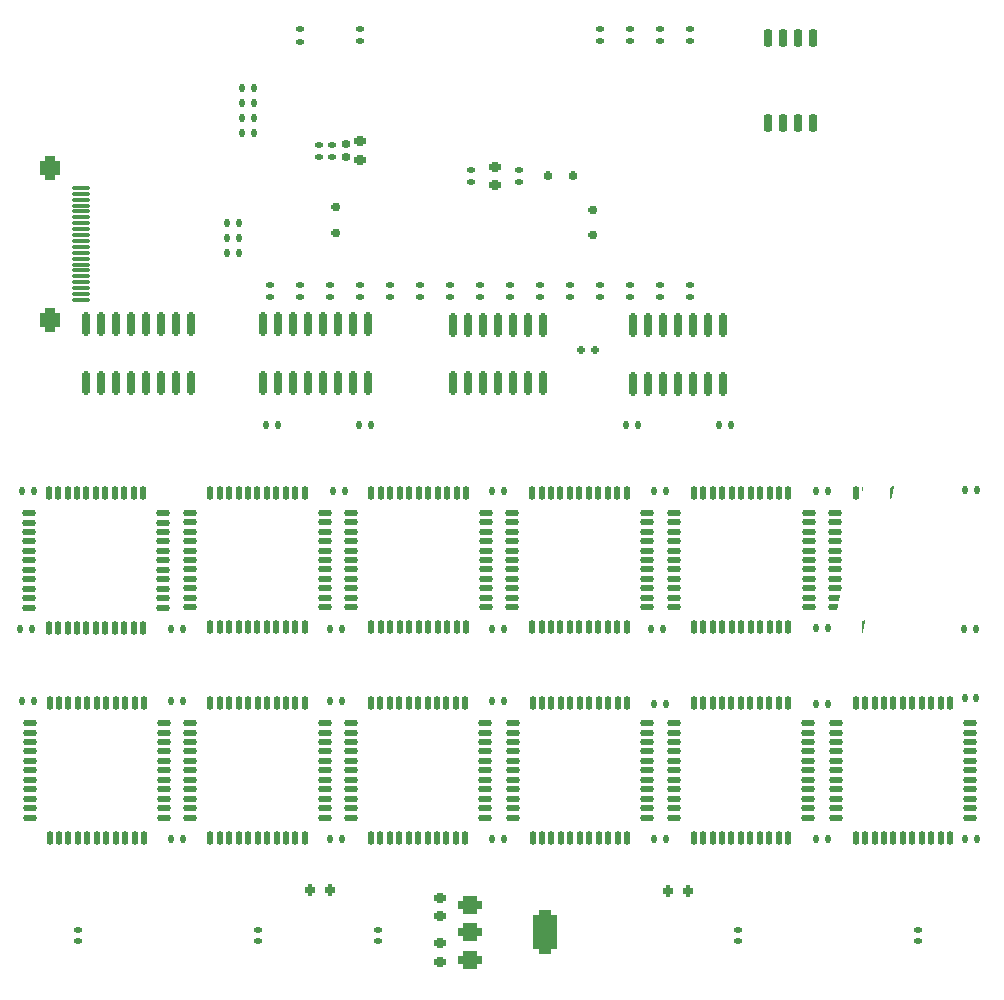
<source format=gbo>
G04 #@! TF.GenerationSoftware,KiCad,Pcbnew,9.0.4*
G04 #@! TF.CreationDate,2025-10-21T16:07:13-07:00*
G04 #@! TF.ProjectId,JumperlessV5r7,4a756d70-6572-46c6-9573-73563572372e,rev?*
G04 #@! TF.SameCoordinates,Original*
G04 #@! TF.FileFunction,Legend,Bot*
G04 #@! TF.FilePolarity,Positive*
%FSLAX46Y46*%
G04 Gerber Fmt 4.6, Leading zero omitted, Abs format (unit mm)*
G04 Created by KiCad (PCBNEW 9.0.4) date 2025-10-21 16:07:13*
%MOMM*%
%LPD*%
G01*
G04 APERTURE LIST*
G04 Aperture macros list*
%AMRoundRect*
0 Rectangle with rounded corners*
0 $1 Rounding radius*
0 $2 $3 $4 $5 $6 $7 $8 $9 X,Y pos of 4 corners*
0 Add a 4 corners polygon primitive as box body*
4,1,4,$2,$3,$4,$5,$6,$7,$8,$9,$2,$3,0*
0 Add four circle primitives for the rounded corners*
1,1,$1+$1,$2,$3*
1,1,$1+$1,$4,$5*
1,1,$1+$1,$6,$7*
1,1,$1+$1,$8,$9*
0 Add four rect primitives between the rounded corners*
20,1,$1+$1,$2,$3,$4,$5,0*
20,1,$1+$1,$4,$5,$6,$7,0*
20,1,$1+$1,$6,$7,$8,$9,0*
20,1,$1+$1,$8,$9,$2,$3,0*%
%AMHorizOval*
0 Thick line with rounded ends*
0 $1 width*
0 $2 $3 position (X,Y) of the first rounded end (center of the circle)*
0 $4 $5 position (X,Y) of the second rounded end (center of the circle)*
0 Add line between two ends*
20,1,$1,$2,$3,$4,$5,0*
0 Add two circle primitives to create the rounded ends*
1,1,$1,$2,$3*
1,1,$1,$4,$5*%
%AMRotRect*
0 Rectangle, with rotation*
0 The origin of the aperture is its center*
0 $1 length*
0 $2 width*
0 $3 Rotation angle, in degrees counterclockwise*
0 Add horizontal line*
21,1,$1,$2,0,0,$3*%
%AMOutline4P*
0 Free polygon, 4 corners , with rotation*
0 The origin of the aperture is its center*
0 number of corners: always 4*
0 $1 to $8 corner X, Y*
0 $9 Rotation angle, in degrees counterclockwise*
0 create outline with 4 corners*
4,1,4,$1,$2,$3,$4,$5,$6,$7,$8,$1,$2,$9*%
%AMFreePoly0*
4,1,33,0.252869,0.788882,0.556869,0.763882,0.578749,0.753749,0.753749,0.578749,0.763882,0.556869,0.788882,0.252869,0.789000,0.250000,0.789000,-0.250000,0.788882,-0.252869,0.763882,-0.556869,0.753749,-0.578749,0.578749,-0.753749,0.556869,-0.763882,0.252869,-0.788882,0.250000,-0.789000,-0.250000,-0.789000,-0.252869,-0.788882,-0.556869,-0.763882,-0.578749,-0.753749,-0.753749,-0.578749,
-0.763882,-0.556869,-0.788882,-0.252869,-0.789000,-0.250000,-0.789000,0.250000,-0.788882,0.252869,-0.763882,0.556869,-0.753749,0.578749,-0.578749,0.753749,-0.556869,0.763882,-0.252869,0.788882,-0.250000,0.789000,0.250000,0.789000,0.252869,0.788882,0.252869,0.788882,$1*%
%AMFreePoly1*
4,1,234,1.195499,0.516461,1.197220,0.516197,1.245429,0.498650,1.247637,0.497310,1.248097,0.497187,1.248388,0.496854,1.248765,0.496626,1.248965,0.496196,1.250669,0.494253,1.276321,0.449824,1.276419,0.449534,1.276531,0.449441,1.277014,0.447780,1.277576,0.446129,1.277537,0.445986,1.277623,0.445695,1.278762,0.432671,1.278713,0.432232,1.278800,0.431800,1.278800,0.248824,
1.287548,0.108831,1.299923,0.009846,1.299877,0.009220,1.300000,0.008606,1.300000,-0.010000,1.299877,-0.010614,1.299923,-0.011240,1.287548,-0.110225,1.278800,-0.250218,1.278800,-0.431800,1.278461,-0.433499,1.278197,-0.435220,1.260650,-0.483429,1.259309,-0.485638,1.259187,-0.486096,1.258855,-0.486386,1.258626,-0.486765,1.258194,-0.486966,1.256253,-0.488669,1.211824,-0.514321,
1.211536,-0.514418,1.211442,-0.514531,1.209774,-0.515017,1.208129,-0.515576,1.207987,-0.515538,1.207696,-0.515623,1.194671,-0.516762,1.194232,-0.516713,1.193800,-0.516800,0.794758,-0.516800,0.793165,-0.516977,0.792886,-0.516953,0.792615,-0.517023,0.784332,-0.517482,0.784053,-0.517442,0.783779,-0.517497,0.072579,-0.517497,0.072146,-0.517410,0.071708,-0.517459,0.058684,-0.516320,
0.058392,-0.516234,0.058250,-0.516273,0.056598,-0.515711,0.054938,-0.515228,0.054844,-0.515116,0.054555,-0.515018,0.010126,-0.489366,0.008182,-0.487662,0.007753,-0.487462,0.007524,-0.487085,0.007192,-0.486794,0.007068,-0.486334,0.005729,-0.484126,-0.011818,-0.435917,-0.012082,-0.434196,-0.012421,-0.432497,-0.012421,-0.249521,-0.018282,-0.155735,0.230662,-0.155735,0.232174,-0.207616,
0.236707,-0.253128,0.245817,-0.298178,0.259619,-0.334697,0.274023,-0.358499,0.347416,-0.410467,0.381573,-0.420163,0.409253,-0.424133,0.452386,-0.428283,0.493554,-0.431834,0.533292,-0.434568,0.544856,-0.435124,0.584102,-0.436405,0.623808,-0.436979,0.656427,-0.437103,0.686517,-0.437103,0.860223,-0.433366,0.905611,-0.431666,0.946080,-0.426565,0.987078,-0.416317,1.025736,-0.398938,
1.045457,-0.385006,1.073415,-0.350815,1.090585,-0.308483,1.099678,-0.262223,1.102027,-0.230000,0.879970,-0.230000,0.871360,-0.246520,0.833448,-0.261095,0.791207,-0.264475,0.782847,-0.264545,0.772882,-0.264545,0.648415,-0.268282,0.540949,-0.264765,0.500067,-0.260660,0.466503,-0.246080,0.444276,-0.208119,0.441297,-0.177277,0.442470,-0.155735,0.230662,-0.155735,-0.018282,-0.155735,
-0.021169,-0.109530,-0.033544,-0.010543,-0.033498,-0.009917,-0.033621,-0.009303,-0.033621,0.009303,-0.033498,0.009917,-0.033544,0.010543,-0.026191,0.069358,0.584717,0.069358,0.584717,-0.099461,0.775031,-0.099461,0.815239,-0.101038,0.855344,-0.108045,0.862958,-0.110672,0.888700,-0.144269,0.891486,-0.171562,0.889667,-0.190000,1.102952,-0.190000,1.101538,-0.153430,1.098799,-0.130896,
1.085218,-0.089036,1.079064,-0.077699,1.047957,-0.048014,1.022595,-0.035714,0.982690,-0.023584,0.953035,-0.014392,0.992738,-0.007732,1.030876,0.002763,1.067696,0.020212,1.086294,0.035286,1.108203,0.072937,1.118736,0.119520,1.121648,0.160325,0.909381,0.160325,0.909462,0.159484,0.904138,0.115245,0.888164,0.087603,0.851085,0.070790,0.818799,0.068039,0.763893,0.069358,
0.584717,0.069358,-0.026191,0.069358,-0.021169,0.109530,-0.018198,0.157066,0.226168,0.157066,0.228513,0.111563,0.433482,0.111563,0.436312,0.157715,0.448890,0.201266,0.453607,0.208943,0.488304,0.231516,0.528358,0.236833,0.531960,0.236860,0.661898,0.238179,0.787341,0.238179,0.813133,0.239498,0.852505,0.235431,0.883084,0.223231,0.897772,0.200325,1.121064,0.200325,
1.119591,0.225722,1.110053,0.271980,1.091032,0.316269,1.066755,0.348748,1.031217,0.374233,0.994210,0.388568,0.948327,0.398808,0.903312,0.404212,0.862863,0.406488,0.829937,0.407000,0.652909,0.407000,0.509685,0.405681,0.465418,0.404559,0.425063,0.401194,0.381800,0.394195,0.338446,0.381947,0.298286,0.362565,0.293970,0.359739,0.264307,0.329761,0.243119,0.285989,
0.231532,0.236374,0.226764,0.185442,0.226168,0.157066,-0.018198,0.157066,-0.012421,0.249521,-0.012421,0.431103,-0.012334,0.431535,-0.012383,0.431974,-0.011244,0.444999,-0.011159,0.445290,-0.011197,0.445432,-0.010638,0.447077,-0.010152,0.448745,-0.010039,0.448839,-0.009942,0.449127,0.015710,0.493556,0.017412,0.495497,0.017614,0.495929,0.017992,0.496158,0.018283,0.496490,
0.018740,0.496612,0.020950,0.497953,0.069159,0.515500,0.070879,0.515764,0.072579,0.516103,0.471621,0.516103,0.473214,0.516280,0.473492,0.516256,0.473765,0.516326,0.482047,0.516785,0.482325,0.516745,0.482600,0.516800,1.193800,0.516800,1.195499,0.516461,1.195499,0.516461,$1*%
%AMFreePoly2*
4,1,112,0.241689,0.532999,0.251885,0.532584,0.262015,0.531337,0.272006,0.529268,0.334791,0.513572,0.334799,0.513567,0.356025,0.506183,0.375598,0.495107,0.392869,0.480704,0.392860,0.480695,0.392864,0.480692,0.404491,0.469064,0.404492,0.469061,0.404495,0.469060,0.418897,0.451790,0.429971,0.432220,0.437314,0.411112,0.437372,0.410991,0.453067,0.348208,0.455137,0.338215,
0.456384,0.328085,0.456800,0.317889,0.456800,0.217851,0.456806,0.217733,0.456810,0.217733,0.456800,0.217700,0.456800,0.217506,0.456812,0.217446,0.456812,-0.216236,0.456810,-0.216241,0.456812,-0.216245,0.456800,-0.216554,0.456800,-0.339372,0.456799,-0.339373,0.456800,-0.339375,0.456081,-0.352754,0.453934,-0.365980,0.450386,-0.378891,0.450385,-0.378900,0.437582,-0.417311,
0.437579,-0.417315,0.430087,-0.435092,0.419943,-0.451511,0.407392,-0.466172,0.407388,-0.466168,0.407385,-0.466169,0.407386,-0.466169,0.389971,-0.483585,0.389962,-0.483590,0.375307,-0.496137,0.358888,-0.506281,0.341160,-0.513753,0.341110,-0.513782,0.302701,-0.526585,0.302695,-0.526585,0.302694,-0.526587,0.302694,-0.526586,0.289773,-0.530133,0.276545,-0.532275,0.263243,-0.532985,
0.263172,-0.533000,0.141603,-0.533000,0.141443,-0.533008,0.141443,-0.533000,-0.241689,-0.533000,-0.241689,-0.532999,-0.251885,-0.532584,-0.262014,-0.531337,-0.272001,-0.529268,-0.272007,-0.529268,-0.334791,-0.513572,-0.334801,-0.513566,-0.356028,-0.506177,-0.375597,-0.495097,-0.392851,-0.480700,-0.392864,-0.480692,-0.407385,-0.466171,-0.407392,-0.466160,-0.419937,-0.451512,-0.430084,-0.435094,
-0.437578,-0.417316,-0.437582,-0.417311,-0.450386,-0.378899,-0.453935,-0.365979,-0.456081,-0.352754,-0.456800,-0.339374,-0.456799,-0.339373,-0.456800,-0.339372,-0.456800,0.317891,-0.456384,0.328085,-0.455137,0.338214,-0.453068,0.348202,-0.453068,0.348206,-0.437372,0.410991,-0.437368,0.410999,-0.429977,0.432227,-0.418898,0.451795,-0.404493,0.469063,-0.392864,0.480692,-0.392851,0.480700,
-0.375597,0.495097,-0.356028,0.506177,-0.334801,0.513566,-0.334791,0.513572,-0.272007,0.529268,-0.271995,0.529268,-0.262014,0.531336,-0.251885,0.532583,-0.241695,0.532998,-0.241689,0.533000,0.241689,0.533000,0.241689,0.532999,0.241689,0.532999,$1*%
%AMFreePoly3*
4,1,115,0.140079,0.532999,0.150271,0.532587,0.160402,0.531346,0.170398,0.529285,0.170395,0.529273,0.170401,0.529268,0.170418,0.529268,0.233252,0.513560,0.233263,0.513554,0.254457,0.506178,0.274000,0.495114,0.291241,0.480727,0.404442,0.367525,0.418467,0.350816,0.429385,0.331931,0.436869,0.311440,0.436868,0.311440,0.436858,0.311260,0.436982,0.311000,0.453084,0.246589,
0.453084,0.246583,0.455072,0.237080,0.456316,0.227440,0.456806,0.217733,0.456810,0.217733,0.456776,0.217625,0.456812,0.217446,0.456812,-0.216236,0.456810,-0.216241,0.456812,-0.216245,0.456438,-0.225901,0.455324,-0.235499,0.453478,-0.244984,0.453482,-0.244985,0.453409,-0.245105,0.453398,-0.245333,0.437379,-0.309410,0.437376,-0.309414,0.437377,-0.309417,0.429981,-0.330643,
0.418905,-0.350201,0.404507,-0.367458,0.404505,-0.367463,0.291305,-0.480663,0.291289,-0.480673,0.274358,-0.494854,0.255173,-0.505847,0.234353,-0.513291,0.234351,-0.513283,0.234253,-0.513277,0.234110,-0.513345,0.170387,-0.529276,0.170378,-0.529276,0.160861,-0.531272,0.151186,-0.532520,0.141443,-0.533008,0.141443,-0.532999,0.141340,-0.532966,0.141173,-0.533000,-0.140022,-0.533000,
-0.140025,-0.532999,-0.140028,-0.533000,-0.149685,-0.532627,-0.159285,-0.531515,-0.168771,-0.529671,-0.168771,-0.529670,-0.168892,-0.529596,-0.169125,-0.529585,-0.233185,-0.513571,-0.233195,-0.513566,-0.254420,-0.506175,-0.273985,-0.495097,-0.291237,-0.480701,-0.291249,-0.480694,-0.404483,-0.367461,-0.404490,-0.367449,-0.418886,-0.350195,-0.429965,-0.330630,-0.437358,-0.309395,-0.437359,-0.309396,
-0.437358,-0.309392,-0.453058,-0.246599,-0.453058,-0.246591,-0.455124,-0.236610,-0.456370,-0.226487,-0.456786,-0.216301,-0.456788,-0.216295,-0.456788,0.216296,-0.456371,0.226487,-0.455125,0.236610,-0.453058,0.246598,-0.437360,0.309391,-0.437354,0.309401,-0.436203,0.312710,-0.436203,0.312895,-0.436104,0.312993,-0.429965,0.330628,-0.418885,0.350198,-0.404483,0.367458,-0.404479,0.367465,
-0.291250,0.480694,-0.291244,0.480697,-0.273985,0.495098,-0.254419,0.506176,-0.233184,0.513571,-0.170420,0.529261,-0.170411,0.529261,-0.170409,0.529263,-0.160417,0.531329,-0.150291,0.532578,-0.140097,0.533000,-0.140089,0.532997,-0.140077,0.533000,0.140078,0.533000,0.140079,0.532999,0.140079,0.532999,$1*%
%AMFreePoly4*
4,1,33,0.378162,0.759487,0.453162,0.734487,0.457071,0.732071,0.732071,0.457071,0.734487,0.453162,0.759487,0.378162,0.760000,0.375000,0.760000,-0.375000,0.759487,-0.378162,0.734487,-0.453162,0.732071,-0.457071,0.457071,-0.732071,0.453162,-0.734487,0.378162,-0.759487,0.375000,-0.760000,-0.375000,-0.760000,-0.378162,-0.759487,-0.453162,-0.734487,-0.457071,-0.732071,-0.732071,-0.457071,
-0.734487,-0.453162,-0.759487,-0.378162,-0.760000,-0.375000,-0.760000,0.375000,-0.759487,0.378162,-0.734487,0.453162,-0.732071,0.457071,-0.457071,0.732071,-0.453162,0.734487,-0.378162,0.759487,-0.375000,0.760000,0.375000,0.760000,0.378162,0.759487,0.378162,0.759487,$1*%
%AMFreePoly5*
4,1,214,1.195499,0.516462,1.197220,0.516197,1.245429,0.498650,1.247637,0.497310,1.248097,0.497187,1.248388,0.496854,1.248765,0.496626,1.248965,0.496196,1.250669,0.494253,1.276321,0.449824,1.276419,0.449534,1.276531,0.449441,1.277014,0.447780,1.277576,0.446129,1.277537,0.445986,1.277623,0.445695,1.278762,0.432671,1.278713,0.432232,1.278800,0.431800,1.278800,-0.431800,
1.278461,-0.433500,1.278197,-0.435220,1.260650,-0.483429,1.259309,-0.485638,1.259187,-0.486096,1.258855,-0.486386,1.258626,-0.486765,1.258194,-0.486965,1.256253,-0.488669,1.211824,-0.514321,1.211536,-0.514418,1.211442,-0.514531,1.209773,-0.515017,1.208129,-0.515576,1.207987,-0.515538,1.207697,-0.515623,1.194671,-0.516762,1.194232,-0.516713,1.193800,-0.516800,0.482600,-0.516800,
0.482325,-0.516745,0.482047,-0.516785,0.473765,-0.516326,0.473492,-0.516257,0.473214,-0.516280,0.244614,-0.490880,0.244404,-0.490813,0.244185,-0.490823,0.237758,-0.489826,0.237550,-0.489750,0.237330,-0.489750,0.110330,-0.464350,0.108723,-0.463682,0.107094,-0.463088,0.063264,-0.436428,0.060390,-0.433789,0.056526,-0.428510,0.056432,-0.428307,0.056275,-0.428150,0.005475,-0.351950,
0.004973,-0.350734,0.004320,-0.349598,-0.008130,-0.312673,-0.008299,-0.311373,-0.008635,-0.310102,-0.021169,-0.109530,-0.030013,-0.038788,0.219700,-0.038788,0.219871,-0.054068,0.222123,-0.109904,0.226176,-0.160554,0.232030,-0.206016,0.241881,-0.255552,0.257417,-0.304297,0.277006,-0.341374,0.309443,-0.373836,0.348735,-0.395314,0.389580,-0.408738,0.437792,-0.418095,0.481663,-0.422651,
0.530250,-0.424603,0.543133,-0.424686,0.686357,-0.427103,0.773698,-0.428422,0.815683,-0.428143,0.855935,-0.426907,0.863189,-0.426443,0.904466,-0.422031,0.944145,-0.416384,0.951702,-0.415233,0.992397,-0.406007,1.029582,-0.391326,1.060341,-0.373247,1.091235,-0.345478,1.114719,-0.307790,1.123063,-0.284221,1.133559,-0.241737,1.141830,-0.195086,1.144947,-0.169695,1.148507,-0.124400,
1.150321,-0.079535,1.151016,-0.038788,0.931624,-0.038788,0.930269,-0.079999,0.924932,-0.125732,0.909836,-0.167772,0.894256,-0.185083,0.857588,-0.205079,0.842086,-0.208823,0.802720,-0.213561,0.779951,-0.214758,0.741457,-0.216077,0.636139,-0.216077,0.596968,-0.215245,0.556485,-0.212051,0.513577,-0.204065,0.475239,-0.186131,0.470837,-0.182005,0.451429,-0.142913,0.442751,-0.095821,
0.439485,-0.048665,0.439327,-0.038788,0.219700,-0.038788,-0.030013,-0.038788,-0.033544,-0.010543,-0.033498,-0.009917,-0.033621,-0.009303,-0.033621,0.009303,-0.033498,0.009917,-0.033544,0.010543,-0.030162,0.037593,0.219364,0.037593,0.219364,0.021212,0.439454,0.021212,0.439874,0.042088,0.443812,0.091485,0.453166,0.138201,0.464193,0.163550,0.498798,0.189452,0.539303,0.199649,
0.580167,0.203204,0.600188,0.203556,0.688701,0.205974,0.750251,0.205974,0.794321,0.204459,0.836215,0.199018,0.875874,0.186654,0.895233,0.174320,0.917499,0.137040,0.927454,0.091310,0.931202,0.045211,0.931651,0.021212,1.151021,0.021212,1.150937,0.035329,1.149871,0.085967,1.147983,0.131590,1.144636,0.179723,1.139237,0.226754,1.134396,0.254334,1.120771,0.296194,
1.095843,0.335324,1.064597,0.363896,1.048032,0.374575,1.007817,0.392078,0.963553,0.403290,0.918870,0.409854,0.876881,0.413175,0.830569,0.414541,0.820788,0.414581,0.585533,0.417000,0.544892,0.416406,0.494879,0.413770,0.449642,0.409025,0.409180,0.402171,0.365318,0.390638,0.322531,0.372449,0.290488,0.349514,0.262775,0.311448,0.244438,0.265374,0.232978,0.217498,
0.226310,0.172991,0.221865,0.122969,0.219642,0.067430,0.219364,0.037593,-0.030162,0.037593,-0.021169,0.109530,-0.008635,0.310102,-0.008299,0.311373,-0.008130,0.312673,0.004320,0.349598,0.004973,0.350734,0.005475,0.351950,0.056275,0.428150,0.057505,0.429382,0.058675,0.430661,0.100016,0.461041,0.103550,0.462692,0.109903,0.464255,0.110125,0.464264,0.110330,0.464350,
0.237330,0.489750,0.237550,0.489750,0.237758,0.489826,0.244185,0.490823,0.244404,0.490813,0.244614,0.490880,0.473214,0.516280,0.473492,0.516257,0.473765,0.516326,0.482047,0.516785,0.482325,0.516745,0.482600,0.516800,1.193800,0.516800,1.195499,0.516462,1.195499,0.516462,$1*%
%AMFreePoly6*
4,1,120,-0.074500,0.516461,-0.072780,0.516197,-0.024571,0.498650,-0.022362,0.497310,-0.021903,0.497187,-0.021611,0.496854,-0.021235,0.496626,-0.021034,0.496196,-0.019331,0.494253,0.006321,0.449824,0.006419,0.449534,0.006531,0.449441,0.007014,0.447780,0.007576,0.446129,0.007537,0.445986,0.007623,0.445695,0.008762,0.432671,0.008713,0.432232,0.008800,0.431800,0.008800,0.307461,
0.021169,0.109528,0.033544,0.010543,0.033498,0.009917,0.033621,0.009303,0.033621,-0.009303,0.033498,-0.009917,0.033544,-0.010543,0.021169,-0.109528,0.008800,-0.307461,0.008800,-0.431800,0.008461,-0.433499,0.008197,-0.435220,-0.009350,-0.483429,-0.010690,-0.485638,-0.010813,-0.486096,-0.011144,-0.486386,-0.011374,-0.486765,-0.011805,-0.486966,-0.013747,-0.488669,-0.058176,-0.514321,
-0.058463,-0.514418,-0.058558,-0.514531,-0.060225,-0.515017,-0.061871,-0.515576,-0.062012,-0.515538,-0.062304,-0.515623,-0.075329,-0.516762,-0.075767,-0.516713,-0.076200,-0.516800,-1.193800,-0.516800,-1.194232,-0.516713,-1.194671,-0.516762,-1.207695,-0.515623,-1.207986,-0.515537,-1.208129,-0.515576,-1.209780,-0.515014,-1.211441,-0.514531,-1.211534,-0.514419,-1.211824,-0.514321,-1.256253,-0.488669,
-1.258196,-0.486965,-1.258626,-0.486765,-1.258854,-0.486388,-1.259187,-0.486097,-1.259310,-0.485637,-1.260650,-0.483429,-1.278197,-0.435220,-1.278461,-0.433499,-1.278800,-0.431800,-1.278800,-0.307461,-1.286269,-0.187940,-0.979938,-0.187940,-0.660663,-0.427103,-0.385948,-0.427103,-0.385488,-0.426727,-0.385158,-0.426428,-0.385158,0.000000,-0.608102,0.000000,-0.608102,-0.229266,-0.879114,-0.016482,
-0.979938,-0.187940,-1.286269,-0.187940,-1.291169,-0.109530,-1.303544,-0.010543,-1.303498,-0.009917,-1.303621,-0.009303,-1.303621,0.009303,-1.303498,0.009917,-1.303544,0.010543,-1.297361,0.060000,-0.608102,0.060000,-0.385158,0.060000,-0.385158,0.417000,-0.608102,0.417000,-0.608102,0.060000,-1.297361,0.060000,-1.291169,0.109530,-1.278800,0.307461,-1.278800,0.431800,-1.278713,0.432232,
-1.278762,0.432671,-1.277623,0.445696,-1.277538,0.445987,-1.277576,0.446129,-1.277017,0.447774,-1.276531,0.449442,-1.276418,0.449536,-1.276321,0.449824,-1.250669,0.494253,-1.248966,0.496194,-1.248765,0.496626,-1.248386,0.496855,-1.248096,0.497187,-1.247638,0.497309,-1.245429,0.498650,-1.197220,0.516197,-1.195499,0.516461,-1.193800,0.516800,-0.076200,0.516800,-0.074500,0.516461,
-0.074500,0.516461,$1*%
%AMFreePoly7*
4,1,183,-0.074500,0.516461,-0.072780,0.516197,-0.024571,0.498650,-0.022362,0.497310,-0.021903,0.497187,-0.021611,0.496854,-0.021235,0.496626,-0.021034,0.496196,-0.019331,0.494253,0.006321,0.449824,0.006419,0.449534,0.006531,0.449441,0.007014,0.447780,0.007576,0.446129,0.007537,0.445986,0.007623,0.445695,0.008762,0.432671,0.008713,0.432232,0.008800,0.431800,0.008800,0.307461,
0.021169,0.109528,0.033544,0.010543,0.033498,0.009917,0.033621,0.009303,0.033621,-0.009303,0.033498,-0.009917,0.033544,-0.010543,0.021169,-0.109528,0.008800,-0.307461,0.008800,-0.431800,0.008461,-0.433499,0.008197,-0.435220,-0.009350,-0.483429,-0.010690,-0.485638,-0.010813,-0.486096,-0.011144,-0.486386,-0.011374,-0.486765,-0.011805,-0.486966,-0.013747,-0.488669,-0.058176,-0.514321,
-0.058463,-0.514418,-0.058558,-0.514531,-0.060225,-0.515017,-0.061871,-0.515576,-0.062012,-0.515538,-0.062304,-0.515623,-0.075329,-0.516762,-0.075767,-0.516713,-0.076200,-0.516800,-1.193800,-0.516800,-1.194232,-0.516713,-1.194671,-0.516762,-1.207695,-0.515623,-1.207986,-0.515537,-1.208129,-0.515576,-1.209780,-0.515014,-1.211441,-0.514531,-1.211534,-0.514419,-1.211824,-0.514321,-1.256253,-0.488669,
-1.258196,-0.486965,-1.258626,-0.486765,-1.258854,-0.486388,-1.259187,-0.486097,-1.259310,-0.485637,-1.260650,-0.483429,-1.278197,-0.435220,-1.278461,-0.433499,-1.278800,-0.431800,-1.278800,-0.307461,-1.286970,-0.176729,-1.063670,-0.176729,-1.062220,-0.225207,-1.056651,-0.275346,-1.044876,-0.322765,-1.024457,-0.362353,-1.004270,-0.381820,-0.963161,-0.401266,-0.920544,-0.411990,-0.876603,-0.418119,
-0.834759,-0.421065,-0.788164,-0.422047,-0.537278,-0.427103,-0.411835,-0.424685,-0.367452,-0.422761,-0.328386,-0.416988,-0.289529,-0.405389,-0.253983,-0.385718,-0.236566,-0.369950,-0.212481,-0.332346,-0.197689,-0.287475,-0.189855,-0.239378,-0.186935,-0.191588,-0.186741,-0.174311,-0.187919,-0.126781,-0.192443,-0.076106,-0.200362,-0.032371,-0.213888,0.009882,-0.235003,0.046605,-0.269305,0.076039,
-0.306029,0.092273,-0.344502,0.101549,-0.389432,0.106544,-0.422972,0.107495,-0.590000,0.120207,-0.590000,-0.066894,-0.497027,-0.075393,-0.456587,-0.082672,-0.421409,-0.097595,-0.400176,-0.135992,-0.398353,-0.159364,-0.399525,-0.176729,-0.406078,-0.220941,-0.420237,-0.241576,-0.459229,-0.255525,-0.498691,-0.258266,-0.502498,-0.258282,-0.619148,-0.258282,-0.751235,-0.255644,-0.790519,-0.251696,
-0.805750,-0.247291,-0.839041,-0.222030,-0.839748,-0.220913,-0.853817,-0.185962,-0.856552,-0.147274,-0.856552,-0.117598,-1.062498,-0.117598,-1.063670,-0.176729,-1.286970,-0.176729,-1.291169,-0.109530,-1.303544,-0.010543,-1.303498,-0.009917,-1.303621,-0.009303,-1.303621,0.009303,-1.303498,0.009917,-1.303544,0.010543,-1.291169,0.109530,-1.285540,0.199599,-1.062498,0.199599,-1.060703,0.152119,
-1.054255,0.104992,-1.041395,0.061072,-1.024982,0.030119,-0.995581,-0.000015,-0.958940,-0.020639,-0.918274,-0.033804,-0.888988,-0.039563,-0.650000,-0.061409,-0.650000,0.124995,-0.764521,0.134313,-0.804235,0.137555,-0.833496,0.147282,-0.855628,0.185369,-0.857529,0.211030,-0.857529,0.248179,-0.186741,0.248179,-0.186741,0.417000,-1.062498,0.417000,-1.062498,0.199599,-1.285540,0.199599,
-1.278800,0.307461,-1.278800,0.431800,-1.278713,0.432232,-1.278762,0.432671,-1.277623,0.445696,-1.277538,0.445987,-1.277576,0.446129,-1.277017,0.447774,-1.276531,0.449442,-1.276418,0.449536,-1.276321,0.449824,-1.250669,0.494253,-1.248966,0.496194,-1.248765,0.496626,-1.248386,0.496855,-1.248096,0.497187,-1.247638,0.497309,-1.245429,0.498650,-1.197220,0.516197,-1.195499,0.516461,
-1.193800,0.516800,-0.076200,0.516800,-0.074500,0.516461,-0.074500,0.516461,$1*%
%AMFreePoly8*
4,1,210,1.195499,0.516461,1.197220,0.516197,1.245429,0.498650,1.247637,0.497310,1.248097,0.497187,1.248388,0.496854,1.248765,0.496626,1.248965,0.496196,1.250669,0.494253,1.276321,0.449824,1.276419,0.449534,1.276531,0.449441,1.277014,0.447780,1.277576,0.446129,1.277537,0.445986,1.277623,0.445695,1.278762,0.432671,1.278713,0.432232,1.278800,0.431800,1.278800,-0.431800,
1.278461,-0.433499,1.278197,-0.435220,1.260650,-0.483429,1.259309,-0.485638,1.259187,-0.486096,1.258855,-0.486386,1.258626,-0.486765,1.258194,-0.486966,1.256253,-0.488669,1.211824,-0.514321,1.211536,-0.514418,1.211442,-0.514531,1.209774,-0.515017,1.208129,-0.515576,1.207987,-0.515538,1.207696,-0.515623,1.194671,-0.516762,1.194232,-0.516713,1.193800,-0.516800,0.482600,-0.516800,
0.482325,-0.516745,0.482047,-0.516785,0.473765,-0.516326,0.473492,-0.516256,0.473214,-0.516280,0.244614,-0.490880,0.244404,-0.490813,0.244185,-0.490823,0.237758,-0.489826,0.237550,-0.489750,0.237330,-0.489750,0.110330,-0.464350,0.108723,-0.463682,0.107094,-0.463088,0.063264,-0.436428,0.060390,-0.433789,0.056526,-0.428509,0.056432,-0.428307,0.056275,-0.428150,0.005475,-0.351950,
0.004973,-0.350734,0.004320,-0.349598,-0.008130,-0.312673,-0.008298,-0.311373,-0.008635,-0.310102,-0.021169,-0.109530,-0.033544,-0.010543,-0.033498,-0.009917,-0.033621,-0.009303,-0.033621,0.009303,-0.033498,0.009917,-0.033544,0.010543,-0.026700,0.065290,0.212403,0.065290,0.216848,-0.427103,0.575543,-0.427103,0.639486,-0.427103,0.748308,-0.427103,0.826250,-0.030000,0.929140,-0.030000,
1.010405,-0.427103,1.119046,-0.427103,1.119371,-0.418668,1.035413,-0.030000,0.929140,-0.030000,0.826250,-0.030000,0.720642,-0.030000,0.639486,-0.427103,0.575543,-0.427103,0.575543,-0.258282,0.296178,-0.258282,0.296178,-0.090121,0.308390,-0.121126,0.324046,-0.143537,0.341122,-0.154748,0.358272,-0.158426,0.360890,-0.158484,0.391237,-0.159803,0.421670,-0.159803,0.439940,-0.159677,
0.457948,-0.159299,0.463045,-0.159144,0.480540,-0.157320,0.498535,-0.153770,0.517386,-0.148996,0.519636,-0.148373,0.536551,-0.140281,0.552694,-0.123919,0.567046,-0.096725,0.572808,-0.079570,0.581733,-0.036177,0.586494,0.008397,0.586578,0.010000,0.728817,0.010000,0.834101,0.010000,0.876621,0.226637,0.920954,0.010000,1.026773,0.010000,0.938854,0.417000,0.811995,0.417000,
0.728817,0.010000,0.586578,0.010000,0.588924,0.054591,0.589418,0.082600,0.495111,0.082600,0.489430,0.045465,0.487066,0.038252,0.470918,0.016745,0.453167,0.011680,0.451590,0.011654,0.398162,0.009016,0.344221,0.009016,0.326979,0.010531,0.325072,0.010995,0.307890,0.021546,0.296791,0.056865,0.296178,0.065290,0.212403,0.065290,-0.026700,0.065290,-0.021169,0.109530,
-0.018659,0.149700,0.201345,0.149700,0.290793,0.149700,0.293247,0.193722,0.304506,0.229055,0.311565,0.235210,0.329587,0.242272,0.347151,0.245380,0.352085,0.245541,0.399615,0.248179,0.441246,0.246860,0.458784,0.244778,0.476191,0.235845,0.484673,0.225538,0.494411,0.188117,0.497044,0.143923,0.497153,0.130576,0.496895,0.122600,0.589555,0.122600,0.589160,0.155890,
0.587438,0.199960,0.583856,0.247135,0.577589,0.294299,0.569072,0.332985,0.566225,0.342481,0.552051,0.374506,0.535677,0.395022,0.518693,0.407031,0.498986,0.413893,0.480484,0.415681,0.443725,0.417000,0.406454,0.417000,0.312848,0.410625,0.294580,0.409374,0.274929,0.404573,0.267161,0.400772,0.232626,0.369690,0.225653,0.359407,0.213091,0.322112,0.207804,0.291027,
0.201345,0.149700,-0.018659,0.149700,-0.008635,0.310102,-0.008298,0.311373,-0.008130,0.312673,0.004320,0.349598,0.004973,0.350734,0.005475,0.351950,0.056275,0.428150,0.057505,0.429382,0.058675,0.430661,0.100016,0.461040,0.103550,0.462693,0.109903,0.464255,0.110125,0.464264,0.110330,0.464350,0.237330,0.489750,0.237550,0.489750,0.237758,0.489826,0.244185,0.490823,
0.244404,0.490813,0.244614,0.490880,0.473214,0.516280,0.473492,0.516256,0.473765,0.516326,0.482047,0.516785,0.482325,0.516745,0.482600,0.516800,1.193800,0.516800,1.195499,0.516461,1.195499,0.516461,$1*%
%AMFreePoly9*
4,1,298,1.195499,0.516461,1.197220,0.516197,1.245429,0.498650,1.247637,0.497310,1.248097,0.497187,1.248388,0.496854,1.248765,0.496626,1.248965,0.496196,1.250669,0.494253,1.276321,0.449824,1.276419,0.449534,1.276531,0.449441,1.277014,0.447780,1.277576,0.446129,1.277537,0.445986,1.277623,0.445695,1.278762,0.432671,1.278713,0.432232,1.278800,0.431800,1.278800,-0.431800,
1.278461,-0.433499,1.278197,-0.435220,1.260650,-0.483429,1.259309,-0.485638,1.259187,-0.486096,1.258855,-0.486386,1.258626,-0.486765,1.258194,-0.486966,1.256253,-0.488669,1.211824,-0.514321,1.211536,-0.514418,1.211442,-0.514531,1.209774,-0.515017,1.208129,-0.515576,1.207987,-0.515538,1.207696,-0.515623,1.194671,-0.516762,1.194232,-0.516713,1.193800,-0.516800,0.482600,-0.516800,
0.482325,-0.516745,0.482047,-0.516785,0.473765,-0.516326,0.473492,-0.516256,0.473214,-0.516280,0.244614,-0.490880,0.244404,-0.490813,0.244185,-0.490823,0.237758,-0.489826,0.237550,-0.489750,0.237330,-0.489750,0.110330,-0.464350,0.108723,-0.463682,0.107094,-0.463088,0.063264,-0.436428,0.060390,-0.433789,0.056526,-0.428509,0.056432,-0.428307,0.056275,-0.428150,0.005475,-0.351950,
0.004973,-0.350734,0.004320,-0.349598,-0.008130,-0.312673,-0.008298,-0.311373,-0.008635,-0.310102,-0.021169,-0.109530,-0.031871,-0.023922,0.134054,-0.023922,0.134122,-0.043631,0.134804,-0.098259,0.136032,-0.148230,0.137806,-0.193543,0.140790,-0.243636,0.144628,-0.286451,0.150358,-0.328223,0.151432,-0.334167,0.161339,-0.370397,0.173440,-0.394370,0.186068,-0.409352,0.201009,-0.419795,
0.214627,-0.424880,0.229726,-0.427059,0.233732,-0.427150,0.289043,-0.430887,0.309428,-0.432206,0.508447,-0.432206,0.625991,-0.432206,0.772366,-0.432206,0.841838,-0.432206,0.905087,-0.432206,1.119093,-0.432206,1.134880,-0.431017,1.149313,-0.427452,1.162392,-0.421510,1.176839,-0.410740,1.189170,-0.396257,1.201177,-0.373974,1.207489,-0.356149,1.216298,-0.315701,1.222127,-0.269462,
1.225769,-0.222771,1.228308,-0.168663,1.229545,-0.120037,1.230074,-0.066664,1.230097,-0.052579,1.230097,-0.043922,1.140775,-0.043922,1.140546,-0.073415,1.139171,-0.120556,1.136046,-0.165533,1.132928,-0.187795,1.121983,-0.215121,1.109200,-0.225878,1.096312,-0.229629,1.090000,-0.230000,0.964391,-0.230000,0.964391,-0.043922,0.905087,-0.043922,0.905087,-0.432206,0.841838,-0.432206,
0.841838,-0.043922,0.772366,-0.043922,0.772366,-0.432206,0.625991,-0.432206,0.716205,-0.043922,0.618656,-0.043922,0.577983,-0.219421,0.577983,-0.043922,0.508447,-0.043922,0.508447,-0.432206,0.309428,-0.432206,0.358897,-0.428469,0.373274,-0.427079,0.386362,-0.422909,0.400365,-0.414236,0.414353,-0.399057,0.425813,-0.378430,0.428623,-0.371536,0.438097,-0.336447,0.444166,-0.294881,
0.447719,-0.251181,0.449749,-0.200032,0.450278,-0.151717,0.450278,-0.136770,0.377884,-0.136770,0.375652,-0.180510,0.375344,-0.182932,0.365882,-0.209969,0.353350,-0.219204,0.352547,-0.219421,0.339842,-0.221070,0.334194,-0.221180,0.248656,-0.222279,0.235430,-0.219045,0.222547,-0.204671,0.215507,-0.181393,0.211025,-0.138922,0.209133,-0.093661,0.208592,-0.049571,0.208585,-0.043567,
0.208585,-0.023922,0.134054,-0.023922,-0.031871,-0.023922,-0.033544,-0.010543,-0.033498,-0.009917,-0.033621,-0.009303,-0.033621,0.009303,-0.033498,0.009917,-0.033544,0.010543,-0.032852,0.016078,0.134074,0.016078,0.208585,0.016078,0.208585,0.028974,0.209261,0.075337,0.211857,0.120263,0.215507,0.148775,0.224492,0.180794,0.235129,0.193178,0.248227,0.198048,0.254815,0.199773,
0.267840,0.200819,0.272279,0.200872,0.338195,0.201971,0.351004,0.199251,0.363925,0.188199,0.367470,0.182627,0.376148,0.150084,0.378202,0.109867,0.377884,0.088325,0.284281,0.088325,0.284281,-0.066428,0.450659,-0.066428,0.450795,-0.003922,0.508447,-0.003922,0.577983,-0.003922,0.627926,-0.003922,0.725499,-0.003922,0.772366,0.197794,0.772366,-0.003922,0.841838,-0.003922,
0.905087,-0.003922,0.964391,-0.003922,0.964391,0.192052,1.088857,0.192052,1.102619,0.189980,1.115378,0.182537,1.127751,0.163464,1.131975,0.148747,1.137432,0.105100,1.139871,0.057920,1.140789,0.012666,1.140868,-0.003922,1.230097,-0.003922,1.230097,0.044801,1.229987,0.090151,1.229525,0.128551,1.227802,0.174673,1.225561,0.222009,1.225334,0.226590,1.221329,0.270992,
1.213839,0.311873,1.204118,0.345656,1.200250,0.356283,1.188835,0.380615,1.176055,0.397994,1.161910,0.408422,1.148413,0.411843,1.146399,0.411898,0.905087,0.411898,0.905087,-0.003922,0.841838,-0.003922,0.841838,0.411898,0.724294,0.411898,0.627926,-0.003922,0.577983,-0.003922,0.577983,0.411898,0.508447,0.411898,0.508447,-0.003922,0.450795,-0.003922,0.451040,0.108328,
0.450662,0.154407,0.449209,0.204588,0.446667,0.249189,0.442324,0.294171,0.435545,0.336280,0.425968,0.368786,0.414586,0.389610,0.400403,0.403323,0.386016,0.409418,0.375281,0.410579,0.336734,0.411898,0.292663,0.410579,0.254434,0.409479,0.239348,0.408807,0.225477,0.406790,0.210828,0.402737,0.197833,0.396855,0.188010,0.390355,0.174990,0.375805,0.163577,0.353918,
0.153772,0.324692,0.149019,0.305285,0.142081,0.262838,0.137821,0.215910,0.135564,0.167748,0.134723,0.121192,0.134667,0.104591,0.134074,0.016078,-0.032852,0.016078,-0.021169,0.109530,-0.008635,0.310102,-0.008298,0.311373,-0.008130,0.312673,0.004320,0.349598,0.004973,0.350734,0.005475,0.351950,0.056275,0.428150,0.057505,0.429382,0.058675,0.430661,0.100016,0.461040,
0.103550,0.462693,0.109903,0.464255,0.110125,0.464264,0.110330,0.464350,0.237330,0.489750,0.237550,0.489750,0.237758,0.489826,0.244185,0.490823,0.244404,0.490813,0.244614,0.490880,0.473214,0.516280,0.473492,0.516256,0.473765,0.516326,0.482047,0.516785,0.482325,0.516745,0.482600,0.516800,1.193800,0.516800,1.195499,0.516461,1.195499,0.516461,$1*%
%AMFreePoly10*
4,1,222,-0.482325,0.516745,-0.482047,0.516785,-0.473764,0.516326,-0.473492,0.516256,-0.473214,0.516280,-0.359725,0.503670,-0.345772,0.503713,-0.330209,0.500390,-0.244613,0.490880,-0.244403,0.490813,-0.244185,0.490823,-0.237758,0.489826,-0.237550,0.489750,-0.237330,0.489750,-0.110330,0.464350,-0.108727,0.463684,-0.107094,0.463088,-0.063267,0.436428,-0.063264,0.436428,-0.060390,0.433789,
-0.056526,0.428509,-0.056432,0.428307,-0.056275,0.428150,-0.005475,0.351950,-0.004973,0.350734,-0.004320,0.349598,0.008130,0.312673,0.008298,0.311373,0.008635,0.310102,0.021169,0.109528,0.033544,0.010543,0.033498,0.009917,0.033621,0.009303,0.033621,-0.009303,0.033498,-0.009917,0.033544,-0.010543,0.021169,-0.109528,0.008635,-0.310102,0.008298,-0.311373,0.008130,-0.312673,
-0.004320,-0.349598,-0.004973,-0.350734,-0.005475,-0.351950,-0.056275,-0.428150,-0.057504,-0.429382,-0.058675,-0.430662,-0.100015,-0.461038,-0.100016,-0.461040,-0.103551,-0.462693,-0.109903,-0.464255,-0.110125,-0.464264,-0.110330,-0.464350,-0.237330,-0.489750,-0.237550,-0.489750,-0.237758,-0.489826,-0.244185,-0.490823,-0.244403,-0.490813,-0.244613,-0.490880,-0.279425,-0.494748,-0.345772,-0.511087,
-0.425865,-0.511019,-0.473214,-0.516280,-0.473492,-0.516256,-0.473764,-0.516326,-0.482047,-0.516785,-0.482325,-0.516745,-0.482600,-0.516800,-1.193800,-0.516800,-1.195499,-0.516461,-1.197220,-0.516197,-1.245429,-0.498650,-1.247638,-0.497309,-1.248096,-0.497187,-1.248386,-0.496855,-1.248765,-0.496626,-1.248966,-0.496194,-1.250669,-0.494253,-1.276321,-0.449824,-1.276418,-0.449536,-1.276531,-0.449442,
-1.277017,-0.447774,-1.277576,-0.446129,-1.277538,-0.445987,-1.277623,-0.445696,-1.278762,-0.432671,-1.278713,-0.432232,-1.278800,-0.431800,-1.278800,-0.041880,-1.142408,-0.041880,-1.142130,-0.071717,-1.139907,-0.127256,-1.135462,-0.177278,-1.128794,-0.221785,-1.117334,-0.269661,-1.098997,-0.315735,-1.071284,-0.353802,-1.039241,-0.376736,-0.996454,-0.394925,-0.952592,-0.406458,-0.912130,-0.413312,
-0.866893,-0.418057,-0.816881,-0.420693,-0.776239,-0.421287,-0.540984,-0.418868,-0.531203,-0.418829,-0.484891,-0.417462,-0.442902,-0.414141,-0.398219,-0.407577,-0.353955,-0.396365,-0.313740,-0.378862,-0.297175,-0.368183,-0.265929,-0.339611,-0.241001,-0.300481,-0.227376,-0.258621,-0.222535,-0.231041,-0.217136,-0.184010,-0.213789,-0.135877,-0.211901,-0.090253,-0.210835,-0.039616,-0.210778,-0.030000,
-0.430206,-0.030000,-0.430571,-0.049498,-0.434318,-0.095597,-0.444273,-0.141327,-0.466539,-0.178607,-0.485898,-0.190941,-0.525557,-0.203305,-0.567451,-0.208746,-0.611521,-0.210261,-0.673070,-0.210261,-0.761584,-0.207843,-0.781605,-0.207491,-0.822469,-0.203936,-0.862974,-0.193739,-0.897579,-0.167836,-0.908606,-0.142488,-0.917960,-0.095772,-0.921898,-0.046375,-0.922227,-0.030000,-1.142408,-0.030000,
-1.142408,-0.041880,-1.278800,-0.041880,-1.278800,0.030000,-1.142123,0.030000,-0.922517,0.030000,-0.922287,0.044378,-0.919021,0.091534,-0.910343,0.138625,-0.890935,0.177718,-0.886534,0.181844,-0.848195,0.199778,-0.805287,0.207764,-0.764804,0.210958,-0.725632,0.211790,-0.620314,0.211790,-0.581821,0.210471,-0.559052,0.209274,-0.519686,0.204536,-0.504184,0.200792,-0.467516,0.180796,
-0.451936,0.163485,-0.436839,0.121445,-0.431503,0.075711,-0.430000,0.030000,-0.210679,0.030000,-0.211451,0.075248,-0.213265,0.120113,-0.216825,0.165408,-0.219942,0.190799,-0.228213,0.237450,-0.238709,0.279934,-0.247053,0.303503,-0.270537,0.341191,-0.301431,0.368960,-0.332190,0.387039,-0.369375,0.401720,-0.410070,0.410946,-0.417628,0.412097,-0.457306,0.417744,-0.498583,0.422156,
-0.505837,0.422620,-0.546089,0.423856,-0.588074,0.424135,-0.675415,0.422816,-0.818639,0.420398,-0.831522,0.420316,-0.880108,0.418364,-0.923980,0.413808,-0.972192,0.404451,-1.013037,0.391027,-1.052330,0.369549,-1.084766,0.337087,-1.104355,0.300010,-1.119891,0.251265,-1.129742,0.201729,-1.135596,0.156266,-1.139649,0.105617,-1.141901,0.049781,-1.142123,0.030000,-1.278800,0.030000,
-1.278800,0.431800,-1.278461,0.433499,-1.278197,0.435220,-1.260650,0.483429,-1.259310,0.485637,-1.259187,0.486097,-1.258854,0.486388,-1.258626,0.486765,-1.258196,0.486965,-1.256253,0.488669,-1.211824,0.514321,-1.211534,0.514419,-1.211441,0.514531,-1.209780,0.515014,-1.208129,0.515576,-1.207986,0.515537,-1.207695,0.515623,-1.194671,0.516762,-1.194232,0.516713,-1.193800,0.516800,
-0.482600,0.516800,-0.482325,0.516745,-0.482325,0.516745,$1*%
%AMFreePoly11*
4,1,118,1.195499,0.516461,1.197220,0.516197,1.245429,0.498650,1.247637,0.497310,1.248097,0.497187,1.248388,0.496854,1.248765,0.496626,1.248965,0.496196,1.250669,0.494253,1.276321,0.449824,1.276419,0.449534,1.276531,0.449441,1.277014,0.447780,1.277576,0.446129,1.277537,0.445986,1.277623,0.445695,1.278762,0.432671,1.278713,0.432232,1.278800,0.431800,1.278800,-0.431800,
1.278461,-0.433499,1.278197,-0.435220,1.260650,-0.483429,1.259309,-0.485638,1.259187,-0.486096,1.258855,-0.486386,1.258626,-0.486765,1.258194,-0.486966,1.256253,-0.488669,1.211824,-0.514321,1.211536,-0.514418,1.211442,-0.514531,1.209774,-0.515017,1.208129,-0.515576,1.207987,-0.515538,1.207696,-0.515623,1.194671,-0.516762,1.194232,-0.516713,1.193800,-0.516800,0.482600,-0.516800,
0.482325,-0.516745,0.482047,-0.516785,0.473765,-0.516326,0.473492,-0.516256,0.473214,-0.516280,0.244614,-0.490880,0.244404,-0.490813,0.244185,-0.490823,0.237758,-0.489826,0.237550,-0.489750,0.237330,-0.489750,0.110330,-0.464350,0.108723,-0.463682,0.107094,-0.463088,0.063264,-0.436428,0.060390,-0.433789,0.056526,-0.428509,0.056432,-0.428307,0.056275,-0.428150,0.005475,-0.351950,
0.004973,-0.350734,0.004320,-0.349598,-0.008130,-0.312673,-0.008298,-0.311373,-0.008635,-0.310102,-0.017299,-0.171458,0.305576,-0.171458,0.624851,-0.410621,0.900356,-0.410621,0.900356,0.000000,0.677412,0.000000,0.677412,-0.212784,0.406400,0.000000,0.305576,-0.171458,-0.017299,-0.171458,-0.021169,-0.109530,-0.033544,-0.010543,-0.033498,-0.009917,-0.033621,-0.009303,-0.033621,0.009303,
-0.033498,0.009917,-0.033544,0.010543,-0.027361,0.060000,0.677412,0.060000,0.900356,0.060000,0.900356,0.433482,0.677412,0.433482,0.677412,0.060000,-0.027361,0.060000,-0.021169,0.109530,-0.008635,0.310102,-0.008298,0.311373,-0.008130,0.312673,0.004320,0.349598,0.004973,0.350734,0.005475,0.351950,0.056275,0.428150,0.057505,0.429382,0.058675,0.430661,0.100016,0.461040,
0.103550,0.462693,0.109903,0.464255,0.110125,0.464264,0.110330,0.464350,0.237330,0.489750,0.237550,0.489750,0.237758,0.489826,0.244185,0.490823,0.244404,0.490813,0.244614,0.490880,0.473214,0.516280,0.473492,0.516256,0.473765,0.516326,0.482047,0.516785,0.482325,0.516745,0.482600,0.516800,1.193800,0.516800,1.195499,0.516461,1.195499,0.516461,$1*%
%AMFreePoly12*
4,1,183,1.195499,0.516461,1.197220,0.516197,1.245429,0.498650,1.247637,0.497310,1.248097,0.497187,1.248388,0.496854,1.248765,0.496626,1.248965,0.496196,1.250669,0.494253,1.276321,0.449824,1.276419,0.449534,1.276531,0.449441,1.277014,0.447780,1.277576,0.446129,1.277537,0.445986,1.277623,0.445695,1.278762,0.432671,1.278713,0.432232,1.278800,0.431800,1.278800,-0.431800,
1.278461,-0.433499,1.278197,-0.435220,1.260650,-0.483429,1.259309,-0.485638,1.259187,-0.486096,1.258855,-0.486386,1.258626,-0.486765,1.258194,-0.486966,1.256253,-0.488669,1.211824,-0.514321,1.211536,-0.514418,1.211442,-0.514531,1.209774,-0.515017,1.208129,-0.515576,1.207987,-0.515538,1.207696,-0.515623,1.194671,-0.516762,1.194232,-0.516713,1.193800,-0.516800,0.482600,-0.516800,
0.482325,-0.516745,0.482047,-0.516785,0.473765,-0.516326,0.473492,-0.516256,0.473214,-0.516280,0.244614,-0.490880,0.244404,-0.490813,0.244185,-0.490823,0.237758,-0.489826,0.237550,-0.489750,0.237330,-0.489750,0.110330,-0.464350,0.108723,-0.463682,0.107094,-0.463088,0.063264,-0.436428,0.060390,-0.433789,0.056526,-0.428509,0.056432,-0.428307,0.056275,-0.428150,0.005475,-0.351950,
0.004973,-0.350734,0.004320,-0.349598,-0.008130,-0.312673,-0.008298,-0.311373,-0.008635,-0.310102,-0.017217,-0.172769,0.215035,-0.172769,0.216485,-0.221247,0.222054,-0.271386,0.233829,-0.318805,0.254248,-0.358393,0.274435,-0.377860,0.315544,-0.397306,0.358161,-0.408030,0.402102,-0.414159,0.443946,-0.417105,0.490541,-0.418087,0.741427,-0.423143,0.866870,-0.420725,0.911253,-0.418801,
0.950319,-0.413028,0.989176,-0.401429,1.024722,-0.381758,1.042139,-0.365990,1.066224,-0.328386,1.081016,-0.283515,1.088850,-0.235418,1.091770,-0.187628,1.091964,-0.170351,1.090786,-0.122821,1.086262,-0.072146,1.078343,-0.028411,1.064817,0.013843,1.043702,0.050566,1.009400,0.080000,0.972676,0.096234,0.934203,0.105510,0.889273,0.110505,0.855733,0.111456,0.689400,0.124115,
0.689400,-0.062997,0.781678,-0.071433,0.822118,-0.078712,0.857296,-0.093635,0.878529,-0.132032,0.880352,-0.155404,0.879180,-0.172769,0.872627,-0.216981,0.858468,-0.237616,0.819476,-0.251565,0.780014,-0.254306,0.776207,-0.254322,0.659557,-0.254322,0.527470,-0.251684,0.488186,-0.247736,0.472955,-0.243331,0.439664,-0.218070,0.438957,-0.216953,0.424888,-0.182002,0.422153,-0.143314,
0.422153,-0.113638,0.216207,-0.113638,0.215035,-0.172769,-0.017217,-0.172769,-0.021169,-0.109530,-0.033544,-0.010543,-0.033498,-0.009917,-0.033621,-0.009303,-0.033621,0.009303,-0.033498,0.009917,-0.033544,0.010543,-0.021169,0.109530,-0.015293,0.203560,0.216207,0.203560,0.218002,0.156080,0.224450,0.108953,0.237310,0.065033,0.253723,0.034080,0.283124,0.003945,0.319765,-0.016679,
0.360431,-0.029844,0.389717,-0.035603,0.629400,-0.057512,0.629400,0.128899,0.514184,0.138274,0.474470,0.141516,0.445209,0.151243,0.423077,0.189330,0.421176,0.214991,0.421176,0.252140,1.091964,0.252140,1.091964,0.420961,0.216207,0.420961,0.216207,0.203560,-0.015293,0.203560,-0.008635,0.310102,-0.008298,0.311373,-0.008130,0.312673,0.004320,0.349598,0.004973,0.350734,
0.005475,0.351950,0.056275,0.428150,0.057505,0.429382,0.058675,0.430661,0.100016,0.461040,0.103550,0.462693,0.109903,0.464255,0.110125,0.464264,0.110330,0.464350,0.237330,0.489750,0.237550,0.489750,0.237758,0.489826,0.244185,0.490823,0.244404,0.490813,0.244614,0.490880,0.473214,0.516280,0.473492,0.516256,0.473765,0.516326,0.482047,0.516785,0.482325,0.516745,
0.482600,0.516800,1.193800,0.516800,1.195499,0.516461,1.195499,0.516461,$1*%
%AMFreePoly13*
4,1,221,1.195499,0.516461,1.197220,0.516197,1.245429,0.498650,1.247637,0.497310,1.248097,0.497187,1.248388,0.496854,1.248765,0.496626,1.248965,0.496196,1.250669,0.494253,1.276321,0.449824,1.276419,0.449534,1.276531,0.449441,1.277014,0.447780,1.277576,0.446129,1.277537,0.445986,1.277623,0.445695,1.278762,0.432671,1.278713,0.432232,1.278800,0.431800,1.278800,-0.431800,
1.278461,-0.433499,1.278197,-0.435220,1.260650,-0.483429,1.259309,-0.485638,1.259187,-0.486096,1.258855,-0.486386,1.258626,-0.486765,1.258194,-0.486966,1.256253,-0.488669,1.211824,-0.514321,1.211536,-0.514418,1.211442,-0.514531,1.209774,-0.515017,1.208129,-0.515576,1.207987,-0.515538,1.207696,-0.515623,1.194671,-0.516762,1.194232,-0.516713,1.193800,-0.516800,0.482600,-0.516800,
0.482325,-0.516745,0.482047,-0.516785,0.473765,-0.516326,0.473492,-0.516256,0.473214,-0.516280,0.244614,-0.490880,0.244404,-0.490813,0.244185,-0.490823,0.237758,-0.489826,0.237550,-0.489750,0.237330,-0.489750,0.110330,-0.464350,0.108723,-0.463682,0.107094,-0.463088,0.063264,-0.436428,0.060390,-0.433789,0.056526,-0.428509,0.056432,-0.428307,0.056275,-0.428150,0.005475,-0.351950,
0.004973,-0.350734,0.004320,-0.349598,-0.008130,-0.312673,-0.008298,-0.311373,-0.008635,-0.310102,-0.018809,-0.147298,0.246580,-0.147298,0.248092,-0.199179,0.252625,-0.244691,0.261735,-0.289741,0.277183,-0.330614,0.289567,-0.350410,0.321365,-0.380966,0.358205,-0.400574,0.397491,-0.411726,0.425171,-0.415696,0.468304,-0.419846,0.509472,-0.423397,0.549210,-0.426131,0.560774,-0.426687,
0.600020,-0.427968,0.639726,-0.428542,0.672345,-0.428666,0.702435,-0.428666,0.876141,-0.424929,0.921529,-0.423229,0.961998,-0.418128,1.002996,-0.407880,1.041654,-0.390501,1.061375,-0.376569,1.089333,-0.342378,1.106503,-0.300046,1.115596,-0.253786,1.118058,-0.220000,0.896702,-0.220000,0.887278,-0.238083,0.849366,-0.252658,0.807125,-0.256038,0.798765,-0.256108,0.788800,-0.256108,
0.664333,-0.259845,0.556867,-0.256328,0.515985,-0.252223,0.482421,-0.237643,0.460194,-0.199682,0.457215,-0.168840,0.458388,-0.147298,0.246580,-0.147298,-0.018809,-0.147298,-0.021169,-0.109530,-0.033544,-0.010543,-0.033498,-0.009917,-0.033621,-0.009303,-0.033621,0.009303,-0.033498,0.009917,-0.033544,0.010543,-0.025136,0.077795,0.600635,0.077795,0.600635,-0.091024,0.790949,-0.091024,
0.831157,-0.092601,0.871262,-0.099608,0.878876,-0.102235,0.904618,-0.135832,0.907404,-0.163125,0.905739,-0.180000,1.118810,-0.180000,1.117456,-0.144993,1.114717,-0.122459,1.101136,-0.080599,1.094982,-0.069262,1.063875,-0.039577,1.038513,-0.027277,0.998608,-0.015147,0.968953,-0.005955,1.008656,0.000704,1.046794,0.011200,1.083614,0.028649,1.102212,0.043723,1.124121,0.081374,
1.134654,0.127957,1.137655,0.170000,0.925179,0.170000,0.925380,0.167921,0.920056,0.123682,0.904082,0.096040,0.867003,0.079227,0.834717,0.076476,0.779811,0.077795,0.600635,0.077795,-0.025136,0.077795,-0.021169,0.109530,-0.017671,0.165503,0.242086,0.165503,0.244431,0.120000,0.449400,0.120000,0.452230,0.166152,0.464808,0.209703,0.469525,0.217380,0.504222,0.239953,
0.544276,0.245270,0.547878,0.245297,0.677816,0.246616,0.803259,0.246616,0.829051,0.247935,0.868423,0.243868,0.899002,0.231668,0.912896,0.210000,1.136910,0.210000,1.135509,0.234159,1.125971,0.280417,1.106950,0.324706,1.082673,0.357185,1.047135,0.382670,1.010128,0.397005,0.964245,0.407245,0.919230,0.412649,0.878781,0.414925,0.845855,0.415437,0.668827,0.415437,
0.525603,0.414118,0.481336,0.412996,0.440981,0.409631,0.397718,0.402632,0.354364,0.390384,0.314204,0.371002,0.309888,0.368176,0.280225,0.338198,0.259037,0.294426,0.247450,0.244811,0.242682,0.193879,0.242086,0.165503,-0.017671,0.165503,-0.008635,0.310102,-0.008298,0.311373,-0.008130,0.312673,0.004320,0.349598,0.004973,0.350734,0.005475,0.351950,0.056275,0.428150,
0.057505,0.429382,0.058675,0.430661,0.100016,0.461040,0.103550,0.462693,0.109903,0.464255,0.110125,0.464264,0.110330,0.464350,0.237330,0.489750,0.237550,0.489750,0.237758,0.489826,0.244185,0.490823,0.244404,0.490813,0.244614,0.490880,0.473214,0.516280,0.473492,0.516256,0.473765,0.516326,0.482047,0.516785,0.482325,0.516745,0.482600,0.516800,1.193800,0.516800,
1.195499,0.516461,1.195499,0.516461,$1*%
%AMFreePoly14*
4,1,129,1.195499,0.516461,1.197220,0.516197,1.245429,0.498650,1.247637,0.497310,1.248097,0.497187,1.248388,0.496854,1.248765,0.496626,1.248965,0.496196,1.250669,0.494253,1.276321,0.449824,1.276419,0.449534,1.276531,0.449441,1.277014,0.447780,1.277576,0.446129,1.277537,0.445986,1.277623,0.445695,1.278762,0.432671,1.278713,0.432232,1.278800,0.431800,1.278800,-0.431800,
1.278461,-0.433499,1.278197,-0.435220,1.260650,-0.483429,1.259309,-0.485638,1.259187,-0.486096,1.258855,-0.486386,1.258626,-0.486765,1.258194,-0.486966,1.256253,-0.488669,1.211824,-0.514321,1.211536,-0.514418,1.211442,-0.514531,1.209774,-0.515017,1.208129,-0.515576,1.207987,-0.515538,1.207696,-0.515623,1.194671,-0.516762,1.194232,-0.516713,1.193800,-0.516800,0.482600,-0.516800,
0.482325,-0.516745,0.482047,-0.516785,0.473765,-0.516326,0.473492,-0.516256,0.473214,-0.516280,0.244614,-0.490880,0.244404,-0.490813,0.244185,-0.490823,0.237758,-0.489826,0.237550,-0.489750,0.237330,-0.489750,0.110330,-0.464350,0.108723,-0.463682,0.107094,-0.463088,0.063264,-0.436428,0.060390,-0.433789,0.056526,-0.428509,0.056432,-0.428307,0.056275,-0.428150,0.005475,-0.351950,
0.004973,-0.350734,0.004320,-0.349598,-0.008130,-0.312673,-0.008298,-0.311373,-0.008635,-0.310102,-0.021169,-0.109530,-0.029092,-0.046158,0.213832,-0.046158,0.753706,-0.427104,1.016902,-0.427104,1.016902,-0.010000,0.808612,-0.010000,0.808612,-0.238060,0.478531,-0.010000,0.213832,-0.010000,0.213832,-0.046158,-0.029092,-0.046158,-0.033544,-0.010543,-0.033498,-0.009917,-0.033621,-0.009303,
-0.033621,0.009303,-0.033498,0.009917,-0.033544,0.010543,-0.021169,0.109530,-0.013384,0.234110,0.213832,0.234110,0.213832,0.030000,0.420638,0.030000,0.369561,0.065290,0.808612,0.065290,0.808612,0.030000,1.016902,0.030000,1.016902,0.065290,1.137851,0.065290,1.137851,0.234110,1.016902,0.234110,1.016902,0.417000,0.808612,0.417000,0.808612,0.234110,0.213832,0.234110,
-0.013384,0.234110,-0.008635,0.310102,-0.008298,0.311373,-0.008130,0.312673,0.004320,0.349598,0.004973,0.350734,0.005475,0.351950,0.056275,0.428150,0.057505,0.429382,0.058675,0.430661,0.100016,0.461040,0.103550,0.462693,0.109903,0.464255,0.110125,0.464264,0.110330,0.464350,0.237330,0.489750,0.237550,0.489750,0.237758,0.489826,0.244185,0.490823,0.244404,0.490813,
0.244614,0.490880,0.473214,0.516280,0.473492,0.516256,0.473765,0.516326,0.482047,0.516785,0.482325,0.516745,0.482600,0.516800,1.193800,0.516800,1.195499,0.516461,1.195499,0.516461,$1*%
%AMFreePoly15*
4,1,190,1.195499,0.516461,1.197220,0.516197,1.245429,0.498650,1.247637,0.497310,1.248097,0.497187,1.248388,0.496854,1.248765,0.496626,1.248965,0.496196,1.250669,0.494253,1.276321,0.449824,1.276419,0.449534,1.276531,0.449441,1.277014,0.447780,1.277576,0.446129,1.277537,0.445986,1.277623,0.445695,1.278762,0.432671,1.278713,0.432232,1.278800,0.431800,1.278800,-0.431800,
1.278461,-0.433499,1.278197,-0.435220,1.260650,-0.483429,1.259309,-0.485638,1.259187,-0.486096,1.258855,-0.486386,1.258626,-0.486765,1.258194,-0.486966,1.256253,-0.488669,1.211824,-0.514321,1.211536,-0.514418,1.211442,-0.514531,1.209774,-0.515017,1.208129,-0.515576,1.207987,-0.515538,1.207696,-0.515623,1.194671,-0.516762,1.194232,-0.516713,1.193800,-0.516800,0.482600,-0.516800,
0.482325,-0.516745,0.482047,-0.516785,0.473765,-0.516326,0.473492,-0.516256,0.473214,-0.516280,0.244614,-0.490880,0.244404,-0.490813,0.244185,-0.490823,0.237758,-0.489826,0.237550,-0.489750,0.237330,-0.489750,0.110330,-0.464350,0.108723,-0.463682,0.107094,-0.463088,0.063264,-0.436428,0.060390,-0.433789,0.056526,-0.428509,0.056432,-0.428307,0.056275,-0.428150,0.005475,-0.351950,
0.004973,-0.350734,0.004320,-0.349598,-0.008130,-0.312673,-0.008298,-0.311373,-0.008635,-0.310102,-0.021169,-0.109530,-0.033544,-0.010543,-0.033498,-0.009917,-0.033621,-0.009303,-0.033621,0.009303,-0.033498,0.009917,-0.033544,0.010543,-0.026577,0.066274,0.274808,0.066274,0.284969,-0.426120,1.104843,-0.426120,1.104843,-0.257299,0.466295,-0.257299,0.466295,-0.089138,0.494207,-0.120143,
0.529993,-0.142554,0.569023,-0.153765,0.608223,-0.157443,0.614208,-0.157501,0.669400,-0.158550,0.669400,0.010000,0.576106,0.010000,0.536698,0.011515,0.532338,0.011979,0.493064,0.022530,0.467696,0.057849,0.466295,0.066274,0.274808,0.066274,-0.026577,0.066274,-0.021169,0.109530,-0.018597,0.150684,0.245694,0.150684,0.453985,0.150684,0.459595,0.194706,0.485329,0.230039,
0.501466,0.236194,0.542659,0.243256,0.582805,0.246364,0.594082,0.246525,0.702722,0.249163,0.797879,0.247844,0.837965,0.245762,0.877754,0.236829,0.897139,0.226522,0.919398,0.189101,0.925416,0.144907,0.925667,0.131560,0.922424,0.087665,0.908014,0.046449,0.902610,0.039236,0.865701,0.017729,0.825126,0.012664,0.821521,0.012638,0.729400,0.010648,0.729400,-0.158820,
0.753133,-0.158820,0.794893,-0.158694,0.836054,-0.158316,0.847704,-0.158161,0.887693,-0.156337,0.928825,-0.152787,0.971913,-0.148013,0.977055,-0.147390,1.015719,-0.139298,1.052617,-0.122936,1.085422,-0.095742,1.098590,-0.078587,1.118992,-0.035194,1.129873,0.009381,1.135427,0.055575,1.137241,0.100510,1.137279,0.108479,1.135967,0.156874,1.132031,0.200944,1.123845,0.248119,
1.109520,0.295283,1.090052,0.333969,1.083545,0.343465,1.051146,0.375490,1.013721,0.396006,0.974900,0.408015,0.929856,0.414877,0.887565,0.416665,0.803545,0.417984,0.718353,0.417984,0.504396,0.411609,0.462642,0.410358,0.417726,0.405557,0.378470,0.397154,0.339826,0.382799,0.305094,0.360391,0.276381,0.323096,0.260544,0.282355,0.251495,0.239264,0.246623,0.188630,
0.245694,0.150684,-0.018597,0.150684,-0.008635,0.310102,-0.008298,0.311373,-0.008130,0.312673,0.004320,0.349598,0.004973,0.350734,0.005475,0.351950,0.056275,0.428150,0.057505,0.429382,0.058675,0.430661,0.100016,0.461040,0.103550,0.462693,0.109903,0.464255,0.110125,0.464264,0.110330,0.464350,0.237330,0.489750,0.237550,0.489750,0.237758,0.489826,0.244185,0.490823,
0.244404,0.490813,0.244614,0.490880,0.473214,0.516280,0.473492,0.516256,0.473765,0.516326,0.482047,0.516785,0.482325,0.516745,0.482600,0.516800,1.193800,0.516800,1.195499,0.516461,1.195499,0.516461,$1*%
%AMFreePoly16*
4,1,232,1.195499,0.516461,1.197220,0.516197,1.245429,0.498650,1.247637,0.497310,1.248097,0.497187,1.248388,0.496854,1.248765,0.496626,1.248965,0.496196,1.250669,0.494253,1.276321,0.449824,1.276419,0.449534,1.276531,0.449441,1.277014,0.447780,1.277576,0.446129,1.277537,0.445986,1.277623,0.445695,1.278762,0.432671,1.278713,0.432232,1.278800,0.431800,1.278800,-0.431800,
1.278461,-0.433499,1.278197,-0.435220,1.260650,-0.483429,1.259309,-0.485638,1.259187,-0.486096,1.258855,-0.486386,1.258626,-0.486765,1.258194,-0.486966,1.256253,-0.488669,1.211824,-0.514321,1.211536,-0.514418,1.211442,-0.514531,1.209774,-0.515017,1.208129,-0.515576,1.207987,-0.515538,1.207696,-0.515623,1.194671,-0.516762,1.194232,-0.516713,1.193800,-0.516800,0.482600,-0.516800,
0.482325,-0.516745,0.482047,-0.516785,0.473765,-0.516326,0.473492,-0.516256,0.473214,-0.516280,0.244614,-0.490880,0.244404,-0.490813,0.244185,-0.490823,0.237758,-0.489826,0.237550,-0.489750,0.237330,-0.489750,0.110330,-0.464350,0.108723,-0.463682,0.107094,-0.463088,0.063264,-0.436428,0.060390,-0.433789,0.056526,-0.428509,0.056432,-0.428307,0.056275,-0.428150,0.005475,-0.351950,
0.004973,-0.350734,0.004320,-0.349598,-0.008130,-0.312673,-0.008298,-0.311373,-0.008635,-0.310102,-0.021169,-0.109530,-0.023279,-0.092652,0.252502,-0.092652,0.252502,-0.141451,0.255258,-0.186565,0.259837,-0.232228,0.260318,-0.236633,0.271328,-0.279266,0.294588,-0.317863,0.325997,-0.349149,0.338671,-0.358852,0.376321,-0.381067,0.418734,-0.396935,0.459752,-0.405613,0.504417,-0.409432,
0.517848,-0.409630,0.558809,-0.413500,0.600324,-0.415712,0.602844,-0.415785,0.643682,-0.416732,0.683798,-0.417083,0.697024,-0.417104,0.737662,-0.417009,0.779159,-0.416669,0.819536,-0.415991,0.849823,-0.415125,0.890351,-0.412851,0.931323,-0.408936,0.971559,-0.403907,0.980932,-0.402596,1.019788,-0.393007,1.057289,-0.371701,1.085663,-0.336430,1.102239,-0.292809,1.110683,-0.248658,
1.114322,-0.203018,1.114777,-0.177941,0.908832,-0.177941,0.892132,-0.219552,0.872879,-0.233555,0.834699,-0.244398,0.799020,-0.246964,0.732977,-0.248283,0.603040,-0.245865,0.562147,-0.244899,0.528985,-0.241469,0.493081,-0.221201,0.489125,-0.216190,0.471002,-0.176715,0.470171,-0.172446,0.466325,-0.127390,0.466264,-0.120129,0.466264,-0.017693,0.489290,-0.055890,0.522544,-0.083387,
0.544031,-0.092212,0.583800,-0.100972,0.626725,-0.105781,0.670873,-0.107539,0.681393,-0.107599,0.837122,-0.108698,0.878834,-0.107968,0.920927,-0.105480,0.959048,-0.101225,1.000590,-0.092613,1.039489,-0.078922,1.056550,-0.070890,1.090038,-0.044641,1.111858,-0.005518,1.115950,0.008025,1.124880,0.052456,1.129445,0.097095,1.130415,0.130000,0.914274,0.130000,0.910511,0.106266,
0.892419,0.081005,0.854118,0.064003,0.824617,0.061221,0.716173,0.061221,0.572753,0.063859,0.533513,0.066689,0.495531,0.078929,0.492056,0.081005,0.469051,0.118494,0.467909,0.130000,0.254117,0.130000,0.253751,0.119131,0.253479,0.087600,0.252502,-0.092652,-0.023279,-0.092652,-0.033544,-0.010543,-0.033498,-0.009917,-0.033621,-0.009303,-0.033621,0.009303,-0.033498,0.009917,
-0.033544,0.010543,-0.021169,0.109530,-0.016140,0.190000,0.257120,0.190000,0.468932,0.190000,0.470253,0.202181,0.493526,0.239213,0.495377,0.240374,0.534358,0.253728,0.575007,0.257901,0.590730,0.258179,0.797848,0.255541,0.839448,0.252852,0.878621,0.241926,0.888511,0.236417,0.912052,0.200018,0.913292,0.190000,1.128972,0.190000,1.124574,0.235082,1.115168,0.282853,
1.098707,0.327746,1.072658,0.364754,1.068860,0.368308,1.031429,0.392351,0.987759,0.407753,0.942215,0.416769,0.898542,0.421331,0.849670,0.423209,0.839271,0.423263,0.606361,0.427000,0.562730,0.426428,0.523426,0.424712,0.483041,0.421265,0.444099,0.415419,0.423668,0.410733,0.384121,0.397108,0.348500,0.378600,0.319522,0.357537,0.291377,0.325976,0.272298,0.286687,
0.264617,0.256200,0.258743,0.211966,0.257120,0.190000,-0.016140,0.190000,-0.008635,0.310102,-0.008298,0.311373,-0.008130,0.312673,0.004320,0.349598,0.004973,0.350734,0.005475,0.351950,0.056275,0.428150,0.057505,0.429382,0.058675,0.430661,0.100016,0.461040,0.103550,0.462693,0.109903,0.464255,0.110125,0.464264,0.110330,0.464350,0.237330,0.489750,0.237550,0.489750,
0.237758,0.489826,0.244185,0.490823,0.244404,0.490813,0.244614,0.490880,0.473214,0.516280,0.473492,0.516256,0.473765,0.516326,0.482047,0.516785,0.482325,0.516745,0.482600,0.516800,1.193800,0.516800,1.195499,0.516461,1.195499,0.516461,$1*%
%AMFreePoly17*
4,1,118,1.195499,0.516461,1.197220,0.516197,1.245429,0.498650,1.247637,0.497310,1.248097,0.497187,1.248388,0.496854,1.248765,0.496626,1.248965,0.496196,1.250669,0.494253,1.276321,0.449824,1.276419,0.449534,1.276531,0.449441,1.277014,0.447780,1.277576,0.446129,1.277537,0.445986,1.277623,0.445695,1.278762,0.432671,1.278713,0.432232,1.278800,0.431800,1.278800,-0.431800,
1.278461,-0.433499,1.278197,-0.435220,1.260650,-0.483429,1.259309,-0.485638,1.259187,-0.486096,1.258855,-0.486386,1.258626,-0.486765,1.258194,-0.486966,1.256253,-0.488669,1.211824,-0.514321,1.211536,-0.514418,1.211442,-0.514531,1.209774,-0.515017,1.208129,-0.515576,1.207987,-0.515538,1.207696,-0.515623,1.194671,-0.516762,1.194232,-0.516713,1.193800,-0.516800,0.482600,-0.516800,
0.482325,-0.516745,0.482047,-0.516785,0.473765,-0.516326,0.473492,-0.516256,0.473214,-0.516280,0.244614,-0.490880,0.244404,-0.490813,0.244185,-0.490823,0.237758,-0.489826,0.237550,-0.489750,0.237330,-0.489750,0.110330,-0.464350,0.108723,-0.463682,0.107094,-0.463088,0.063264,-0.436428,0.060390,-0.433789,0.056526,-0.428509,0.056432,-0.428307,0.056275,-0.428150,0.005475,-0.351950,
0.004973,-0.350734,0.004320,-0.349598,-0.008130,-0.312673,-0.008298,-0.311373,-0.008635,-0.310102,-0.015136,-0.206078,0.257314,-0.206078,0.257314,-0.417104,1.147726,-0.417104,1.147726,-0.221465,1.032350,-0.070000,0.767474,-0.070000,0.872220,-0.206078,0.257314,-0.206078,-0.015136,-0.206078,-0.021169,-0.109530,-0.033544,-0.010543,-0.033498,-0.009917,-0.033621,-0.009303,-0.033621,0.009303,
-0.033498,0.009917,-0.033544,0.010543,-0.021169,0.109530,-0.008635,0.310102,-0.008298,0.311373,-0.008130,0.312673,0.004320,0.349598,0.004973,0.350734,0.005475,0.351950,0.055508,0.427000,0.384907,0.427000,0.721289,-0.010000,0.986646,-0.010000,0.653769,0.427000,0.384907,0.427000,0.055508,0.427000,0.056275,0.428150,0.057505,0.429382,0.058675,0.430661,0.100016,0.461040,
0.103550,0.462693,0.109903,0.464255,0.110125,0.464264,0.110330,0.464350,0.237330,0.489750,0.237550,0.489750,0.237758,0.489826,0.244185,0.490823,0.244404,0.490813,0.244614,0.490880,0.473214,0.516280,0.473492,0.516256,0.473765,0.516326,0.482047,0.516785,0.482325,0.516745,0.482600,0.516800,1.193800,0.516800,1.195499,0.516461,1.195499,0.516461,$1*%
%AMFreePoly18*
4,1,139,1.195499,0.516461,1.197220,0.516197,1.245429,0.498650,1.247637,0.497310,1.248097,0.497187,1.248388,0.496854,1.248765,0.496626,1.248965,0.496196,1.250669,0.494253,1.276321,0.449824,1.276419,0.449534,1.276531,0.449441,1.277014,0.447780,1.277576,0.446129,1.277537,0.445986,1.277623,0.445695,1.278762,0.432671,1.278713,0.432232,1.278800,0.431800,1.278800,-0.431800,
1.278461,-0.433499,1.278197,-0.435220,1.260650,-0.483429,1.259309,-0.485638,1.259187,-0.486096,1.258855,-0.486386,1.258626,-0.486765,1.258194,-0.486966,1.256253,-0.488669,1.211824,-0.514321,1.211536,-0.514418,1.211442,-0.514531,1.209774,-0.515017,1.208129,-0.515576,1.207987,-0.515538,1.207696,-0.515623,1.194671,-0.516762,1.194232,-0.516713,1.193800,-0.516800,0.482600,-0.516800,
0.482325,-0.516745,0.482047,-0.516785,0.473765,-0.516326,0.473492,-0.516256,0.473214,-0.516280,0.244614,-0.490880,0.244404,-0.490813,0.244185,-0.490823,0.237758,-0.489826,0.237550,-0.489750,0.237330,-0.489750,0.110330,-0.464350,0.108723,-0.463682,0.107094,-0.463088,0.063264,-0.436428,0.060390,-0.433789,0.056526,-0.428509,0.056432,-0.428307,0.056275,-0.428150,0.005475,-0.351950,
0.004973,-0.350734,0.004320,-0.349598,-0.008130,-0.312673,-0.008298,-0.311373,-0.008635,-0.310102,-0.015903,-0.193797,0.205630,-0.193797,0.205630,-0.404823,0.875930,-0.404823,0.875930,-0.193797,0.626509,-0.193797,0.626509,-0.091332,0.668707,-0.091332,0.843128,-0.091332,0.913921,0.040559,0.990894,-0.091332,1.164185,-0.091332,1.021800,0.150000,0.802700,0.150000,0.668707,-0.091332,
0.626509,-0.091332,0.626509,0.040000,0.455930,0.040000,0.455930,-0.193797,0.205630,-0.193797,-0.015903,-0.193797,-0.021169,-0.109530,-0.033544,-0.010543,-0.033498,-0.009917,-0.033621,-0.009303,-0.033621,0.009303,-0.033498,0.009917,-0.033544,0.010543,-0.024861,0.080000,0.455930,0.080000,0.626509,0.080000,0.626509,0.433888,0.655195,0.433888,0.803156,0.190000,1.022968,0.190000,
1.181111,0.433888,1.009432,0.433888,0.916205,0.267607,0.822306,0.433888,0.655195,0.433888,0.626509,0.433888,0.626509,0.439281,0.455930,0.439281,0.455930,0.080000,-0.024861,0.080000,-0.021169,0.109530,-0.008635,0.310102,-0.008298,0.311373,-0.008130,0.312673,0.004320,0.349598,0.004973,0.350734,0.005475,0.351950,0.056275,0.428150,0.057505,0.429382,0.058675,0.430661,
0.100016,0.461040,0.103550,0.462693,0.109903,0.464255,0.110125,0.464264,0.110330,0.464350,0.237330,0.489750,0.237550,0.489750,0.237758,0.489826,0.244185,0.490823,0.244404,0.490813,0.244614,0.490880,0.473214,0.516280,0.473492,0.516256,0.473765,0.516326,0.482047,0.516785,0.482325,0.516745,0.482600,0.516800,1.193800,0.516800,1.195499,0.516461,1.195499,0.516461,
$1*%
%AMFreePoly19*
4,1,191,1.195499,0.516461,1.197220,0.516197,1.245429,0.498650,1.247637,0.497310,1.248097,0.497187,1.248388,0.496854,1.248765,0.496626,1.248965,0.496196,1.250669,0.494253,1.276321,0.449824,1.276419,0.449534,1.276531,0.449441,1.277014,0.447780,1.277576,0.446129,1.277537,0.445986,1.277623,0.445695,1.278762,0.432671,1.278713,0.432232,1.278800,0.431800,1.278800,-0.431800,
1.278461,-0.433499,1.278197,-0.435220,1.260650,-0.483429,1.259309,-0.485638,1.259187,-0.486096,1.258855,-0.486386,1.258626,-0.486765,1.258194,-0.486966,1.256253,-0.488669,1.211824,-0.514321,1.211536,-0.514418,1.211442,-0.514531,1.209774,-0.515017,1.208129,-0.515576,1.207987,-0.515538,1.207696,-0.515623,1.194671,-0.516762,1.194232,-0.516713,1.193800,-0.516800,0.482600,-0.516800,
0.482325,-0.516745,0.482047,-0.516785,0.473765,-0.516326,0.473492,-0.516256,0.473214,-0.516280,0.244614,-0.490880,0.244404,-0.490813,0.244185,-0.490823,0.237758,-0.489826,0.237550,-0.489750,0.237330,-0.489750,0.110330,-0.464350,0.108723,-0.463682,0.107094,-0.463088,0.063264,-0.436428,0.060390,-0.433789,0.056526,-0.428509,0.056432,-0.428307,0.056275,-0.428150,0.005475,-0.351950,
0.004973,-0.350734,0.004320,-0.349598,-0.008130,-0.312673,-0.008298,-0.311373,-0.008635,-0.310102,-0.020174,-0.125460,0.130908,-0.125460,0.130908,-0.417110,0.131350,-0.420067,0.133574,-0.420492,0.565538,-0.420492,0.590623,-0.419048,0.617631,-0.413505,0.644875,-0.401782,0.667526,-0.384401,0.685584,-0.361361,0.701345,-0.326121,0.711442,-0.285977,0.718091,-0.237145,0.721047,-0.188374,
0.721609,-0.152313,0.721220,-0.125402,0.720932,-0.125460,0.577531,-0.125460,0.576118,-0.156619,0.573476,-0.172536,0.554547,-0.199574,0.531100,-0.208147,0.509485,-0.209466,0.272935,-0.209466,0.272935,-0.125460,0.130908,-0.125460,-0.020174,-0.125460,-0.020725,-0.116635,0.752110,-0.116635,0.920102,-0.116635,0.987869,0.015256,1.057868,-0.116635,1.216920,-0.116635,1.217064,-0.110118,
1.075822,0.114697,0.883696,0.114697,0.752110,-0.116635,-0.020725,-0.116635,-0.021169,-0.109530,-0.024178,-0.085460,0.130908,-0.085460,0.272935,-0.085460,0.272935,0.001560,0.506065,0.001560,0.532660,-0.000479,0.556607,-0.009228,0.566149,-0.019323,0.576142,-0.062255,0.577137,-0.085460,0.719869,-0.085460,0.718497,-0.059642,0.718068,-0.054494,0.711510,-0.010000,0.704146,0.016068,
0.688031,0.050005,0.679600,0.060691,0.656088,0.079518,0.631581,0.095337,0.620859,0.101797,0.646357,0.109859,0.669885,0.122937,0.691443,0.144354,0.692911,0.146420,0.707934,0.181731,0.714664,0.224360,0.716114,0.262704,0.716114,0.408585,0.742169,0.408585,0.896197,0.154697,1.063458,0.154697,1.228085,0.408585,1.066406,0.408585,0.987869,0.242304,0.899280,0.408585,
0.742169,0.408585,0.716114,0.408585,0.716114,0.423612,0.571889,0.423612,0.571889,0.344697,0.570901,0.299644,0.566974,0.255351,0.565905,0.248416,0.545400,0.219444,0.519173,0.212901,0.510217,0.212586,0.272935,0.212586,0.272935,0.423612,0.130908,0.423612,0.130908,-0.085460,-0.024178,-0.085460,-0.033544,-0.010543,-0.033498,-0.009917,-0.033621,-0.009303,-0.033621,0.009303,
-0.033498,0.009917,-0.033544,0.010543,-0.021169,0.109530,-0.008635,0.310102,-0.008298,0.311373,-0.008130,0.312673,0.004320,0.349598,0.004973,0.350734,0.005475,0.351950,0.056275,0.428150,0.057505,0.429382,0.058675,0.430661,0.100016,0.461040,0.103550,0.462693,0.109903,0.464255,0.110125,0.464264,0.110330,0.464350,0.237330,0.489750,0.237550,0.489750,0.237758,0.489826,
0.244185,0.490823,0.244404,0.490813,0.244614,0.490880,0.473214,0.516280,0.473492,0.516256,0.473765,0.516326,0.482047,0.516785,0.482325,0.516745,0.482600,0.516800,1.193800,0.516800,1.195499,0.516461,1.195499,0.516461,$1*%
%AMFreePoly20*
4,1,362,-0.482325,0.516745,-0.482047,0.516785,-0.473764,0.516326,-0.473492,0.516256,-0.473214,0.516280,-0.441597,0.512767,-0.435496,0.512767,-0.435520,0.512091,-0.244613,0.490880,-0.244403,0.490813,-0.244185,0.490823,-0.237758,0.489826,-0.237550,0.489750,-0.237330,0.489750,-0.110330,0.464350,-0.108727,0.463684,-0.107094,0.463088,-0.063267,0.436428,-0.063264,0.436428,-0.060390,0.433789,
-0.056526,0.428509,-0.056432,0.428307,-0.056275,0.428150,-0.005475,0.351950,-0.004973,0.350734,-0.004320,0.349598,0.008130,0.312673,0.008298,0.311373,0.008635,0.310102,0.021169,0.109528,0.033544,0.010543,0.033498,0.009917,0.033621,0.009303,0.033621,-0.009303,0.033498,-0.009917,0.033544,-0.010543,0.021169,-0.109528,0.008635,-0.310102,0.008298,-0.311373,0.008130,-0.312673,
-0.004320,-0.349598,-0.004973,-0.350734,-0.005475,-0.351950,-0.056275,-0.428150,-0.057504,-0.429382,-0.058675,-0.430662,-0.100015,-0.461038,-0.100016,-0.461040,-0.103551,-0.462693,-0.109903,-0.464255,-0.110125,-0.464264,-0.110330,-0.464350,-0.237330,-0.489750,-0.237550,-0.489750,-0.237758,-0.489826,-0.244185,-0.490823,-0.244403,-0.490813,-0.244613,-0.490880,-0.473214,-0.516280,-0.473492,-0.516256,
-0.473764,-0.516326,-0.482047,-0.516785,-0.482325,-0.516745,-0.482600,-0.516800,-1.193800,-0.516800,-1.195499,-0.516461,-1.197220,-0.516197,-1.245429,-0.498650,-1.247638,-0.497309,-1.248096,-0.497187,-1.248386,-0.496855,-1.248765,-0.496626,-1.248966,-0.496194,-1.250669,-0.494253,-1.276321,-0.449824,-1.276418,-0.449536,-1.276531,-0.449442,-1.277017,-0.447774,-1.277576,-0.446129,-1.277538,-0.445987,
-1.277623,-0.445696,-1.278762,-0.432671,-1.278713,-0.432232,-1.278800,-0.431800,-1.278800,-0.167218,-1.229073,-0.167218,-1.229003,-0.173771,-1.227307,-0.220134,-1.223779,-0.267905,-1.217606,-0.312798,-1.207838,-0.349806,-1.206414,-0.353360,-1.192377,-0.377403,-1.176001,-0.392805,-1.158922,-0.401821,-1.142545,-0.406383,-1.124217,-0.408261,-1.120318,-0.408315,-1.032977,-0.412052,-1.016615,-0.411480,
-1.001876,-0.409764,-0.986732,-0.406317,-0.972128,-0.400471,-0.964467,-0.395785,-0.949637,-0.382160,-0.936279,-0.363652,-0.925412,-0.342589,-0.914858,-0.311028,-0.907703,-0.271739,-0.904823,-0.241252,-0.902620,-0.197018,-0.901795,-0.167233,-0.981123,-0.167233,-0.981936,-0.187233,-0.990664,-0.224265,-0.991358,-0.225426,-1.005976,-0.238780,-1.021219,-0.242953,-1.027115,-0.243231,-1.104784,-0.240593,
-1.120384,-0.237904,-1.135074,-0.226978,-1.138783,-0.221469,-1.147611,-0.185070,-1.148439,-0.167233,-1.229003,-0.167233,-1.229073,-0.167218,-1.278800,-0.167218,-1.278800,-0.121451,-1.229568,-0.121451,-1.229504,-0.127332,-1.229003,-0.127233,-1.149168,-0.127233,-1.147033,-0.091318,-1.140248,-0.066057,-1.125886,-0.049055,-1.114823,-0.046273,-1.074156,-0.046273,-1.020374,-0.048911,-1.005659,-0.051741,
-0.991415,-0.063981,-0.990112,-0.066057,-0.981485,-0.103546,-0.980603,-0.127233,-0.901039,-0.127233,-0.900748,-0.104183,-0.900646,-0.072652,-0.900293,0.101228,-0.829429,0.101228,-0.829139,0.068474,-0.827739,0.020807,-0.824825,-0.029677,-0.820567,-0.072835,-0.813900,-0.113927,-0.810482,-0.128486,-0.798310,-0.160222,-0.783376,-0.180553,-0.767395,-0.192454,-0.751833,-0.198475,-0.734233,-0.200955,
-0.730468,-0.201026,-0.575496,-0.201026,-0.575496,-0.412052,-0.490280,-0.412052,-0.490280,0.101228,-0.575496,0.101228,-0.575496,0.010000,-0.699400,0.010000,-0.714452,0.012312,-0.729424,0.022915,-0.733619,0.029564,-0.741878,0.068324,-0.743096,0.101228,-0.829429,0.101228,-0.900293,0.101228,-0.900290,0.102767,-0.443840,0.102767,-0.442833,0.071202,-0.442576,0.066054,-0.438641,0.021560,
-0.434222,-0.004508,-0.424554,-0.038445,-0.419495,-0.049131,-0.405387,-0.067958,-0.390683,-0.083777,-0.384250,-0.090237,-0.399549,-0.098299,-0.413666,-0.111377,-0.426601,-0.132794,-0.427481,-0.134860,-0.436495,-0.170171,-0.440533,-0.212800,-0.441403,-0.251144,-0.441403,-0.412052,-0.354868,-0.412052,-0.354868,-0.333137,-0.354275,-0.288084,-0.351919,-0.243791,-0.351278,-0.236856,-0.338975,-0.207884,
-0.323239,-0.201341,-0.317865,-0.201026,-0.175496,-0.201026,-0.175496,-0.412052,-0.090280,-0.412052,-0.090280,0.102767,-0.175496,0.102767,-0.175496,0.010000,-0.315374,0.010000,-0.331331,0.012039,-0.345699,0.020788,-0.351424,0.030883,-0.357420,0.073815,-0.358165,0.102767,-0.443840,0.102767,-0.900290,0.102767,-0.900280,0.107600,-0.900280,0.141228,-0.829451,0.141228,-0.742482,0.141228,
-0.741842,0.159149,-0.734021,0.198793,-0.733399,0.200143,-0.719569,0.215805,-0.704219,0.220700,-0.698155,0.221026,-0.575496,0.221026,-0.575496,0.141228,-0.490280,0.141228,-0.490280,0.163873,-0.444700,0.163873,-0.444517,0.142767,-0.358097,0.142767,-0.357406,0.168179,-0.355820,0.184096,-0.344463,0.211134,-0.330395,0.219707,-0.317426,0.221026,-0.175496,0.221026,-0.175496,0.142767,
-0.090280,0.142767,-0.090280,0.429450,-0.094557,0.432052,-0.351058,0.432052,-0.366108,0.430608,-0.382313,0.425065,-0.398660,0.413342,-0.412250,0.395961,-0.423085,0.372921,-0.432542,0.337681,-0.438600,0.297537,-0.442590,0.248705,-0.444363,0.199934,-0.444700,0.163873,-0.490280,0.163873,-0.490280,0.432052,-0.717059,0.432052,-0.732298,0.431083,-0.749639,0.427148,-0.765084,0.420187,
-0.781116,0.407837,-0.796368,0.387921,-0.804987,0.370063,-0.815758,0.331347,-0.822658,0.284624,-0.826697,0.235030,-0.828741,0.186973,-0.829451,0.141228,-0.900280,0.141228,-0.900280,0.156399,-0.901313,0.201513,-0.903030,0.247176,-0.903211,0.251581,-0.907339,0.294214,-0.916062,0.332811,-0.927840,0.364097,-0.932593,0.373800,-0.946712,0.396015,-0.962617,0.411883,-0.977998,0.420561,
-0.994748,0.424380,-0.999784,0.424578,-1.015145,0.428448,-1.030713,0.430660,-1.031658,0.430733,-1.046972,0.431680,-1.062016,0.432031,-1.066975,0.432052,-1.082214,0.431957,-1.097776,0.431617,-1.112917,0.430939,-1.124275,0.430073,-1.139473,0.427799,-1.154837,0.423884,-1.169926,0.418855,-1.173441,0.417544,-1.188012,0.407955,-1.202075,0.386649,-1.212715,0.351378,-1.218931,0.307757,
-1.222097,0.263606,-1.223462,0.217966,-1.223633,0.192889,-1.146403,0.192889,-1.140141,0.234500,-1.132921,0.248503,-1.118604,0.259346,-1.105224,0.261912,-1.080458,0.263231,-1.031731,0.260813,-1.016396,0.259847,-1.003961,0.256417,-0.990497,0.236149,-0.989013,0.231138,-0.982217,0.191663,-0.981906,0.187394,-0.980463,0.142338,-0.980440,0.135077,-0.980440,0.032641,-0.989075,0.070838,
-1.001545,0.098335,-1.009603,0.107160,-1.024516,0.115920,-1.040613,0.120729,-1.057169,0.122487,-1.061114,0.122547,-1.119512,0.123646,-1.135154,0.122916,-1.150939,0.120428,-1.165234,0.116173,-1.180813,0.107561,-1.195400,0.093870,-1.201797,0.085838,-1.214356,0.059589,-1.222538,0.020466,-1.224072,0.006923,-1.227421,-0.037508,-1.229133,-0.082147,-1.229568,-0.121451,-1.278800,-0.121451,
-1.278800,0.431800,-1.278461,0.433499,-1.278197,0.435220,-1.260650,0.483429,-1.259310,0.485637,-1.259187,0.486097,-1.258854,0.486388,-1.258626,0.486765,-1.258196,0.486965,-1.256253,0.488669,-1.211824,0.514321,-1.211534,0.514419,-1.211441,0.514531,-1.209780,0.515014,-1.208129,0.515576,-1.207986,0.515537,-1.207695,0.515623,-1.194671,0.516762,-1.194232,0.516713,-1.193800,0.516800,
-0.482600,0.516800,-0.482325,0.516745,-0.482325,0.516745,$1*%
%AMFreePoly21*
4,1,246,-0.482325,0.516745,-0.482047,0.516785,-0.473764,0.516326,-0.473492,0.516256,-0.473214,0.516280,-0.244613,0.490880,-0.244403,0.490813,-0.244185,0.490823,-0.237758,0.489826,-0.237550,0.489750,-0.237330,0.489750,-0.110330,0.464350,-0.108727,0.463684,-0.107094,0.463088,-0.063267,0.436428,-0.063264,0.436428,-0.060390,0.433789,-0.056526,0.428509,-0.056432,0.428307,-0.056275,0.428150,
-0.005475,0.351950,-0.004973,0.350734,-0.004320,0.349598,0.008130,0.312673,0.008298,0.311373,0.008635,0.310102,0.021169,0.109528,0.033544,0.010543,0.033498,0.009917,0.033621,0.009303,0.033621,-0.009303,0.033498,-0.009917,0.033544,-0.010543,0.021169,-0.109528,0.008635,-0.310102,0.008298,-0.311373,0.008130,-0.312673,-0.004320,-0.349598,-0.004973,-0.350734,-0.005475,-0.351950,
-0.056275,-0.428150,-0.057504,-0.429382,-0.058675,-0.430662,-0.100015,-0.461038,-0.100016,-0.461040,-0.103551,-0.462693,-0.109903,-0.464255,-0.110125,-0.464264,-0.110330,-0.464350,-0.237330,-0.489750,-0.237550,-0.489750,-0.237758,-0.489826,-0.244185,-0.490823,-0.244403,-0.490813,-0.244613,-0.490880,-0.473214,-0.516280,-0.473492,-0.516256,-0.473764,-0.516326,-0.482047,-0.516785,-0.482325,-0.516745,
-0.482600,-0.516800,-1.193800,-0.516800,-1.195499,-0.516461,-1.197220,-0.516197,-1.245429,-0.498650,-1.247638,-0.497309,-1.248096,-0.497187,-1.248386,-0.496855,-1.248765,-0.496626,-1.248966,-0.496194,-1.250669,-0.494253,-1.276321,-0.449824,-1.276418,-0.449536,-1.276531,-0.449442,-1.277017,-0.447774,-1.277576,-0.446129,-1.277538,-0.445987,-1.277623,-0.445696,-1.278762,-0.432671,-1.278713,-0.432232,
-1.278800,-0.431800,-1.278800,-0.020000,-1.165685,-0.020000,-1.047360,-0.434233,-0.946536,-0.434233,-1.066108,-0.020000,-1.165685,-0.020000,-1.278800,-0.020000,-1.278800,0.359902,-1.232593,0.359902,-1.232593,0.214232,-1.177111,0.020000,-1.077654,0.020000,-1.098215,0.091228,-0.839429,0.091228,-0.839139,0.058474,-0.837739,0.010807,-0.834825,-0.039677,-0.830567,-0.082835,-0.823900,-0.123927,
-0.820482,-0.138486,-0.808310,-0.170222,-0.793376,-0.190553,-0.777395,-0.202454,-0.761833,-0.208475,-0.744233,-0.210955,-0.740468,-0.211026,-0.585496,-0.211026,-0.585496,-0.422052,-0.500280,-0.422052,-0.500280,0.091228,-0.585496,0.091228,-0.585496,0.000000,-0.709400,0.000000,-0.724452,0.002312,-0.739424,0.012915,-0.743619,0.019564,-0.751878,0.058324,-0.753096,0.091228,-0.839429,0.091228,
-1.098215,0.091228,-1.098659,0.092767,-0.453840,0.092767,-0.452833,0.061202,-0.452576,0.056054,-0.448641,0.011560,-0.444222,-0.014508,-0.434554,-0.048445,-0.429495,-0.059131,-0.415387,-0.077958,-0.400683,-0.093777,-0.394250,-0.100237,-0.409549,-0.108299,-0.423666,-0.121377,-0.436601,-0.142794,-0.437481,-0.144860,-0.446495,-0.180171,-0.450533,-0.222800,-0.451403,-0.261144,-0.451403,-0.422052,
-0.364868,-0.422052,-0.364868,-0.343137,-0.364275,-0.298084,-0.361919,-0.253791,-0.361278,-0.246856,-0.348975,-0.217884,-0.333239,-0.211341,-0.327865,-0.211026,-0.185496,-0.211026,-0.185496,-0.422052,-0.102559,-0.422052,-0.100709,-0.421635,-0.100280,-0.419409,-0.100280,0.092767,-0.185496,0.092767,-0.185496,0.000000,-0.325374,0.000000,-0.341331,0.002039,-0.355699,0.010788,-0.361424,0.020883,
-0.367420,0.063815,-0.368165,0.092767,-0.453840,0.092767,-1.098659,0.092767,-1.109761,0.131228,-0.839451,0.131228,-0.752482,0.131228,-0.751842,0.149149,-0.744021,0.188793,-0.743399,0.190143,-0.729569,0.205805,-0.714219,0.210700,-0.708155,0.211026,-0.585496,0.211026,-0.585496,0.131228,-0.500280,0.131228,-0.500280,0.153873,-0.454700,0.153873,-0.454517,0.132767,-0.368097,0.132767,
-0.367406,0.158179,-0.365820,0.174096,-0.354463,0.201134,-0.340395,0.209707,-0.327426,0.211026,-0.185496,0.211026,-0.185496,0.132767,-0.100280,0.132767,-0.100280,0.414314,-0.100752,0.421612,-0.103942,0.422052,-0.361058,0.422052,-0.376108,0.420608,-0.392313,0.415065,-0.408660,0.403342,-0.422250,0.385961,-0.433085,0.362921,-0.442542,0.327681,-0.448600,0.287537,-0.452590,0.238705,
-0.454363,0.189934,-0.454700,0.153873,-0.500280,0.153873,-0.500280,0.422052,-0.727059,0.422052,-0.742298,0.421083,-0.759639,0.417148,-0.775084,0.410187,-0.791116,0.397837,-0.806368,0.377921,-0.814987,0.360063,-0.825758,0.321347,-0.832658,0.274624,-0.836697,0.225030,-0.838741,0.176973,-0.839451,0.131228,-1.109761,0.131228,-1.129279,0.198845,-0.898689,0.198845,-0.898689,0.409871,
-1.231381,0.409871,-1.232096,0.409547,-1.232593,0.359902,-1.278800,0.359902,-1.278800,0.431800,-1.278461,0.433499,-1.278197,0.435220,-1.260650,0.483429,-1.259310,0.485637,-1.259187,0.486097,-1.258854,0.486388,-1.258626,0.486765,-1.258196,0.486965,-1.256253,0.488669,-1.211824,0.514321,-1.211534,0.514419,-1.211441,0.514531,-1.209780,0.515014,-1.208129,0.515576,-1.207986,0.515537,
-1.207695,0.515623,-1.194671,0.516762,-1.194232,0.516713,-1.193800,0.516800,-0.482600,0.516800,-0.482325,0.516745,-0.482325,0.516745,$1*%
%AMFreePoly22*
4,1,11,0.075000,0.425000,0.175000,0.325000,0.200000,0.275000,0.200000,-0.275000,0.175000,-0.325000,0.075000,-0.425000,0.025000,-0.450000,-0.500000,-0.450000,-0.500000,0.450000,0.025000,0.450000,0.075000,0.425000,0.075000,0.425000,$1*%
%AMFreePoly23*
4,1,11,0.500000,-0.450000,-0.025000,-0.450000,-0.075000,-0.425000,-0.175000,-0.325000,-0.200000,-0.275000,-0.200000,0.275000,-0.175000,0.325000,-0.075000,0.425000,-0.025000,0.450000,0.500000,0.450000,0.500000,-0.450000,0.500000,-0.450000,$1*%
%AMFreePoly24*
4,1,120,-0.482325,0.516745,-0.482047,0.516785,-0.473764,0.516326,-0.473492,0.516257,-0.473214,0.516280,-0.244613,0.490880,-0.244403,0.490813,-0.244185,0.490823,-0.237758,0.489826,-0.237550,0.489750,-0.237330,0.489750,-0.110330,0.464350,-0.110125,0.464264,-0.109903,0.464255,-0.103551,0.462693,-0.100016,0.461041,-0.100015,0.461038,-0.058675,0.430663,-0.057504,0.429381,-0.056275,0.428150,
-0.005475,0.351950,-0.004973,0.350734,-0.004320,0.349598,0.008130,0.312673,0.008299,0.311373,0.008635,0.310102,0.021169,0.109528,0.033544,0.010543,0.033498,0.009917,0.033621,0.009303,0.033621,-0.009303,0.033498,-0.009917,0.033544,-0.010543,0.021169,-0.109528,0.008635,-0.310102,0.008299,-0.311373,0.008130,-0.312673,-0.004320,-0.349598,-0.004973,-0.350734,-0.005475,-0.351950,
-0.056275,-0.428150,-0.056432,-0.428307,-0.056526,-0.428510,-0.060390,-0.433789,-0.063264,-0.436428,-0.063267,-0.436428,-0.107094,-0.463088,-0.108727,-0.463685,-0.110330,-0.464350,-0.237330,-0.489750,-0.237550,-0.489750,-0.237758,-0.489826,-0.244185,-0.490823,-0.244403,-0.490813,-0.244613,-0.490880,-0.473214,-0.516280,-0.473492,-0.516257,-0.473764,-0.516326,-0.482047,-0.516785,-0.482325,-0.516745,
-0.482600,-0.516800,-1.193800,-0.516800,-1.194232,-0.516713,-1.194671,-0.516762,-1.207695,-0.515623,-1.207986,-0.515537,-1.208129,-0.515576,-1.209781,-0.515014,-1.211442,-0.514531,-1.211534,-0.514419,-1.211824,-0.514321,-1.256253,-0.488669,-1.258196,-0.486965,-1.258626,-0.486765,-1.258854,-0.486388,-1.259187,-0.486097,-1.259310,-0.485637,-1.260650,-0.483429,-1.278197,-0.435220,-1.278461,-0.433500,
-1.278800,-0.431800,-1.278800,-0.177940,-1.079937,-0.177940,-0.760662,-0.417103,-0.485157,-0.417103,-0.485157,0.000000,-0.708101,0.000000,-0.708101,-0.219265,-0.979113,-0.006482,-1.079937,-0.177940,-1.278800,-0.177940,-1.278800,0.060000,-0.708101,0.059999,-0.485157,0.060000,-0.485157,0.427000,-0.708101,0.427001,-0.708101,0.059999,-1.278800,0.060000,-1.278800,0.431800,-1.278713,0.432232,
-1.278762,0.432671,-1.277623,0.445696,-1.277538,0.445987,-1.277576,0.446129,-1.277016,0.447774,-1.276531,0.449442,-1.276418,0.449536,-1.276321,0.449824,-1.250669,0.494253,-1.248966,0.496194,-1.248765,0.496626,-1.248386,0.496855,-1.248096,0.497187,-1.247638,0.497309,-1.245429,0.498650,-1.197220,0.516197,-1.195499,0.516462,-1.193800,0.516800,-0.482600,0.516800,-0.482325,0.516745,
-0.482325,0.516745,$1*%
%AMFreePoly25*
4,1,13,-0.349999,0.450000,0.209999,0.450000,0.263576,0.439343,0.308995,0.408996,0.339343,0.363576,0.349999,0.310000,0.349999,-0.310000,0.339343,-0.363576,0.308995,-0.408996,0.263576,-0.439343,0.209999,-0.450000,-0.349999,-0.450000,-0.349999,0.450000,-0.349999,0.450000,$1*%
%AMFreePoly26*
4,1,212,1.194232,0.516713,1.194671,0.516762,1.207696,0.515623,1.207987,0.515538,1.208129,0.515576,1.209774,0.515017,1.211442,0.514531,1.211536,0.514418,1.211824,0.514321,1.256253,0.488669,1.258194,0.486966,1.258626,0.486765,1.258855,0.486386,1.259187,0.486096,1.259309,0.485638,1.260650,0.483429,1.278197,0.435220,1.278461,0.433499,1.278800,0.431800,1.278800,-0.431800,
1.278713,-0.432232,1.278762,-0.432671,1.277623,-0.445695,1.277537,-0.445986,1.277576,-0.446129,1.277014,-0.447780,1.276531,-0.449441,1.276419,-0.449534,1.276321,-0.449824,1.250669,-0.494253,1.248965,-0.496196,1.248765,-0.496626,1.248388,-0.496854,1.248097,-0.497187,1.247637,-0.497310,1.245429,-0.498650,1.197220,-0.516197,1.195499,-0.516461,1.193800,-0.516800,0.482600,-0.516800,
0.482325,-0.516745,0.482047,-0.516785,0.473765,-0.516326,0.473492,-0.516256,0.473214,-0.516280,0.244614,-0.490880,0.244404,-0.490813,0.244185,-0.490823,0.237758,-0.489826,0.237550,-0.489750,0.237330,-0.489750,0.110330,-0.464350,0.110125,-0.464264,0.109903,-0.464255,0.103550,-0.462693,0.100016,-0.461040,0.058675,-0.430661,0.057505,-0.429382,0.056275,-0.428150,0.005475,-0.351950,
0.004973,-0.350734,0.004320,-0.349598,-0.008130,-0.312673,-0.008298,-0.311373,-0.008635,-0.310102,-0.021169,-0.109530,-0.033544,-0.010543,-0.033504,-0.010000,0.293227,-0.010000,0.381146,-0.417000,0.508005,-0.417000,0.568171,-0.122600,0.730445,-0.122600,0.730840,-0.155890,0.732562,-0.199960,0.736144,-0.247135,0.742411,-0.294299,0.750928,-0.332985,0.753775,-0.342481,0.767949,-0.374506,
0.784323,-0.395022,0.801307,-0.407031,0.821014,-0.413893,0.839516,-0.415681,0.876275,-0.417000,0.913546,-0.417000,1.007152,-0.410625,1.025420,-0.409374,1.045071,-0.404573,1.062245,-0.396170,1.079152,-0.381815,1.094347,-0.359407,1.106909,-0.322112,1.113838,-0.281371,1.117797,-0.238280,1.119928,-0.187646,1.120334,-0.149700,1.029207,-0.149700,1.026753,-0.193722,1.015494,-0.229055,
1.008435,-0.235210,0.990413,-0.242272,0.972849,-0.245380,0.967915,-0.245541,0.920385,-0.248179,0.878754,-0.246860,0.861216,-0.244778,0.843809,-0.235845,0.835327,-0.225538,0.825589,-0.188117,0.822956,-0.143923,0.822847,-0.130576,0.823105,-0.122600,0.730445,-0.122600,0.568171,-0.122600,0.576346,-0.082600,0.730582,-0.082600,0.824889,-0.082600,0.830570,-0.045465,0.832934,-0.038252,
0.849082,-0.016745,0.866833,-0.011680,0.868410,-0.011654,0.921838,-0.009016,0.975779,-0.009016,0.993021,-0.010531,0.994928,-0.010995,1.012110,-0.021546,1.023209,-0.056865,1.023822,-0.065290,1.107597,-0.065290,1.103152,0.427103,0.744457,0.427103,0.744457,0.258282,1.023822,0.258282,1.023822,0.090121,1.011610,0.121126,0.995954,0.143537,0.978878,0.154748,0.961728,0.158426,
0.959110,0.158484,0.928763,0.159803,0.898330,0.159803,0.880060,0.159677,0.862052,0.159299,0.856955,0.159144,0.839460,0.157320,0.821465,0.153770,0.802614,0.148996,0.800364,0.148373,0.783449,0.140281,0.767306,0.123919,0.752954,0.096725,0.747192,0.079570,0.738267,0.036177,0.733506,-0.008397,0.731076,-0.054591,0.730582,-0.082600,0.576346,-0.082600,0.591183,-0.010000,
0.485899,-0.010000,0.443379,-0.226637,0.399046,-0.010000,0.293227,-0.010000,-0.033504,-0.010000,-0.033498,-0.009917,-0.033621,-0.009303,-0.033621,0.009303,-0.033498,0.009917,-0.033544,0.010543,-0.021169,0.109530,-0.008635,0.310102,-0.008298,0.311373,-0.008130,0.312673,0.004320,0.349598,0.004973,0.350734,0.005475,0.351950,0.055577,0.427103,0.198806,0.427103,0.284587,0.030000,
0.390860,0.030000,0.493750,0.030000,0.599358,0.030000,0.680514,0.427103,0.571692,0.427103,0.493750,0.030000,0.390860,0.030000,0.309595,0.427103,0.198806,0.427103,0.055577,0.427103,0.056275,0.428150,0.056432,0.428307,0.056526,0.428509,0.060390,0.433789,0.063264,0.436428,0.107094,0.463088,0.108723,0.463682,0.110330,0.464350,0.237330,0.489750,0.237550,0.489750,
0.237758,0.489826,0.244185,0.490823,0.244404,0.490813,0.244614,0.490880,0.473214,0.516280,0.473492,0.516256,0.473765,0.516326,0.482047,0.516785,0.482325,0.516745,0.482600,0.516800,1.193800,0.516800,1.194232,0.516713,1.194232,0.516713,$1*%
%AMFreePoly27*
4,1,300,1.194232,0.516713,1.194671,0.516762,1.207696,0.515623,1.207987,0.515538,1.208129,0.515576,1.209774,0.515017,1.211442,0.514531,1.211536,0.514418,1.211824,0.514321,1.256253,0.488669,1.258194,0.486966,1.258626,0.486765,1.258855,0.486386,1.259187,0.486096,1.259309,0.485638,1.260650,0.483429,1.278197,0.435220,1.278461,0.433499,1.278800,0.431800,1.278800,-0.431800,
1.278713,-0.432232,1.278762,-0.432671,1.277623,-0.445695,1.277537,-0.445986,1.277576,-0.446129,1.277014,-0.447780,1.276531,-0.449441,1.276419,-0.449534,1.276321,-0.449824,1.250669,-0.494253,1.248965,-0.496196,1.248765,-0.496626,1.248388,-0.496854,1.248097,-0.497187,1.247637,-0.497310,1.245429,-0.498650,1.197220,-0.516197,1.195499,-0.516461,1.193800,-0.516800,0.482600,-0.516800,
0.482325,-0.516745,0.482047,-0.516785,0.473765,-0.516326,0.473492,-0.516256,0.473214,-0.516280,0.244614,-0.490880,0.244404,-0.490813,0.244185,-0.490823,0.237758,-0.489826,0.237550,-0.489750,0.237330,-0.489750,0.110330,-0.464350,0.110125,-0.464264,0.109903,-0.464255,0.103550,-0.462693,0.100016,-0.461040,0.058675,-0.430661,0.057505,-0.429382,0.056275,-0.428150,0.005475,-0.351950,
0.004973,-0.350734,0.004320,-0.349598,-0.008130,-0.312673,-0.008298,-0.311373,-0.008635,-0.310102,-0.021169,-0.109530,-0.027373,-0.059903,0.086946,-0.059903,0.087056,-0.105253,0.087518,-0.143653,0.089241,-0.189775,0.091482,-0.237111,0.091709,-0.241692,0.095714,-0.286094,0.103204,-0.326975,0.112925,-0.360758,0.116793,-0.371385,0.128208,-0.395717,0.140988,-0.413096,0.155133,-0.423524,
0.168630,-0.426945,0.170644,-0.427000,0.411956,-0.427000,0.475205,-0.427000,0.592749,-0.427000,0.739060,-0.427000,0.808596,-0.427000,0.808596,-0.123430,0.866003,-0.123430,0.866381,-0.169509,0.867834,-0.219690,0.870376,-0.264291,0.874719,-0.309273,0.881498,-0.351382,0.891075,-0.383888,0.902457,-0.404712,0.916640,-0.418425,0.931027,-0.424520,0.941762,-0.425681,0.980309,-0.427000,
1.024380,-0.425681,1.062609,-0.424581,1.077695,-0.423909,1.091566,-0.421892,1.106215,-0.417839,1.119210,-0.411957,1.129033,-0.405457,1.142053,-0.390907,1.153466,-0.369020,1.163271,-0.339794,1.168024,-0.320387,1.174962,-0.277940,1.179222,-0.231012,1.181479,-0.182850,1.182320,-0.136294,1.182376,-0.119693,1.182910,-0.040000,1.108458,-0.040000,1.108458,-0.044076,1.107782,-0.090439,
1.105186,-0.135365,1.101536,-0.163877,1.092551,-0.195896,1.081914,-0.208280,1.068816,-0.213150,1.062228,-0.214875,1.049203,-0.215921,1.044764,-0.215974,0.978848,-0.217073,0.966039,-0.214353,0.953118,-0.203301,0.949573,-0.197729,0.940895,-0.165186,0.938841,-0.124969,0.939159,-0.103427,1.032762,-0.103427,1.032762,0.051326,0.866384,0.051326,0.866003,-0.123430,0.808596,-0.123430,
0.808596,-0.020000,0.739060,-0.020000,0.739060,-0.427000,0.592749,-0.427000,0.687073,-0.020000,0.589495,-0.020000,0.544677,-0.212896,0.544677,-0.020000,0.475205,-0.020000,0.475205,-0.427000,0.411956,-0.427000,0.411956,-0.020000,0.338101,-0.020000,0.338101,-0.215974,0.213635,-0.215974,0.199873,-0.213902,0.187114,-0.206459,0.174741,-0.187386,0.170517,-0.172669,0.165060,-0.129022,
0.162621,-0.081842,0.161703,-0.036588,0.161624,-0.020000,0.086946,-0.020000,0.086946,-0.059903,-0.027373,-0.059903,-0.030204,-0.037261,-0.033544,-0.010543,-0.033498,-0.009917,-0.033621,-0.009303,-0.033621,0.009303,-0.033498,0.009917,-0.033544,0.010543,-0.030177,0.037477,0.086946,0.037477,0.086946,0.020000,0.161717,0.020000,0.161946,0.049493,0.163321,0.096634,0.166446,0.141611,
0.169564,0.163873,0.180509,0.191199,0.193292,0.201956,0.206180,0.205707,0.212492,0.206078,0.338101,0.206078,0.338101,0.020000,0.411956,0.020000,0.475205,0.020000,0.544677,0.020000,0.598788,0.020000,0.696343,0.020000,0.739060,0.204319,0.739060,0.020000,0.808596,0.020000,0.808596,0.136615,0.866765,0.136615,0.866765,0.121668,0.939159,0.121668,0.941391,0.165408,
0.941699,0.167830,0.951161,0.194867,0.963693,0.204102,0.964496,0.204319,0.977201,0.205968,0.982849,0.206078,1.068387,0.207177,1.081613,0.203943,1.094496,0.189569,1.101536,0.166291,1.106018,0.123820,1.107910,0.078559,1.108451,0.034469,1.108458,0.028465,1.108458,0.000000,1.183020,0.000000,1.182921,0.028529,1.182239,0.083157,1.181011,0.133128,1.179237,0.178441,
1.176253,0.228534,1.172415,0.271349,1.166685,0.313121,1.165611,0.319065,1.155704,0.355295,1.143603,0.379268,1.130975,0.394250,1.116034,0.404693,1.102416,0.409778,1.087317,0.411957,1.083311,0.412048,1.028000,0.415785,1.007615,0.417104,0.958146,0.413367,0.943769,0.411977,0.930681,0.407807,0.916678,0.399134,0.902690,0.383955,0.891230,0.363328,0.888420,0.356434,
0.878946,0.321345,0.872877,0.279779,0.869324,0.236079,0.867294,0.184930,0.866765,0.136615,0.808596,0.136615,0.808596,0.417104,0.691052,0.417104,0.598788,0.020000,0.544677,0.020000,0.544677,0.417104,0.475205,0.417104,0.475205,0.020000,0.411956,0.020000,0.411956,0.417104,0.197950,0.417104,0.182163,0.415915,0.167730,0.412350,0.154651,0.406408,0.140204,0.395638,
0.127873,0.381155,0.115866,0.358872,0.109554,0.341047,0.100745,0.300599,0.094916,0.254360,0.091274,0.207669,0.088735,0.153561,0.087498,0.104935,0.086969,0.051562,0.086946,0.037477,-0.030177,0.037477,-0.021169,0.109530,-0.008635,0.310102,-0.008298,0.311373,-0.008130,0.312673,0.004320,0.349598,0.004973,0.350734,0.005475,0.351950,0.056275,0.428150,0.056432,0.428307,
0.056526,0.428509,0.060390,0.433789,0.063264,0.436428,0.107094,0.463088,0.108723,0.463682,0.110330,0.464350,0.237330,0.489750,0.237550,0.489750,0.237758,0.489826,0.244185,0.490823,0.244404,0.490813,0.244614,0.490880,0.473214,0.516280,0.473492,0.516256,0.473765,0.516326,0.482047,0.516785,0.482325,0.516745,0.482600,0.516800,1.193800,0.516800,1.194232,0.516713,
1.194232,0.516713,$1*%
%AMFreePoly28*
4,1,150,1.194232,0.516713,1.194671,0.516762,1.207696,0.515623,1.207987,0.515538,1.208129,0.515576,1.209774,0.515017,1.211442,0.514531,1.211536,0.514418,1.211824,0.514321,1.256253,0.488669,1.258194,0.486966,1.258626,0.486765,1.258855,0.486386,1.259187,0.486096,1.259309,0.485638,1.260650,0.483429,1.278197,0.435220,1.278461,0.433499,1.278800,0.431800,1.278800,-0.431800,
1.278713,-0.432232,1.278762,-0.432671,1.277623,-0.445695,1.277537,-0.445986,1.277576,-0.446129,1.277014,-0.447780,1.276531,-0.449441,1.276419,-0.449534,1.276321,-0.449824,1.250669,-0.494253,1.248965,-0.496196,1.248765,-0.496626,1.248388,-0.496854,1.248097,-0.497187,1.247637,-0.497310,1.245429,-0.498650,1.197220,-0.516197,1.195499,-0.516461,1.193800,-0.516800,0.482600,-0.516800,
0.482325,-0.516745,0.482047,-0.516785,0.473765,-0.516326,0.473492,-0.516256,0.473214,-0.516280,0.244614,-0.490880,0.244404,-0.490813,0.244185,-0.490823,0.237758,-0.489826,0.237550,-0.489750,0.237330,-0.489750,0.110330,-0.464350,0.110125,-0.464264,0.109903,-0.464255,0.103550,-0.462693,0.100016,-0.461040,0.058675,-0.430661,0.057505,-0.429382,0.056275,-0.428150,0.005475,-0.351950,
0.004973,-0.350734,0.004320,-0.349598,-0.008130,-0.312673,-0.008298,-0.311373,-0.008635,-0.310102,-0.021169,-0.109530,-0.033544,-0.010543,-0.033498,-0.009917,-0.033621,-0.009303,-0.033621,0.009303,-0.033498,0.009917,-0.033544,0.010543,-0.031689,0.025383,-0.011532,0.025383,-0.011450,0.025400,0.011450,0.025400,0.015832,0.024528,0.019546,0.022046,0.022028,0.018332,0.022900,0.013950,
0.022900,-0.013950,0.022028,-0.018332,0.019546,-0.022046,0.015832,-0.024528,0.011450,-0.025400,-0.011450,-0.025400,-0.011532,-0.025383,-0.001285,-0.107360,-0.001307,-0.107671,-0.001227,-0.107976,0.011244,-0.307536,0.022849,-0.341954,0.071940,-0.415590,0.110256,-0.443745,0.114464,-0.444780,0.241037,-0.470095,0.247038,-0.471026,0.475146,-0.496371,0.482883,-0.496800,1.192037,-0.496800,
1.235168,-0.481100,1.257892,-0.441744,1.258800,-0.431362,1.258800,0.430036,1.243100,0.473168,1.203744,0.495892,1.193364,0.496800,0.482883,0.496800,0.475146,0.496371,0.247038,0.471026,0.241037,0.470095,0.115979,0.445083,0.075355,0.420372,0.072797,0.416876,0.022849,0.341954,0.011244,0.307536,-0.001227,0.107976,-0.001307,0.107671,-0.001285,0.107360,-0.011532,0.025383,
-0.031689,0.025383,-0.021169,0.109530,-0.008635,0.310102,-0.008298,0.311373,-0.008130,0.312673,0.004320,0.349598,0.004973,0.350734,0.005475,0.351950,0.056275,0.428150,0.056432,0.428307,0.056526,0.428509,0.060390,0.433789,0.063264,0.436428,0.107094,0.463088,0.108723,0.463682,0.110330,0.464350,0.237330,0.489750,0.237550,0.489750,0.237758,0.489826,0.244185,0.490823,
0.244404,0.490813,0.244614,0.490880,0.473214,0.516280,0.473492,0.516256,0.473765,0.516326,0.482047,0.516785,0.482325,0.516745,0.482600,0.516800,1.193800,0.516800,1.194232,0.516713,1.194232,0.516713,$1*%
%AMFreePoly29*
4,1,222,-0.482325,0.516745,-0.482047,0.516785,-0.473764,0.516326,-0.473492,0.516256,-0.473214,0.516280,-0.425865,0.511019,-0.345772,0.511087,-0.279425,0.494748,-0.244613,0.490880,-0.244403,0.490813,-0.244185,0.490823,-0.237758,0.489826,-0.237550,0.489750,-0.237330,0.489750,-0.110330,0.464350,-0.110125,0.464264,-0.109903,0.464255,-0.103551,0.462693,-0.100016,0.461040,-0.100015,0.461038,
-0.058675,0.430662,-0.057504,0.429382,-0.056275,0.428150,-0.005475,0.351950,-0.004973,0.350734,-0.004320,0.349598,0.008130,0.312673,0.008298,0.311373,0.008635,0.310102,0.021169,0.109528,0.033544,0.010543,0.033498,0.009917,0.033621,0.009303,0.033621,-0.009303,0.033498,-0.009917,0.033544,-0.010543,0.021169,-0.109528,0.008635,-0.310102,0.008298,-0.311373,0.008130,-0.312673,
-0.004320,-0.349598,-0.004973,-0.350734,-0.005475,-0.351950,-0.056275,-0.428150,-0.056432,-0.428307,-0.056526,-0.428509,-0.060390,-0.433789,-0.063264,-0.436428,-0.063267,-0.436428,-0.107094,-0.463088,-0.108727,-0.463684,-0.110330,-0.464350,-0.237330,-0.489750,-0.237550,-0.489750,-0.237758,-0.489826,-0.244185,-0.490823,-0.244403,-0.490813,-0.244613,-0.490880,-0.330209,-0.500390,-0.345772,-0.503713,
-0.359725,-0.503670,-0.473214,-0.516280,-0.473492,-0.516256,-0.473764,-0.516326,-0.482047,-0.516785,-0.482325,-0.516745,-0.482600,-0.516800,-1.193800,-0.516800,-1.194232,-0.516713,-1.194671,-0.516762,-1.207695,-0.515623,-1.207986,-0.515537,-1.208129,-0.515576,-1.209780,-0.515014,-1.211441,-0.514531,-1.211534,-0.514419,-1.211824,-0.514321,-1.256253,-0.488669,-1.258196,-0.486965,-1.258626,-0.486765,
-1.258854,-0.486388,-1.259187,-0.486097,-1.259310,-0.485637,-1.260650,-0.483429,-1.278197,-0.435220,-1.278461,-0.433499,-1.278800,-0.431800,-1.278800,-0.030000,-1.142123,-0.030000,-1.141901,-0.049781,-1.139649,-0.105617,-1.135596,-0.156266,-1.129742,-0.201729,-1.119891,-0.251265,-1.104355,-0.300010,-1.084766,-0.337087,-1.052330,-0.369549,-1.013037,-0.391027,-0.972192,-0.404451,-0.923980,-0.413808,
-0.880108,-0.418364,-0.831522,-0.420316,-0.818639,-0.420398,-0.675415,-0.422816,-0.588074,-0.424135,-0.546089,-0.423856,-0.505837,-0.422620,-0.498583,-0.422156,-0.457306,-0.417744,-0.417628,-0.412097,-0.410070,-0.410946,-0.369375,-0.401720,-0.332190,-0.387039,-0.301431,-0.368960,-0.270537,-0.341191,-0.247053,-0.303503,-0.238709,-0.279934,-0.228213,-0.237450,-0.219942,-0.190799,-0.216825,-0.165408,
-0.213265,-0.120113,-0.211451,-0.075248,-0.210679,-0.030000,-0.430000,-0.030000,-0.431503,-0.075711,-0.436839,-0.121445,-0.451936,-0.163485,-0.467516,-0.180796,-0.504184,-0.200792,-0.519686,-0.204536,-0.559052,-0.209274,-0.581821,-0.210471,-0.620314,-0.211790,-0.725632,-0.211790,-0.764804,-0.210958,-0.805287,-0.207764,-0.848195,-0.199778,-0.886534,-0.181844,-0.890935,-0.177718,-0.910343,-0.138625,
-0.919021,-0.091534,-0.922287,-0.044378,-0.922517,-0.030000,-1.142123,-0.030000,-1.278800,-0.030000,-1.278800,0.041880,-1.142408,0.041880,-1.142408,0.030000,-0.922227,0.030000,-0.921898,0.046375,-0.917960,0.095772,-0.908606,0.142488,-0.897579,0.167836,-0.862974,0.193739,-0.822469,0.203936,-0.781605,0.207491,-0.761584,0.207843,-0.673070,0.210261,-0.611521,0.210261,-0.567451,0.208746,
-0.525557,0.203305,-0.485898,0.190941,-0.466539,0.178607,-0.444273,0.141327,-0.434318,0.095597,-0.430571,0.049498,-0.430206,0.030000,-0.210778,0.030000,-0.210835,0.039616,-0.211901,0.090253,-0.213789,0.135877,-0.217136,0.184010,-0.222535,0.231041,-0.227376,0.258621,-0.241001,0.300481,-0.265929,0.339611,-0.297175,0.368183,-0.313740,0.378862,-0.353955,0.396365,-0.398219,0.407577,
-0.442902,0.414141,-0.484891,0.417462,-0.531203,0.418829,-0.540984,0.418868,-0.776239,0.421287,-0.816881,0.420693,-0.866893,0.418057,-0.912130,0.413312,-0.952592,0.406458,-0.996454,0.394925,-1.039241,0.376736,-1.071284,0.353802,-1.098997,0.315735,-1.117334,0.269661,-1.128794,0.221785,-1.135462,0.177278,-1.139907,0.127256,-1.142130,0.071717,-1.142408,0.041880,-1.278800,0.041880,
-1.278800,0.431800,-1.278713,0.432232,-1.278762,0.432671,-1.277623,0.445696,-1.277538,0.445987,-1.277576,0.446129,-1.277017,0.447774,-1.276531,0.449442,-1.276418,0.449536,-1.276321,0.449824,-1.250669,0.494253,-1.248966,0.496194,-1.248765,0.496626,-1.248386,0.496855,-1.248096,0.497187,-1.247638,0.497309,-1.245429,0.498650,-1.197220,0.516197,-1.195499,0.516461,-1.193800,0.516800,
-0.482600,0.516800,-0.482325,0.516745,-0.482325,0.516745,$1*%
%AMFreePoly30*
4,1,118,1.194232,0.516713,1.194671,0.516762,1.207696,0.515623,1.207987,0.515538,1.208129,0.515576,1.209774,0.515017,1.211442,0.514531,1.211536,0.514418,1.211824,0.514321,1.256253,0.488669,1.258194,0.486966,1.258626,0.486765,1.258855,0.486386,1.259187,0.486096,1.259309,0.485638,1.260650,0.483429,1.278197,0.435220,1.278461,0.433499,1.278800,0.431800,1.278800,-0.431800,
1.278713,-0.432232,1.278762,-0.432671,1.277623,-0.445695,1.277537,-0.445986,1.277576,-0.446129,1.277014,-0.447780,1.276531,-0.449441,1.276419,-0.449534,1.276321,-0.449824,1.250669,-0.494253,1.248965,-0.496196,1.248765,-0.496626,1.248388,-0.496854,1.248097,-0.497187,1.247637,-0.497310,1.245429,-0.498650,1.197220,-0.516197,1.195499,-0.516461,1.193800,-0.516800,0.482600,-0.516800,
0.482325,-0.516745,0.482047,-0.516785,0.473765,-0.516326,0.473492,-0.516256,0.473214,-0.516280,0.244614,-0.490880,0.244404,-0.490813,0.244185,-0.490823,0.237758,-0.489826,0.237550,-0.489750,0.237330,-0.489750,0.110330,-0.464350,0.110125,-0.464264,0.109903,-0.464255,0.103550,-0.462693,0.100016,-0.461040,0.058675,-0.430661,0.057505,-0.429382,0.056275,-0.428150,0.055508,-0.427000,
0.485157,-0.427000,0.708101,-0.427000,0.708101,-0.060000,0.485157,-0.060000,0.485157,-0.427000,0.055508,-0.427000,0.005475,-0.351950,0.004973,-0.350734,0.004320,-0.349598,-0.008130,-0.312673,-0.008298,-0.311373,-0.008635,-0.310102,-0.021169,-0.109530,-0.033544,-0.010543,-0.033498,-0.009917,-0.033621,-0.009303,-0.033621,0.000000,0.485157,0.000000,0.708101,0.000000,0.708101,0.219266,
0.979113,0.006482,1.079937,0.177940,0.760662,0.417103,0.485157,0.417103,0.485157,0.000000,-0.033621,0.000000,-0.033621,0.009303,-0.033498,0.009917,-0.033544,0.010543,-0.021169,0.109530,-0.008635,0.310102,-0.008298,0.311373,-0.008130,0.312673,0.004320,0.349598,0.004973,0.350734,0.005475,0.351950,0.056275,0.428150,0.056432,0.428307,0.056526,0.428509,0.060390,0.433789,
0.063264,0.436428,0.107094,0.463088,0.108723,0.463682,0.110330,0.464350,0.237330,0.489750,0.237550,0.489750,0.237758,0.489826,0.244185,0.490823,0.244404,0.490813,0.244614,0.490880,0.473214,0.516280,0.473492,0.516256,0.473765,0.516326,0.482047,0.516785,0.482325,0.516745,0.482600,0.516800,1.193800,0.516800,1.194232,0.516713,1.194232,0.516713,$1*%
%AMFreePoly31*
4,1,181,1.194232,0.516713,1.194671,0.516762,1.207696,0.515623,1.207987,0.515538,1.208129,0.515576,1.209774,0.515017,1.211442,0.514531,1.211536,0.514418,1.211824,0.514321,1.256253,0.488669,1.258194,0.486966,1.258626,0.486765,1.258855,0.486386,1.259187,0.486096,1.259309,0.485638,1.260650,0.483429,1.278197,0.435220,1.278461,0.433499,1.278800,0.431800,1.278800,-0.431800,
1.278713,-0.432232,1.278762,-0.432671,1.277623,-0.445695,1.277537,-0.445986,1.277576,-0.446129,1.277014,-0.447780,1.276531,-0.449441,1.276419,-0.449534,1.276321,-0.449824,1.250669,-0.494253,1.248965,-0.496196,1.248765,-0.496626,1.248388,-0.496854,1.248097,-0.497187,1.247637,-0.497310,1.245429,-0.498650,1.197220,-0.516197,1.195499,-0.516461,1.193800,-0.516800,0.482600,-0.516800,
0.482325,-0.516745,0.482047,-0.516785,0.473765,-0.516326,0.473492,-0.516256,0.473214,-0.516280,0.244614,-0.490880,0.244404,-0.490813,0.244185,-0.490823,0.237758,-0.489826,0.237550,-0.489750,0.237330,-0.489750,0.110330,-0.464350,0.110125,-0.464264,0.109903,-0.464255,0.103550,-0.462693,0.100016,-0.461040,0.058675,-0.430661,0.057505,-0.429382,0.056275,-0.428150,0.005475,-0.351950,
0.004973,-0.350734,0.004320,-0.349598,-0.008130,-0.312673,-0.008298,-0.311373,-0.008635,-0.310102,-0.011880,-0.258179,0.206741,-0.258179,0.206741,-0.427000,1.079500,-0.427000,1.079500,-0.153326,1.074255,-0.114992,1.061395,-0.071072,1.044982,-0.040119,1.015581,-0.009984,0.978940,0.010640,0.938274,0.023805,0.908988,0.029564,0.660000,0.052324,0.660000,-0.134181,0.784521,-0.144313,
0.824235,-0.147555,0.853496,-0.157282,0.875628,-0.195369,0.877529,-0.221030,0.877529,-0.258179,0.206741,-0.258179,-0.011880,-0.258179,-0.021169,-0.109530,-0.033544,-0.010543,-0.033498,-0.009917,-0.033621,-0.009303,-0.033621,0.009303,-0.033498,0.009917,-0.033544,0.010543,-0.021169,0.109530,-0.017746,0.164312,0.206741,0.164312,0.207919,0.116782,0.212443,0.066107,0.220362,0.022372,
0.233888,-0.019882,0.255003,-0.056605,0.289305,-0.086039,0.326029,-0.102273,0.364502,-0.111549,0.409432,-0.116544,0.442972,-0.117495,0.600000,-0.129446,0.600000,0.057809,0.517027,0.065394,0.476587,0.072673,0.441409,0.087596,0.420176,0.125993,0.418353,0.149365,0.419525,0.166730,0.426078,0.210942,0.440237,0.231577,0.479229,0.245526,0.518691,0.248267,0.522498,0.248283,
0.639148,0.248283,0.771235,0.245645,0.810519,0.241697,0.825750,0.237292,0.859041,0.212031,0.859748,0.210914,0.873817,0.175963,0.876552,0.137275,0.876552,0.107599,1.079500,0.107599,1.079500,0.239696,1.076651,0.265347,1.064876,0.312766,1.044457,0.352354,1.024270,0.371821,0.983161,0.391267,0.940544,0.401991,0.896603,0.408120,0.854759,0.411066,0.808164,0.412048,
0.557278,0.417104,0.431835,0.414686,0.387452,0.412762,0.348386,0.406989,0.309529,0.395390,0.273983,0.375719,0.256566,0.359951,0.232481,0.322347,0.217689,0.277476,0.209855,0.229379,0.206935,0.181589,0.206741,0.164312,-0.017746,0.164312,-0.008635,0.310102,-0.008298,0.311373,-0.008130,0.312673,0.004320,0.349598,0.004973,0.350734,0.005475,0.351950,0.056275,0.428150,
0.056432,0.428307,0.056526,0.428509,0.060390,0.433789,0.063264,0.436428,0.107094,0.463088,0.108723,0.463682,0.110330,0.464350,0.237330,0.489750,0.237550,0.489750,0.237758,0.489826,0.244185,0.490823,0.244404,0.490813,0.244614,0.490880,0.473214,0.516280,0.473492,0.516256,0.473765,0.516326,0.482047,0.516785,0.482325,0.516745,0.482600,0.516800,1.193800,0.516800,
1.194232,0.516713,1.194232,0.516713,$1*%
%AMFreePoly32*
4,1,221,1.194232,0.516713,1.194671,0.516762,1.207696,0.515623,1.207987,0.515538,1.208129,0.515576,1.209774,0.515017,1.211442,0.514531,1.211536,0.514418,1.211824,0.514321,1.256253,0.488669,1.258194,0.486966,1.258626,0.486765,1.258855,0.486386,1.259187,0.486096,1.259309,0.485638,1.260650,0.483429,1.278197,0.435220,1.278461,0.433499,1.278800,0.431800,1.278800,-0.431800,
1.278713,-0.432232,1.278762,-0.432671,1.277623,-0.445695,1.277537,-0.445986,1.277576,-0.446129,1.277014,-0.447780,1.276531,-0.449441,1.276419,-0.449534,1.276321,-0.449824,1.250669,-0.494253,1.248965,-0.496196,1.248765,-0.496626,1.248388,-0.496854,1.248097,-0.497187,1.247637,-0.497310,1.245429,-0.498650,1.197220,-0.516197,1.195499,-0.516461,1.193800,-0.516800,0.482600,-0.516800,
0.482325,-0.516745,0.482047,-0.516785,0.473765,-0.516326,0.473492,-0.516256,0.473214,-0.516280,0.244614,-0.490880,0.244404,-0.490813,0.244185,-0.490823,0.237758,-0.489826,0.237550,-0.489750,0.237330,-0.489750,0.110330,-0.464350,0.110125,-0.464264,0.109903,-0.464255,0.103550,-0.462693,0.100016,-0.461040,0.058675,-0.430661,0.057505,-0.429382,0.056275,-0.428150,0.005475,-0.351950,
0.004973,-0.350734,0.004320,-0.349598,-0.008130,-0.312673,-0.008298,-0.311373,-0.008635,-0.310102,-0.014890,-0.210000,0.198916,-0.210000,0.200408,-0.235722,0.209946,-0.281980,0.228967,-0.326269,0.253244,-0.358748,0.288782,-0.384233,0.325789,-0.398568,0.371672,-0.408808,0.416687,-0.414212,0.457136,-0.416488,0.490062,-0.417000,0.667090,-0.417000,0.810314,-0.415681,0.854581,-0.414559,
0.894936,-0.411194,0.938199,-0.404195,0.981553,-0.391947,1.021713,-0.372565,1.026029,-0.369739,1.055692,-0.339761,1.076880,-0.295989,1.088467,-0.246374,1.093235,-0.195442,1.093831,-0.167066,1.091486,-0.121563,0.886517,-0.121563,0.883687,-0.167715,0.871109,-0.211266,0.866392,-0.218943,0.831695,-0.241516,0.791641,-0.246833,0.788039,-0.246860,0.658101,-0.248179,0.532658,-0.248179,
0.506866,-0.249498,0.467494,-0.245431,0.436915,-0.233231,0.422019,-0.210000,0.198916,-0.210000,-0.014890,-0.210000,-0.017390,-0.170000,0.198374,-0.170000,0.410587,-0.170000,0.410537,-0.169484,0.415861,-0.125245,0.431835,-0.097603,0.468914,-0.080790,0.501200,-0.078039,0.556106,-0.079358,0.735282,-0.079358,0.735282,0.089461,0.544968,0.089461,0.504760,0.091038,0.464655,0.098045,
0.457041,0.100672,0.431299,0.134269,0.428513,0.161562,0.430332,0.180000,0.217047,0.180000,0.218461,0.143430,0.221200,0.120896,0.234781,0.079036,0.240935,0.067699,0.272042,0.038014,0.297404,0.025714,0.337309,0.013584,0.366964,0.004392,0.327261,-0.002267,0.289123,-0.012763,0.252303,-0.030212,0.233705,-0.045286,0.211796,-0.082937,0.201263,-0.129520,0.198374,-0.170000,
-0.017390,-0.170000,-0.021169,-0.109530,-0.033544,-0.010543,-0.033498,-0.009917,-0.033621,-0.009303,-0.033621,0.009303,-0.033498,0.009917,-0.033544,0.010543,-0.021169,0.109530,-0.014266,0.220000,0.217972,0.220000,0.440029,0.220000,0.448639,0.236520,0.486551,0.251095,0.528792,0.254475,0.537152,0.254545,0.547117,0.254545,0.671584,0.258282,0.779050,0.254765,0.819932,0.250660,
0.853496,0.236080,0.875723,0.198119,0.878702,0.167277,0.877529,0.145735,1.089337,0.145735,1.087825,0.197616,1.083292,0.243128,1.074182,0.288178,1.058734,0.329051,1.046350,0.348847,1.014552,0.379403,0.977712,0.399011,0.938426,0.410163,0.910746,0.414133,0.867613,0.418283,0.826445,0.421834,0.786707,0.424568,0.775143,0.425124,0.735897,0.426405,0.696191,0.426979,
0.663572,0.427103,0.633482,0.427103,0.459776,0.423366,0.414388,0.421666,0.373919,0.416565,0.332921,0.406317,0.294263,0.388938,0.274542,0.375006,0.246584,0.340815,0.229414,0.298483,0.220321,0.252223,0.217972,0.220000,-0.014266,0.220000,-0.008635,0.310102,-0.008298,0.311373,-0.008130,0.312673,0.004320,0.349598,0.004973,0.350734,0.005475,0.351950,0.056275,0.428150,
0.056432,0.428307,0.056526,0.428509,0.060390,0.433789,0.063264,0.436428,0.107094,0.463088,0.108723,0.463682,0.110330,0.464350,0.237330,0.489750,0.237550,0.489750,0.237758,0.489826,0.244185,0.490823,0.244404,0.490813,0.244614,0.490880,0.473214,0.516280,0.473492,0.516256,0.473765,0.516326,0.482047,0.516785,0.482325,0.516745,0.482600,0.516800,1.193800,0.516800,
1.194232,0.516713,1.194232,0.516713,$1*%
%AMFreePoly33*
4,1,131,1.194232,0.516713,1.194671,0.516762,1.207696,0.515623,1.207987,0.515538,1.208129,0.515576,1.209774,0.515017,1.211442,0.514531,1.211536,0.514418,1.211824,0.514321,1.256253,0.488669,1.258194,0.486966,1.258626,0.486765,1.258855,0.486386,1.259187,0.486096,1.259309,0.485638,1.260650,0.483429,1.278197,0.435220,1.278461,0.433499,1.278800,0.431800,1.278800,-0.431800,
1.278713,-0.432232,1.278762,-0.432671,1.277623,-0.445695,1.277537,-0.445986,1.277576,-0.446129,1.277014,-0.447780,1.276531,-0.449441,1.276419,-0.449534,1.276321,-0.449824,1.250669,-0.494253,1.248965,-0.496196,1.248765,-0.496626,1.248388,-0.496854,1.248097,-0.497187,1.247637,-0.497310,1.245429,-0.498650,1.197220,-0.516197,1.195499,-0.516461,1.193800,-0.516800,0.482600,-0.516800,
0.482325,-0.516745,0.482047,-0.516785,0.473765,-0.516326,0.473492,-0.516256,0.473214,-0.516280,0.244614,-0.490880,0.244404,-0.490813,0.244185,-0.490823,0.237758,-0.489826,0.237550,-0.489750,0.237330,-0.489750,0.110330,-0.464350,0.110125,-0.464264,0.109903,-0.464255,0.103550,-0.462693,0.100016,-0.461040,0.058675,-0.430661,0.057505,-0.429382,0.056275,-0.428150,0.005475,-0.351950,
0.004973,-0.350734,0.004320,-0.349598,-0.008130,-0.312673,-0.008298,-0.311373,-0.008635,-0.310102,-0.021169,-0.109530,-0.026700,-0.065290,0.200949,-0.065290,0.200949,-0.234110,0.321898,-0.234110,0.321898,-0.417000,0.530188,-0.417000,0.530188,-0.234110,1.124968,-0.234110,1.124968,-0.030000,0.918162,-0.030000,0.969239,-0.065290,0.530188,-0.065290,0.530188,-0.030000,0.321898,-0.030000,
0.321898,-0.065290,0.200949,-0.065290,-0.026700,-0.065290,-0.033544,-0.010543,-0.033498,-0.009917,-0.033621,-0.009303,-0.033621,0.009303,-0.033498,0.009917,-0.033544,0.010543,-0.021169,0.109530,-0.008635,0.310102,-0.008298,0.311373,-0.008130,0.312673,0.004320,0.349598,0.004973,0.350734,0.005475,0.351950,0.054800,0.425937,0.321898,0.425937,0.321898,0.010000,0.530188,0.010000,
0.530188,0.238060,0.860269,0.010000,1.124968,0.010000,1.124968,0.046158,0.585094,0.427104,0.323024,0.427104,0.322276,0.426733,0.321898,0.425937,0.054800,0.425937,0.056275,0.428150,0.056432,0.428307,0.056526,0.428509,0.060390,0.433789,0.063264,0.436428,0.107094,0.463088,0.108723,0.463682,0.110330,0.464350,0.237330,0.489750,0.237550,0.489750,0.237758,0.489826,
0.244185,0.490823,0.244404,0.490813,0.244614,0.490880,0.473214,0.516280,0.473492,0.516256,0.473765,0.516326,0.482047,0.516785,0.482325,0.516745,0.482600,0.516800,1.193800,0.516800,1.194232,0.516713,1.194232,0.516713,$1*%
%AMFreePoly34*
4,1,190,1.194232,0.516713,1.194671,0.516762,1.207696,0.515623,1.207987,0.515538,1.208129,0.515576,1.209774,0.515017,1.211442,0.514531,1.211536,0.514418,1.211824,0.514321,1.256253,0.488669,1.258194,0.486966,1.258626,0.486765,1.258855,0.486386,1.259187,0.486096,1.259309,0.485638,1.260650,0.483429,1.278197,0.435220,1.278461,0.433499,1.278800,0.431800,1.278800,-0.431800,
1.278713,-0.432232,1.278762,-0.432671,1.277623,-0.445695,1.277537,-0.445986,1.277576,-0.446129,1.277014,-0.447780,1.276531,-0.449441,1.276419,-0.449534,1.276321,-0.449824,1.250669,-0.494253,1.248965,-0.496196,1.248765,-0.496626,1.248388,-0.496854,1.248097,-0.497187,1.247637,-0.497310,1.245429,-0.498650,1.197220,-0.516197,1.195499,-0.516461,1.193800,-0.516800,0.482600,-0.516800,
0.482325,-0.516745,0.482047,-0.516785,0.473765,-0.516326,0.473492,-0.516256,0.473214,-0.516280,0.244614,-0.490880,0.244404,-0.490813,0.244185,-0.490823,0.237758,-0.489826,0.237550,-0.489750,0.237330,-0.489750,0.110330,-0.464350,0.110125,-0.464264,0.109903,-0.464255,0.103550,-0.462693,0.100016,-0.461040,0.058675,-0.430661,0.057505,-0.429382,0.056275,-0.428150,0.005475,-0.351950,
0.004973,-0.350734,0.004320,-0.349598,-0.008130,-0.312673,-0.008298,-0.311373,-0.008635,-0.310102,-0.021169,-0.109530,-0.021423,-0.107495,0.225854,-0.107495,0.227166,-0.155890,0.231102,-0.199960,0.239288,-0.247135,0.253613,-0.294299,0.273081,-0.332985,0.279588,-0.342481,0.311987,-0.374506,0.349412,-0.395022,0.388233,-0.407031,0.433277,-0.413893,0.475568,-0.415681,0.559588,-0.417000,
0.644780,-0.417000,0.858737,-0.410625,0.900491,-0.409374,0.945407,-0.404573,0.984663,-0.396170,1.023307,-0.381815,1.058039,-0.359407,1.086752,-0.322112,1.102589,-0.281371,1.111638,-0.238280,1.116510,-0.187646,1.117439,-0.149700,0.909148,-0.149700,0.903538,-0.193722,0.877804,-0.229055,0.861667,-0.235210,0.820474,-0.242272,0.780328,-0.245380,0.769051,-0.245541,0.660411,-0.248179,
0.565254,-0.246860,0.525168,-0.244778,0.485379,-0.235845,0.465994,-0.225538,0.443735,-0.188117,0.437717,-0.143923,0.437466,-0.130576,0.440709,-0.086681,0.455119,-0.045465,0.460523,-0.038252,0.497432,-0.016745,0.538007,-0.011680,0.541612,-0.011654,0.633733,-0.009664,0.633733,0.159804,0.610000,0.159804,0.568240,0.159678,0.527079,0.159300,0.515429,0.159145,0.475440,0.157321,
0.434308,0.153771,0.391220,0.148997,0.386078,0.148374,0.347414,0.140282,0.310516,0.123920,0.277711,0.096726,0.264543,0.079571,0.244141,0.036178,0.233260,-0.008397,0.227706,-0.054591,0.225892,-0.099526,0.225854,-0.107495,-0.021423,-0.107495,-0.033544,-0.010543,-0.033498,-0.009917,-0.033621,-0.009303,-0.033621,0.009303,-0.033498,0.009917,-0.033544,0.010543,-0.021169,0.109530,
-0.011873,0.258283,0.258290,0.258283,0.896838,0.258283,0.896838,0.090122,0.868926,0.121127,0.833140,0.143538,0.794110,0.154749,0.754910,0.158427,0.748925,0.158485,0.693733,0.159534,0.693733,-0.009016,0.787027,-0.009016,0.826435,-0.010531,0.830795,-0.010995,0.870069,-0.021546,0.895437,-0.056865,0.896838,-0.065290,1.088325,-0.065290,1.078164,0.427104,0.258290,0.427104,
0.258290,0.258283,-0.011873,0.258283,-0.008635,0.310102,-0.008298,0.311373,-0.008130,0.312673,0.004320,0.349598,0.004973,0.350734,0.005475,0.351950,0.056275,0.428150,0.056432,0.428307,0.056526,0.428509,0.060390,0.433789,0.063264,0.436428,0.107094,0.463088,0.108723,0.463682,0.110330,0.464350,0.237330,0.489750,0.237550,0.489750,0.237758,0.489826,0.244185,0.490823,
0.244404,0.490813,0.244614,0.490880,0.473214,0.516280,0.473492,0.516256,0.473765,0.516326,0.482047,0.516785,0.482325,0.516745,0.482600,0.516800,1.193800,0.516800,1.194232,0.516713,1.194232,0.516713,$1*%
%AMFreePoly35*
4,1,232,1.196298,0.516619,1.207696,0.515623,1.207987,0.515538,1.208129,0.515576,1.209774,0.515017,1.211442,0.514531,1.211536,0.514418,1.211824,0.514321,1.256253,0.488669,1.258194,0.486966,1.258626,0.486765,1.258855,0.486386,1.259187,0.486096,1.259309,0.485638,1.260650,0.483429,1.278197,0.435220,1.278461,0.433499,1.278800,0.431800,1.278800,-0.431800,1.278713,-0.432232,
1.278762,-0.432671,1.277623,-0.445695,1.277537,-0.445986,1.277576,-0.446129,1.277014,-0.447780,1.276531,-0.449441,1.276419,-0.449534,1.276321,-0.449824,1.250669,-0.494253,1.248965,-0.496196,1.248765,-0.496626,1.248388,-0.496854,1.248097,-0.497187,1.247637,-0.497310,1.245429,-0.498650,1.197220,-0.516197,1.195499,-0.516461,1.193800,-0.516800,0.482600,-0.516800,0.482325,-0.516745,
0.482047,-0.516785,0.473765,-0.516326,0.473492,-0.516256,0.473214,-0.516280,0.244614,-0.490880,0.244404,-0.490813,0.244185,-0.490823,0.237758,-0.489826,0.237550,-0.489750,0.237330,-0.489750,0.110330,-0.464350,0.110125,-0.464264,0.109903,-0.464255,0.103550,-0.462693,0.100016,-0.461040,0.058675,-0.430661,0.057505,-0.429382,0.056275,-0.428150,0.005475,-0.351950,0.004973,-0.350734,
0.004320,-0.349598,-0.008130,-0.312673,-0.008298,-0.311373,-0.008635,-0.310102,-0.016140,-0.190000,0.219828,-0.190000,0.224226,-0.235082,0.233632,-0.282853,0.250093,-0.327746,0.276142,-0.364754,0.279940,-0.368308,0.317371,-0.392351,0.361041,-0.407753,0.406585,-0.416769,0.450258,-0.421331,0.499130,-0.423209,0.509529,-0.423263,0.742439,-0.427000,0.786070,-0.426428,0.825374,-0.424712,
0.865759,-0.421265,0.904701,-0.415419,0.925132,-0.410733,0.964679,-0.397108,1.000300,-0.378600,1.029278,-0.357537,1.057423,-0.325976,1.076502,-0.286687,1.084183,-0.256200,1.090057,-0.211966,1.091680,-0.190000,0.879868,-0.190000,0.878547,-0.202181,0.855274,-0.239213,0.853423,-0.240374,0.814442,-0.253728,0.773793,-0.257901,0.758070,-0.258179,0.550952,-0.255541,0.509352,-0.252852,
0.470179,-0.241926,0.460289,-0.236417,0.436748,-0.200018,0.435508,-0.190000,0.219828,-0.190000,-0.016140,-0.190000,-0.019890,-0.130000,0.218385,-0.130000,0.434526,-0.130000,0.438289,-0.106266,0.456381,-0.081005,0.494682,-0.064003,0.524183,-0.061221,0.632627,-0.061221,0.776047,-0.063859,0.815287,-0.066689,0.853269,-0.078929,0.856744,-0.081005,0.879749,-0.118494,0.880891,-0.130000,
1.094683,-0.130000,1.095049,-0.119131,1.095321,-0.087600,1.096298,0.092652,1.096298,0.141451,1.093542,0.186565,1.088963,0.232228,1.088482,0.236633,1.077472,0.279266,1.054212,0.317863,1.022803,0.349149,1.010129,0.358852,0.972479,0.381067,0.930066,0.396935,0.889048,0.405613,0.844383,0.409432,0.830952,0.409630,0.789991,0.413500,0.748476,0.415712,0.745956,0.415785,
0.705118,0.416732,0.665002,0.417083,0.651776,0.417104,0.611138,0.417009,0.569641,0.416669,0.529264,0.415991,0.498977,0.415125,0.458449,0.412851,0.417477,0.408936,0.377241,0.403907,0.367868,0.402596,0.329012,0.393007,0.291511,0.371701,0.263137,0.336430,0.246561,0.292809,0.238117,0.248658,0.234478,0.203018,0.234023,0.177941,0.439968,0.177941,0.456668,0.219552,
0.475921,0.233555,0.514101,0.244398,0.549780,0.246964,0.615823,0.248283,0.745760,0.245865,0.786653,0.244899,0.819815,0.241469,0.855719,0.221201,0.859675,0.216190,0.877798,0.176715,0.878629,0.172446,0.882475,0.127390,0.882536,0.120129,0.882536,0.017693,0.859510,0.055890,0.826256,0.083387,0.804769,0.092212,0.765000,0.100972,0.722075,0.105781,0.677927,0.107539,
0.667407,0.107599,0.511678,0.108698,0.469966,0.107968,0.427873,0.105480,0.389752,0.101225,0.348210,0.092613,0.309311,0.078922,0.292250,0.070890,0.258762,0.044641,0.236942,0.005518,0.232850,-0.008025,0.223920,-0.052456,0.219355,-0.097095,0.218385,-0.130000,-0.019890,-0.130000,-0.021169,-0.109530,-0.033544,-0.010543,-0.033498,-0.009917,-0.033621,-0.009303,-0.033621,0.009303,
-0.033498,0.009917,-0.033544,0.010543,-0.021169,0.109530,-0.008635,0.310102,-0.008298,0.311373,-0.008130,0.312673,0.004320,0.349598,0.004973,0.350734,0.005475,0.351950,0.056275,0.428150,0.056432,0.428307,0.056526,0.428509,0.060390,0.433789,0.063264,0.436428,0.107094,0.463088,0.108723,0.463682,0.110330,0.464350,0.237330,0.489750,0.237550,0.489750,0.237758,0.489826,
0.244185,0.490823,0.244404,0.490813,0.244614,0.490880,0.473214,0.516280,0.473492,0.516256,0.473765,0.516326,0.482047,0.516785,0.482325,0.516745,0.482600,0.516800,1.175242,0.516800,1.196298,0.517104,1.196298,0.516619,1.196298,0.516619,$1*%
%AMFreePoly36*
4,1,120,1.194232,0.516713,1.194671,0.516762,1.207696,0.515623,1.207987,0.515538,1.208129,0.515576,1.209774,0.515017,1.211442,0.514531,1.211536,0.514418,1.211824,0.514321,1.256253,0.488669,1.258194,0.486966,1.258626,0.486765,1.258855,0.486386,1.259187,0.486096,1.259309,0.485638,1.260650,0.483429,1.278197,0.435220,1.278461,0.433499,1.278800,0.431800,1.278800,-0.431800,
1.278713,-0.432232,1.278762,-0.432671,1.277623,-0.445695,1.277537,-0.445986,1.277576,-0.446129,1.277014,-0.447780,1.276531,-0.449441,1.276419,-0.449534,1.276321,-0.449824,1.250669,-0.494253,1.248965,-0.496196,1.248765,-0.496626,1.248388,-0.496854,1.248097,-0.497187,1.247637,-0.497310,1.245429,-0.498650,1.197220,-0.516197,1.195499,-0.516461,1.193800,-0.516800,0.482600,-0.516800,
0.482325,-0.516745,0.482047,-0.516785,0.473765,-0.516326,0.473492,-0.516256,0.473214,-0.516280,0.244614,-0.490880,0.244404,-0.490813,0.244185,-0.490823,0.237758,-0.489826,0.237550,-0.489750,0.237330,-0.489750,0.110330,-0.464350,0.110125,-0.464264,0.109903,-0.464255,0.103550,-0.462693,0.100016,-0.461040,0.058675,-0.430661,0.057505,-0.429382,0.056275,-0.428150,0.005475,-0.351950,
0.004973,-0.350734,0.004320,-0.349598,-0.008130,-0.312673,-0.008298,-0.311373,-0.008635,-0.310102,-0.021169,-0.109530,-0.033544,-0.010543,-0.033498,-0.009917,-0.033621,-0.009303,-0.033621,0.009303,-0.033498,0.009917,-0.033504,0.010000,0.372154,0.010000,0.705031,-0.427000,0.973893,-0.427000,0.637511,0.010000,0.372154,0.010000,-0.033504,0.010000,-0.033544,0.010543,-0.021169,0.109530,
-0.014018,0.223961,0.211074,0.223961,0.211568,0.221543,0.211712,0.220626,0.326450,0.070000,0.591326,0.070000,0.486580,0.206078,1.101486,0.206078,1.101486,0.417104,0.211074,0.417104,0.211074,0.223961,-0.014018,0.223961,-0.008635,0.310102,-0.008298,0.311373,-0.008130,0.312673,0.004320,0.349598,0.004973,0.350734,0.005475,0.351950,0.056275,0.428150,0.056432,0.428307,
0.056526,0.428509,0.060390,0.433789,0.063264,0.436428,0.107094,0.463088,0.108723,0.463682,0.110330,0.464350,0.237330,0.489750,0.237550,0.489750,0.237758,0.489826,0.244185,0.490823,0.244404,0.490813,0.244614,0.490880,0.473214,0.516280,0.473492,0.516256,0.473765,0.516326,0.482047,0.516785,0.482325,0.516745,0.482600,0.516800,1.193800,0.516800,1.194232,0.516713,
1.194232,0.516713,$1*%
%AMFreePoly37*
4,1,139,1.194232,0.516713,1.194671,0.516762,1.207696,0.515623,1.207987,0.515538,1.208129,0.515576,1.209774,0.515017,1.211442,0.514531,1.211536,0.514418,1.211824,0.514321,1.256253,0.488669,1.258194,0.486966,1.258626,0.486765,1.258855,0.486386,1.259187,0.486096,1.259309,0.485638,1.260650,0.483429,1.278197,0.435220,1.278461,0.433499,1.278800,0.431800,1.278800,-0.431800,
1.278713,-0.432232,1.278762,-0.432671,1.277623,-0.445695,1.277537,-0.445986,1.277576,-0.446129,1.277014,-0.447780,1.276531,-0.449441,1.276419,-0.449534,1.276321,-0.449824,1.250669,-0.494253,1.248965,-0.496196,1.248765,-0.496626,1.248388,-0.496854,1.248097,-0.497187,1.247637,-0.497310,1.245429,-0.498650,1.197220,-0.516197,1.195499,-0.516461,1.193800,-0.516800,0.482600,-0.516800,
0.482325,-0.516745,0.482047,-0.516785,0.473765,-0.516326,0.473492,-0.516256,0.473214,-0.516280,0.244614,-0.490880,0.244404,-0.490813,0.244185,-0.490823,0.237758,-0.489826,0.237550,-0.489750,0.237330,-0.489750,0.110330,-0.464350,0.110125,-0.464264,0.109903,-0.464255,0.103550,-0.462693,0.100016,-0.461040,0.070405,-0.439281,0.753491,-0.439281,0.924070,-0.439281,0.924070,-0.080000,
0.753491,-0.080000,0.753491,-0.439281,0.070405,-0.439281,0.063066,-0.433888,0.198889,-0.433888,0.370568,-0.433888,0.463795,-0.267607,0.557694,-0.433888,0.724805,-0.433888,0.570777,-0.180000,0.363516,-0.180000,0.198889,-0.433888,0.063066,-0.433888,0.058675,-0.430661,0.057505,-0.429382,0.056275,-0.428150,0.005475,-0.351950,0.004973,-0.350734,0.004320,-0.349598,-0.008130,-0.312673,
-0.008298,-0.311373,-0.008635,-0.310102,-0.021169,-0.109530,-0.033544,-0.010543,-0.033498,-0.009917,-0.033621,-0.009303,-0.033621,0.009303,-0.033498,0.009917,-0.033544,0.010543,-0.023444,0.091332,0.215815,0.091332,0.352300,-0.140000,0.582852,-0.140000,0.711293,0.091332,0.536872,0.091332,0.466079,-0.040559,0.389106,0.091332,0.215815,0.091332,-0.023444,0.091332,-0.021169,0.109530,
-0.015903,0.193797,0.504070,0.193797,0.753491,0.193797,0.753491,-0.040000,0.924070,-0.040000,0.924070,0.193797,1.174370,0.193797,1.174370,0.404823,0.504070,0.404823,0.504070,0.193797,-0.015903,0.193797,-0.008635,0.310102,-0.008298,0.311373,-0.008130,0.312673,0.004320,0.349598,0.004973,0.350734,0.005475,0.351950,0.056275,0.428150,0.056432,0.428307,0.056526,0.428509,
0.060390,0.433789,0.063264,0.436428,0.107094,0.463088,0.108723,0.463682,0.110330,0.464350,0.237330,0.489750,0.237550,0.489750,0.237758,0.489826,0.244185,0.490823,0.244404,0.490813,0.244614,0.490880,0.473214,0.516280,0.473492,0.516256,0.473765,0.516326,0.482047,0.516785,0.482325,0.516745,0.482600,0.516800,1.193800,0.516800,1.194232,0.516713,1.194232,0.516713,
$1*%
%AMFreePoly38*
4,1,193,1.194232,0.516713,1.194671,0.516762,1.207696,0.515623,1.207987,0.515538,1.208129,0.515576,1.209774,0.515017,1.211442,0.514531,1.211536,0.514418,1.211824,0.514321,1.256253,0.488669,1.258194,0.486966,1.258626,0.486765,1.258855,0.486386,1.259187,0.486096,1.259309,0.485638,1.260650,0.483429,1.278197,0.435220,1.278461,0.433499,1.278800,0.431800,1.278800,-0.431800,
1.278713,-0.432232,1.278762,-0.432671,1.277623,-0.445695,1.277537,-0.445986,1.277576,-0.446129,1.277014,-0.447780,1.276531,-0.449441,1.276419,-0.449534,1.276321,-0.449824,1.250669,-0.494253,1.248965,-0.496196,1.248765,-0.496626,1.248388,-0.496854,1.248097,-0.497187,1.247637,-0.497310,1.245429,-0.498650,1.197220,-0.516197,1.195499,-0.516461,1.193800,-0.516800,0.482600,-0.516800,
0.482325,-0.516745,0.482047,-0.516785,0.473765,-0.516326,0.473492,-0.516256,0.473214,-0.516280,0.244614,-0.490880,0.244404,-0.490813,0.244185,-0.490823,0.237758,-0.489826,0.237718,-0.489811,0.237679,-0.489813,0.157188,-0.476669,0.156793,-0.476521,0.156375,-0.476501,0.116375,-0.466501,0.112846,-0.464835,0.111945,-0.463333,0.110491,-0.462364,0.108994,-0.458761,0.099038,-0.408981,
0.092248,-0.381820,0.113019,-0.381820,0.113445,-0.384154,0.118501,-0.404375,0.118512,-0.404614,0.118606,-0.404839,0.121582,-0.419720,0.123023,-0.419925,0.241463,-0.417025,0.320000,-0.250744,0.408589,-0.417025,0.565700,-0.417025,0.411672,-0.163137,0.244866,-0.163137,0.113019,-0.381820,0.092248,-0.381820,0.079226,-0.329733,0.040864,-0.224138,-0.019972,-0.113415,-0.020527,-0.111659,
-0.021131,-0.109841,-0.033544,-0.010543,-0.033498,-0.009917,-0.033621,-0.009303,-0.033621,0.009303,-0.033498,0.009917,-0.033544,0.010543,-0.021336,0.108195,0.086710,0.108195,0.232047,-0.123137,0.424173,-0.123137,0.538026,0.077020,0.588000,0.077020,0.589372,0.051202,0.589801,0.046054,0.596359,0.001560,0.603723,-0.024508,0.619838,-0.058445,0.628269,-0.069131,0.651781,-0.087958,
0.676288,-0.103777,0.687010,-0.110237,0.661512,-0.118299,0.637984,-0.131377,0.616426,-0.152794,0.614958,-0.154860,0.599935,-0.190171,0.593205,-0.232800,0.591755,-0.271144,0.591755,-0.432052,0.735980,-0.432052,0.735980,-0.353137,0.736968,-0.308084,0.740895,-0.263791,0.741964,-0.256856,0.762469,-0.227884,0.788696,-0.221341,0.797652,-0.221026,1.034934,-0.221026,1.034934,-0.432052,
1.176961,-0.432052,1.176961,0.077020,1.034934,0.077020,1.034934,-0.010000,0.801804,-0.010000,0.775209,-0.007961,0.751262,0.000788,0.741720,0.010883,0.731727,0.053815,0.730732,0.077020,0.588000,0.077020,0.538026,0.077020,0.555759,0.108195,0.387767,0.108195,0.320000,-0.023696,0.250001,0.108195,0.086710,0.108195,-0.021336,0.108195,-0.021169,0.109530,-0.019023,0.143873,
0.586260,0.143873,0.586648,0.116962,0.586937,0.117020,0.730338,0.117020,0.731751,0.148179,0.734393,0.164096,0.753322,0.191134,0.776769,0.199707,0.798384,0.201026,1.034934,0.201026,1.034934,0.117020,1.176961,0.117020,1.176961,0.412052,0.742331,0.412052,0.717246,0.410608,0.690238,0.405065,0.662994,0.393342,0.640343,0.375961,0.622285,0.352921,0.606524,0.317681,
0.596427,0.277537,0.589778,0.228705,0.586822,0.179934,0.586260,0.143873,-0.019023,0.143873,-0.008635,0.310102,-0.008298,0.311373,-0.008130,0.312673,0.004320,0.349598,0.004973,0.350734,0.005475,0.351950,0.056275,0.428150,0.056432,0.428307,0.056526,0.428509,0.060390,0.433789,0.063264,0.436428,0.107094,0.463088,0.108723,0.463682,0.110330,0.464350,0.237330,0.489750,
0.237550,0.489750,0.237758,0.489826,0.244185,0.490823,0.244404,0.490813,0.244614,0.490880,0.473214,0.516280,0.473492,0.516256,0.473765,0.516326,0.482047,0.516785,0.482325,0.516745,0.482600,0.516800,1.193800,0.516800,1.194232,0.516713,1.194232,0.516713,$1*%
%AMFreePoly39*
4,1,362,-0.483525,0.513545,-0.483247,0.513585,-0.474964,0.513126,-0.474692,0.513056,-0.474414,0.513080,-0.245813,0.487680,-0.245603,0.487613,-0.245385,0.487623,-0.238958,0.486626,-0.238750,0.486550,-0.238530,0.486550,-0.111530,0.461150,-0.109927,0.460484,-0.108294,0.459888,-0.064467,0.433228,-0.064464,0.433228,-0.061590,0.430589,-0.057726,0.425309,-0.057632,0.425107,-0.057475,0.424950,
-0.006675,0.348750,-0.006173,0.347534,-0.005520,0.346398,0.006930,0.309473,0.007098,0.308173,0.007435,0.306902,0.019969,0.106328,0.032344,0.007343,0.032298,0.006717,0.032421,0.006103,0.032421,-0.012503,0.032298,-0.013117,0.032344,-0.013743,0.019931,-0.113040,0.019333,-0.114838,0.018772,-0.116615,-0.042064,-0.227337,-0.080426,-0.332933,-0.100238,-0.412181,-0.110194,-0.461961,
-0.111691,-0.465565,-0.113147,-0.466535,-0.114047,-0.468035,-0.117575,-0.469701,-0.157575,-0.479701,-0.157993,-0.479721,-0.158388,-0.479869,-0.238879,-0.493013,-0.238918,-0.493011,-0.238958,-0.493026,-0.245385,-0.494023,-0.245603,-0.494013,-0.245813,-0.494080,-0.474414,-0.519480,-0.474692,-0.519456,-0.474964,-0.519526,-0.483247,-0.519985,-0.483525,-0.519945,-0.483800,-0.520000,-1.195000,-0.520000,
-1.196699,-0.519661,-1.198420,-0.519397,-1.246629,-0.501850,-1.248838,-0.500509,-1.249296,-0.500387,-1.249586,-0.500055,-1.249965,-0.499826,-1.250166,-0.499394,-1.251869,-0.497453,-1.277521,-0.453024,-1.277618,-0.452736,-1.277731,-0.452642,-1.278217,-0.450974,-1.278776,-0.449329,-1.278738,-0.449187,-1.278823,-0.448896,-1.279962,-0.435871,-1.279913,-0.435432,-1.280000,-0.435000,-1.280000,-0.398264,
-1.205216,-0.398264,-1.204725,-0.418870,-1.202590,-0.419285,-0.944438,-0.419285,-0.805216,-0.419285,-0.578437,-0.419285,-0.563198,-0.418316,-0.545857,-0.414381,-0.530412,-0.407420,-0.514380,-0.395070,-0.499128,-0.375154,-0.490509,-0.357296,-0.479738,-0.318580,-0.472838,-0.271857,-0.468799,-0.222263,-0.466755,-0.174206,-0.466045,-0.128461,-0.553014,-0.128461,-0.553654,-0.146382,-0.561475,-0.186026,
-0.562097,-0.187376,-0.575927,-0.203038,-0.591277,-0.207933,-0.597341,-0.208259,-0.720000,-0.208259,-0.720000,-0.128461,-0.805216,-0.128461,-0.805216,-0.419285,-0.944438,-0.419285,-0.929388,-0.417841,-0.913183,-0.412298,-0.896836,-0.400575,-0.883246,-0.383194,-0.872411,-0.360154,-0.862954,-0.324914,-0.856896,-0.284770,-0.852906,-0.235938,-0.851133,-0.187167,-0.850796,-0.151106,-0.850979,-0.130000,
-0.937399,-0.130000,-0.938090,-0.155412,-0.939676,-0.171329,-0.951033,-0.198367,-0.965101,-0.206940,-0.978070,-0.208259,-1.120000,-0.208259,-1.120000,-0.130000,-1.205216,-0.130000,-1.205216,-0.398264,-1.280000,-0.398264,-1.280000,-0.094833,-0.395216,-0.094833,-0.395216,-0.143632,-0.394183,-0.188746,-0.392466,-0.234409,-0.392285,-0.238814,-0.388157,-0.281447,-0.379434,-0.320044,-0.367656,-0.351330,
-0.362903,-0.361033,-0.348784,-0.383248,-0.332879,-0.399116,-0.317498,-0.407794,-0.300748,-0.411613,-0.295712,-0.411811,-0.280351,-0.415681,-0.264783,-0.417893,-0.263838,-0.417966,-0.248524,-0.418913,-0.233480,-0.419264,-0.228521,-0.419285,-0.213282,-0.419190,-0.197720,-0.418850,-0.182579,-0.418172,-0.171221,-0.417306,-0.156023,-0.415032,-0.140659,-0.411117,-0.130000,-0.406088,-0.122055,-0.400000,
-0.120000,-0.395188,-0.110000,-0.360000,-0.101229,-0.333687,-0.099701,-0.327575,-0.099478,-0.327103,-0.099399,-0.326585,-0.092883,-0.308651,-0.080000,-0.270000,-0.072034,-0.205199,-0.071863,-0.180122,-0.149093,-0.180122,-0.155355,-0.221733,-0.162575,-0.235736,-0.176892,-0.246579,-0.190272,-0.249145,-0.215038,-0.250464,-0.263765,-0.248046,-0.279100,-0.247080,-0.291535,-0.243650,-0.304999,-0.223382,
-0.306483,-0.218371,-0.313279,-0.178896,-0.313590,-0.174627,-0.315033,-0.129571,-0.315056,-0.122310,-0.315056,-0.019874,-0.306421,-0.058071,-0.293951,-0.085568,-0.285893,-0.094393,-0.270980,-0.103153,-0.254883,-0.107962,-0.238327,-0.109720,-0.234382,-0.109780,-0.175984,-0.110879,-0.160342,-0.110149,-0.144557,-0.107661,-0.130262,-0.103406,-0.114683,-0.094794,-0.100096,-0.081103,-0.093699,-0.073071,
-0.081140,-0.046822,-0.072958,-0.007699,-0.071424,0.005844,-0.068075,0.050275,-0.066363,0.094914,-0.065928,0.134218,-0.065991,0.140099,-0.066493,0.140000,-0.146328,0.140000,-0.148463,0.104085,-0.155248,0.078824,-0.169610,0.061822,-0.180673,0.059040,-0.221340,0.059040,-0.275122,0.061678,-0.289837,0.064508,-0.304081,0.076748,-0.305384,0.078824,-0.314011,0.116313,-0.314893,0.140000,
-0.394457,0.140000,-0.394748,0.116950,-0.394850,0.085419,-0.395216,-0.094833,-1.280000,-0.094833,-1.280000,0.423180,-1.205216,0.423180,-1.205216,-0.090000,-1.120000,-0.090000,-1.120000,0.002767,-0.980122,0.002767,-0.964165,0.000728,-0.949797,-0.008021,-0.944072,-0.018116,-0.938076,-0.061048,-0.937331,-0.090000,-0.851656,-0.090000,-0.851705,-0.088461,-0.805216,-0.088461,-0.720000,-0.088461,
-0.720000,0.002767,-0.596096,0.002767,-0.581044,0.000455,-0.566072,-0.010148,-0.561877,-0.016797,-0.553618,-0.055557,-0.552400,-0.088461,-0.466067,-0.088461,-0.466357,-0.055707,-0.467757,-0.008040,-0.470671,0.042444,-0.474929,0.085602,-0.481596,0.126694,-0.485014,0.141253,-0.497186,0.172989,-0.502336,0.180000,-0.393701,0.180000,-0.314373,0.180000,-0.313560,0.200000,-0.304832,0.237032,
-0.304138,0.238193,-0.289520,0.251547,-0.274277,0.255720,-0.268381,0.255998,-0.190712,0.253360,-0.175112,0.250671,-0.160422,0.239745,-0.156713,0.234236,-0.147885,0.197837,-0.147057,0.180000,-0.066493,0.180000,-0.066422,0.179985,-0.066493,0.186538,-0.068189,0.232901,-0.071717,0.280672,-0.077890,0.325565,-0.087658,0.362573,-0.089082,0.366127,-0.103119,0.390170,-0.119495,0.405572,
-0.136574,0.414588,-0.152951,0.419150,-0.171279,0.421028,-0.175178,0.421082,-0.262519,0.424819,-0.278881,0.424247,-0.293620,0.422531,-0.308764,0.419084,-0.323368,0.413238,-0.331029,0.408552,-0.345859,0.394927,-0.359217,0.376419,-0.370084,0.355356,-0.380638,0.323795,-0.387793,0.284506,-0.390673,0.254019,-0.392876,0.209785,-0.393701,0.180000,-0.502336,0.180000,-0.512120,0.193320,
-0.528101,0.205221,-0.543663,0.211242,-0.561263,0.213722,-0.565028,0.213793,-0.720000,0.213793,-0.720000,0.424819,-0.805216,0.424819,-0.805216,-0.088461,-0.851705,-0.088461,-0.852663,-0.058435,-0.852920,-0.053287,-0.856855,-0.008793,-0.858815,0.002767,-0.861274,0.017275,-0.870942,0.051212,-0.876001,0.061898,-0.890109,0.080725,-0.904813,0.096544,-0.911246,0.103004,-0.895947,0.111066,
-0.881830,0.124144,-0.868895,0.145561,-0.868015,0.147627,-0.859001,0.182938,-0.854963,0.225567,-0.854093,0.263911,-0.854093,0.424819,-0.940628,0.424819,-0.940628,0.345904,-0.941221,0.300851,-0.943577,0.256558,-0.944218,0.249623,-0.956521,0.220651,-0.972257,0.214108,-0.977631,0.213793,-1.120000,0.213793,-1.120000,0.424819,-1.201484,0.424819,-1.205216,0.423180,-1.280000,0.423180,
-1.280000,0.428600,-1.279661,0.430299,-1.279397,0.432020,-1.261850,0.480229,-1.260510,0.482437,-1.260387,0.482897,-1.260054,0.483188,-1.259826,0.483565,-1.259396,0.483765,-1.257453,0.485469,-1.213024,0.511121,-1.212734,0.511219,-1.212641,0.511331,-1.210980,0.511814,-1.209329,0.512376,-1.209186,0.512337,-1.208895,0.512423,-1.195871,0.513562,-1.195432,0.513513,-1.195000,0.513600,
-0.483800,0.513600,-0.483525,0.513545,-0.483525,0.513545,$1*%
%AMFreePoly40*
4,1,242,-0.482325,0.516745,-0.482047,0.516785,-0.473764,0.516326,-0.473492,0.516256,-0.473214,0.516280,-0.244613,0.490880,-0.244403,0.490813,-0.244185,0.490823,-0.237758,0.489826,-0.237550,0.489750,-0.237330,0.489750,-0.110330,0.464350,-0.110125,0.464264,-0.109903,0.464255,-0.103551,0.462693,-0.100016,0.461040,-0.100015,0.461038,-0.058675,0.430662,-0.057504,0.429382,-0.056275,0.428150,
-0.005475,0.351950,-0.004973,0.350734,-0.004320,0.349598,0.008130,0.312673,0.008298,0.311373,0.008635,0.310102,0.021169,0.109528,0.033544,0.010543,0.033498,0.009917,0.033621,0.009303,0.033621,-0.009303,0.033498,-0.009917,0.033544,-0.010543,0.021169,-0.109528,0.008635,-0.310102,0.008298,-0.311373,0.008130,-0.312673,-0.004320,-0.349598,-0.004973,-0.350734,-0.005475,-0.351950,
-0.056275,-0.428150,-0.056432,-0.428307,-0.056526,-0.428509,-0.060390,-0.433789,-0.063264,-0.436428,-0.063267,-0.436428,-0.107094,-0.463088,-0.108727,-0.463684,-0.110330,-0.464350,-0.237330,-0.489750,-0.237550,-0.489750,-0.237758,-0.489826,-0.244185,-0.490823,-0.244403,-0.490813,-0.244613,-0.490880,-0.473214,-0.516280,-0.473492,-0.516256,-0.473764,-0.516326,-0.482047,-0.516785,-0.482325,-0.516745,
-0.482600,-0.516800,-1.193800,-0.516800,-1.194232,-0.516713,-1.194671,-0.516762,-1.207695,-0.515623,-1.207986,-0.515537,-1.208129,-0.515576,-1.209780,-0.515014,-1.211441,-0.514531,-1.211534,-0.514419,-1.211824,-0.514321,-1.256253,-0.488669,-1.258196,-0.486965,-1.258626,-0.486765,-1.258854,-0.486388,-1.259187,-0.486097,-1.259310,-0.485637,-1.260650,-0.483429,-1.278197,-0.435220,-1.278461,-0.433499,
-1.278800,-0.431800,-1.278800,-0.419285,-1.205216,-0.419285,-0.944438,-0.419285,-0.805216,-0.419285,-0.578437,-0.419285,-0.563198,-0.418316,-0.545857,-0.414381,-0.530412,-0.407420,-0.514380,-0.395070,-0.499128,-0.375154,-0.490509,-0.357296,-0.479738,-0.318580,-0.472838,-0.271857,-0.468799,-0.222263,-0.467685,-0.196078,-0.406807,-0.196078,-0.406807,-0.407104,-0.075078,-0.407104,-0.073376,-0.406701,
-0.072903,-0.399897,-0.072903,-0.211465,-0.127595,-0.020000,-0.227043,-0.020000,-0.176217,-0.196078,-0.406807,-0.196078,-0.467685,-0.196078,-0.466755,-0.174206,-0.466045,-0.128461,-0.553014,-0.128461,-0.553654,-0.146382,-0.561475,-0.186026,-0.562097,-0.187376,-0.575927,-0.203038,-0.591277,-0.207933,-0.597341,-0.208259,-0.720000,-0.208259,-0.720000,-0.128461,-0.805216,-0.128461,-0.805216,-0.419285,
-0.944438,-0.419285,-0.929388,-0.417841,-0.913183,-0.412298,-0.896836,-0.400575,-0.883246,-0.383194,-0.872411,-0.360154,-0.862954,-0.324914,-0.856896,-0.284770,-0.852906,-0.235938,-0.851133,-0.187167,-0.850796,-0.151106,-0.850979,-0.130000,-0.937399,-0.130000,-0.938090,-0.155412,-0.939676,-0.171329,-0.951033,-0.198367,-0.965101,-0.206940,-0.978070,-0.208259,-1.120000,-0.208259,-1.120000,-0.130000,
-1.205216,-0.130000,-1.205216,-0.419285,-1.278800,-0.419285,-1.278800,-0.090000,-1.205216,-0.090000,-1.120000,-0.090000,-1.120000,0.002767,-0.980122,0.002767,-0.964165,0.000728,-0.949797,-0.008021,-0.944072,-0.018116,-0.938076,-0.061048,-0.937331,-0.090000,-0.851656,-0.090000,-0.851705,-0.088461,-0.805216,-0.088461,-0.720000,-0.088461,-0.720000,0.002767,-0.596096,0.002767,-0.581044,0.000455,
-0.566072,-0.010148,-0.561877,-0.016797,-0.553618,-0.055557,-0.552400,-0.088461,-0.466067,-0.088461,-0.466357,-0.055707,-0.467757,-0.008040,-0.470671,0.042444,-0.474929,0.085602,-0.481596,0.126694,-0.485014,0.141253,-0.497186,0.172989,-0.512120,0.193320,-0.528101,0.205221,-0.543663,0.211242,-0.561263,0.213722,-0.565028,0.213793,-0.720000,0.213793,-0.720000,0.424819,-0.805216,0.424819,
-0.805216,-0.088461,-0.851705,-0.088461,-0.852663,-0.058435,-0.852920,-0.053287,-0.856855,-0.008793,-0.858815,0.002767,-0.861274,0.017275,-0.870942,0.051212,-0.876001,0.061898,-0.890109,0.080725,-0.904813,0.096544,-0.911246,0.103004,-0.895947,0.111066,-0.881830,0.124144,-0.868895,0.145561,-0.868015,0.147627,-0.859001,0.182938,-0.854963,0.225567,-0.854093,0.263911,-0.854093,0.424819,
-0.940628,0.424819,-0.940628,0.345904,-0.941221,0.300851,-0.943577,0.256558,-0.944218,0.249623,-0.956521,0.220651,-0.972257,0.214108,-0.977631,0.213793,-1.120000,0.213793,-1.120000,0.424819,-1.205216,0.424819,-1.205216,-0.090000,-1.278800,-0.090000,-1.278800,0.431800,-1.278713,0.432232,-1.278762,0.432671,-1.278383,0.437000,-0.358960,0.437000,-0.238590,0.020000,-0.139021,0.020000,
-0.258136,0.437000,-0.358960,0.437000,-1.278383,0.437000,-1.277623,0.445696,-1.277538,0.445987,-1.277576,0.446129,-1.277017,0.447774,-1.276531,0.449442,-1.276418,0.449536,-1.276321,0.449824,-1.250669,0.494253,-1.248966,0.496194,-1.248765,0.496626,-1.248386,0.496855,-1.248096,0.497187,-1.247638,0.497309,-1.245429,0.498650,-1.197220,0.516197,-1.195499,0.516461,-1.193800,0.516800,
-0.482600,0.516800,-0.482325,0.516745,-0.482325,0.516745,$1*%
%AMFreePoly41*
4,1,159,-0.482325,0.516745,-0.482047,0.516785,-0.473764,0.516326,-0.473492,0.516256,-0.473214,0.516280,-0.244613,0.490880,-0.244403,0.490813,-0.244185,0.490823,-0.237758,0.489826,-0.237550,0.489750,-0.237330,0.489750,-0.110330,0.464350,-0.110125,0.464264,-0.109903,0.464255,-0.103551,0.462693,-0.100016,0.461040,-0.100015,0.461038,-0.058675,0.430662,-0.057504,0.429382,-0.056275,0.428150,
-0.005475,0.351950,-0.004973,0.350734,-0.004320,0.349598,0.008130,0.312673,0.008298,0.311373,0.008635,0.310102,0.021169,0.109528,0.033544,0.010543,0.033498,0.009917,0.033621,0.009303,0.033621,-0.009303,0.033498,-0.009917,0.033544,-0.010543,0.021169,-0.109528,0.008635,-0.310102,0.008298,-0.311373,0.008130,-0.312673,-0.004320,-0.349598,-0.004973,-0.350734,-0.005475,-0.351950,
-0.056275,-0.428150,-0.056432,-0.428307,-0.056526,-0.428509,-0.060390,-0.433789,-0.063264,-0.436428,-0.063267,-0.436428,-0.107094,-0.463088,-0.108727,-0.463684,-0.110330,-0.464350,-0.237330,-0.489750,-0.237550,-0.489750,-0.237758,-0.489826,-0.244185,-0.490823,-0.244403,-0.490813,-0.244613,-0.490880,-0.473214,-0.516280,-0.473492,-0.516256,-0.473764,-0.516326,-0.482047,-0.516785,-0.482325,-0.516745,
-0.482600,-0.516800,-1.193800,-0.516800,-1.194232,-0.516713,-1.194671,-0.516762,-1.207695,-0.515623,-1.207986,-0.515537,-1.208129,-0.515576,-1.209780,-0.515014,-1.211441,-0.514531,-1.211534,-0.514419,-1.211824,-0.514321,-1.256253,-0.488669,-1.258196,-0.486965,-1.258626,-0.486765,-1.258854,-0.486388,-1.259187,-0.486097,-1.259310,-0.485637,-1.260650,-0.483429,-1.278197,-0.435220,-1.278461,-0.433499,
-1.278800,-0.431800,-1.278800,-0.426742,-1.111998,-0.426742,-1.110914,-0.427103,-0.507752,-0.427103,-0.467117,-0.426134,-0.420873,-0.422199,-0.379685,-0.415238,-0.336935,-0.402888,-0.296263,-0.382972,-0.273279,-0.365114,-0.244556,-0.326398,-0.226156,-0.279675,-0.215385,-0.230081,-0.209935,-0.182024,-0.208454,-0.146279,-0.440910,-0.146279,-0.441665,-0.154200,-0.462521,-0.193844,-0.464180,-0.195194,
-0.501060,-0.210856,-0.541992,-0.215751,-0.558164,-0.216077,-0.885254,-0.216077,-0.885254,-0.146279,-1.111998,-0.146279,-1.111998,-0.426742,-1.278800,-0.426742,-1.278800,0.416747,-1.111998,0.416747,-1.111998,-0.086279,-0.885254,-0.086279,-0.885254,-0.005051,-0.554842,-0.005051,-0.514704,-0.007363,-0.474779,-0.017966,-0.463593,-0.024615,-0.441569,-0.063375,-0.439308,-0.086279,-0.208335,-0.086279,
-0.208872,-0.063525,-0.212607,-0.015858,-0.220376,0.034625,-0.231731,0.077783,-0.249511,0.118875,-0.258625,0.133434,-0.291085,0.165170,-0.330907,0.185501,-0.373525,0.197402,-0.415021,0.203423,-0.461956,0.205903,-0.471995,0.205974,-0.885254,0.205974,-0.885254,0.417000,-1.111655,0.417000,-1.111998,0.416747,-1.278800,0.416747,-1.278800,0.431800,-1.278713,0.432232,-1.278762,0.432671,
-1.277623,0.445696,-1.277538,0.445987,-1.277576,0.446129,-1.277017,0.447774,-1.276531,0.449442,-1.276418,0.449536,-1.276321,0.449824,-1.250669,0.494253,-1.248966,0.496194,-1.248765,0.496626,-1.248386,0.496855,-1.248096,0.497187,-1.247638,0.497309,-1.245429,0.498650,-1.197220,0.516197,-1.195499,0.516461,-1.193800,0.516800,-0.482600,0.516800,-0.482325,0.516745,-0.482325,0.516745,
$1*%
%AMFreePoly42*
4,1,33,0.303162,0.609487,0.378162,0.584487,0.382071,0.582071,0.582071,0.382071,0.584487,0.378162,0.609487,0.303162,0.610000,0.300000,0.610000,-0.300000,0.609487,-0.303162,0.584487,-0.378162,0.582071,-0.382071,0.382071,-0.582071,0.378162,-0.584487,0.303162,-0.609487,0.300000,-0.610000,-0.300000,-0.610000,-0.303162,-0.609487,-0.378162,-0.584487,-0.382071,-0.582071,-0.582071,-0.382071,
-0.584487,-0.378162,-0.609487,-0.303162,-0.610000,-0.300000,-0.610000,0.300000,-0.609487,0.303162,-0.584487,0.378162,-0.582071,0.382071,-0.382071,0.582071,-0.378162,0.584487,-0.303162,0.609487,-0.300000,0.610000,0.300000,0.610000,0.303162,0.609487,0.303162,0.609487,$1*%
%AMFreePoly43*
4,1,143,1.194232,0.516713,1.194671,0.516762,1.207696,0.515623,1.207987,0.515538,1.208129,0.515576,1.209774,0.515017,1.211442,0.514531,1.211536,0.514418,1.211824,0.514321,1.256253,0.488669,1.258194,0.486966,1.258626,0.486765,1.258855,0.486386,1.259187,0.486096,1.259309,0.485638,1.260650,0.483429,1.278197,0.435220,1.278461,0.433499,1.278800,0.431800,1.278800,0.189689,
1.283899,0.108084,1.296274,0.009099,1.296228,0.008473,1.296351,0.007859,1.296351,-0.010747,1.296228,-0.011361,1.296274,-0.011987,1.283899,-0.110972,1.278800,-0.192577,1.278800,-0.431800,1.278713,-0.432232,1.278762,-0.432671,1.277623,-0.445695,1.277537,-0.445986,1.277576,-0.446129,1.277014,-0.447780,1.276531,-0.449441,1.276419,-0.449534,1.276321,-0.449824,1.250669,-0.494253,
1.248965,-0.496196,1.248765,-0.496626,1.248388,-0.496854,1.248097,-0.497187,1.247637,-0.497310,1.245429,-0.498650,1.197220,-0.516197,1.195499,-0.516461,1.193800,-0.516800,0.797832,-0.516800,0.789516,-0.517724,0.789237,-0.517700,0.788966,-0.517770,0.780683,-0.518229,0.780404,-0.518189,0.780130,-0.518244,0.068930,-0.518244,0.067230,-0.517905,0.065510,-0.517641,0.017301,-0.500094,
0.015091,-0.498753,0.014634,-0.498631,0.014343,-0.498299,0.013965,-0.498070,0.013763,-0.497638,0.012061,-0.495697,-0.013591,-0.451268,-0.013688,-0.450980,-0.013801,-0.450886,-0.014287,-0.449218,-0.014846,-0.447573,-0.014808,-0.447431,-0.014893,-0.447140,-0.016032,-0.434115,-0.015983,-0.433676,-0.016070,-0.433244,-0.016070,-0.191133,-0.021169,-0.109530,-0.026700,-0.065290,0.200949,-0.065290,
0.200949,-0.234110,0.321898,-0.234110,0.321898,-0.417000,0.530188,-0.417000,0.530188,-0.234110,1.124968,-0.234110,1.124968,-0.030000,0.918162,-0.030000,0.969239,-0.065290,0.530188,-0.065290,0.530188,-0.030000,0.321898,-0.030000,0.321898,-0.065290,0.200949,-0.065290,-0.026700,-0.065290,-0.033544,-0.010543,-0.033498,-0.009917,-0.033621,-0.009303,-0.033621,0.009303,-0.033498,0.009917,
-0.033504,0.010000,0.321898,0.010000,0.530188,0.010000,0.530188,0.238060,0.860269,0.010000,1.124968,0.010000,1.124968,0.046158,0.585094,0.427104,0.321898,0.427104,0.321898,0.010000,-0.033504,0.010000,-0.033544,0.010543,-0.021169,0.109530,-0.016070,0.191133,-0.016070,0.430356,-0.015731,0.432055,-0.015467,0.433776,0.002080,0.481985,0.003419,0.484193,0.003543,0.484653,
0.003875,0.484944,0.004104,0.485321,0.004533,0.485521,0.006477,0.487225,0.050906,0.512877,0.051195,0.512975,0.051289,0.513087,0.052949,0.513570,0.054601,0.514132,0.054743,0.514093,0.055035,0.514179,0.068059,0.515318,0.068497,0.515269,0.068930,0.515356,0.451104,0.515356,0.458823,0.516271,0.459313,0.516232,0.459797,0.516339,0.482397,0.516798,0.482498,0.516779,
0.482600,0.516800,1.193800,0.516800,1.194232,0.516713,1.194232,0.516713,$1*%
%AMFreePoly44*
4,1,11,0.085000,0.423800,0.185000,0.323800,0.210000,0.273800,0.210000,-0.276199,0.185000,-0.326200,0.085000,-0.426200,0.035000,-0.451200,-0.413800,-0.451200,-0.413800,0.448800,0.035000,0.448800,0.085000,0.423800,0.085000,0.423800,$1*%
%AMFreePoly45*
4,1,11,0.085000,0.423800,0.185000,0.323800,0.210000,0.273800,0.210000,-0.276199,0.185000,-0.326200,0.085000,-0.426200,0.035000,-0.451200,-0.490000,-0.451200,-0.490000,0.448800,0.035000,0.448800,0.085000,0.423800,0.085000,0.423800,$1*%
%AMFreePoly46*
4,1,21,0.922379,0.284102,0.946805,0.258670,0.997605,0.182470,1.014400,0.127000,1.014400,-0.127000,0.997605,-0.182470,0.946805,-0.258670,0.898310,-0.296983,0.863600,-0.303200,-0.838200,-0.303200,-0.896979,-0.284102,-0.921405,-0.258670,-0.972205,-0.182470,-0.989000,-0.127000,-0.989000,0.127000,-0.972205,0.182470,-0.921405,0.258670,-0.872910,0.296983,-0.838200,0.303200,0.863600,0.303200,
0.922379,0.284102,0.922379,0.284102,$1*%
%AMFreePoly47*
4,1,21,0.838850,0.288949,0.965850,0.212749,1.006426,0.166131,1.014400,0.127000,1.014400,-0.152400,0.995302,-0.211179,0.951539,-0.245248,0.824539,-0.296048,0.787400,-0.303200,-0.762000,-0.303200,-0.813450,-0.288949,-0.940450,-0.212749,-0.981026,-0.166131,-0.989000,-0.127000,-0.989000,0.127000,-0.969902,0.185779,-0.940450,0.212749,-0.813450,0.288949,-0.762000,0.303200,0.787400,0.303200,
0.838850,0.288949,0.838850,0.288949,$1*%
G04 Aperture macros list end*
%ADD10C,0.100000*%
%ADD11C,0.000000*%
%ADD12C,0.150000*%
%ADD13C,0.125000*%
%ADD14C,0.114000*%
%ADD15C,0.062500*%
%ADD16C,0.300000*%
%ADD17C,0.112500*%
%ADD18C,0.120000*%
%ADD19C,0.200000*%
%ADD20C,0.191413*%
%ADD21C,0.400000*%
%ADD22C,0.000010*%
%ADD23C,0.800000*%
%ADD24C,0.010000*%
%ADD25RoundRect,0.490000X-0.250000X-0.110000X0.250000X-0.110000X0.250000X0.110000X-0.250000X0.110000X0*%
%ADD26O,1.480000X1.200000*%
%ADD27FreePoly0,0.000000*%
%ADD28O,1.750000X1.450000*%
%ADD29FreePoly1,180.000000*%
%ADD30FreePoly2,90.000000*%
%ADD31FreePoly3,90.000000*%
%ADD32RoundRect,0.550000X-0.250000X0.250000X-0.250000X-0.250000X0.250000X-0.250000X0.250000X0.250000X0*%
%ADD33O,1.600000X1.600000*%
%ADD34FreePoly4,0.000000*%
%ADD35C,1.500000*%
%ADD36C,1.600000*%
%ADD37FreePoly5,225.000000*%
%ADD38FreePoly6,180.000000*%
%ADD39FreePoly7,180.000000*%
%ADD40C,0.650000*%
%ADD41HorizOval,1.000000X0.388909X0.388909X-0.388909X-0.388909X0*%
%ADD42HorizOval,1.000000X0.212132X0.212132X-0.212132X-0.212132X0*%
%ADD43O,1.650000X1.100000*%
%ADD44O,1.800000X1.200000*%
%ADD45O,1.500000X1.800000*%
%ADD46RoundRect,0.135000X-0.226274X-0.035355X-0.035355X-0.226274X0.226274X0.035355X0.035355X0.226274X0*%
%ADD47RoundRect,0.135000X0.185000X-0.135000X0.185000X0.135000X-0.185000X0.135000X-0.185000X-0.135000X0*%
%ADD48RoundRect,0.140000X-0.170000X0.140000X-0.170000X-0.140000X0.170000X-0.140000X0.170000X0.140000X0*%
%ADD49R,0.500000X0.400000*%
%ADD50R,0.500000X0.300000*%
%ADD51RoundRect,0.135000X-0.135000X-0.185000X0.135000X-0.185000X0.135000X0.185000X-0.135000X0.185000X0*%
%ADD52FreePoly8,180.000000*%
%ADD53FreePoly9,180.000000*%
%ADD54FreePoly10,0.000000*%
%ADD55FreePoly11,180.000000*%
%ADD56FreePoly12,180.000000*%
%ADD57FreePoly13,180.000000*%
%ADD58FreePoly14,180.000000*%
%ADD59FreePoly15,180.000000*%
%ADD60FreePoly16,180.000000*%
%ADD61FreePoly17,180.000000*%
%ADD62FreePoly18,180.000000*%
%ADD63FreePoly19,180.000000*%
%ADD64FreePoly20,0.000000*%
%ADD65FreePoly21,0.000000*%
%ADD66FreePoly22,270.000000*%
%ADD67Outline4P,-0.350000X0.450000X0.350000X0.450000X0.350000X-0.450000X-0.350000X-0.450000X270.000000*%
%ADD68FreePoly22,90.000000*%
%ADD69RoundRect,0.140000X-0.151518X-0.159820X0.127800X-0.179352X0.151518X0.159820X-0.127800X0.179352X0*%
%ADD70RoundRect,0.125000X0.475000X0.125000X-0.475000X0.125000X-0.475000X-0.125000X0.475000X-0.125000X0*%
%ADD71RoundRect,0.125000X0.125000X-0.475000X0.125000X0.475000X-0.125000X0.475000X-0.125000X-0.475000X0*%
%ADD72RoundRect,0.140000X0.162297X0.148861X-0.114978X0.187830X-0.162297X-0.148861X0.114978X-0.187830X0*%
%ADD73RoundRect,0.135000X-0.172530X0.150610X-0.196062X-0.118362X0.172530X-0.150610X0.196062X0.118362X0*%
%ADD74RoundRect,0.140000X0.187719X0.115159X-0.077026X0.206318X-0.187719X-0.115159X0.077026X-0.206318X0*%
%ADD75RoundRect,0.135000X0.070317X-0.217958X0.229019X0.000477X-0.070317X0.217958X-0.229019X-0.000477X0*%
%ADD76FreePoly22,0.000000*%
%ADD77FreePoly23,0.000000*%
%ADD78RoundRect,0.158750X-0.126274X-0.242181X0.188136X-0.197993X0.126274X0.242181X-0.188136X0.197993X0*%
%ADD79R,0.400000X0.500000*%
%ADD80R,0.300000X0.500000*%
%ADD81RoundRect,0.140000X0.069779X0.208880X-0.191624X0.108537X-0.069779X-0.208880X0.191624X-0.108537X0*%
%ADD82RoundRect,0.158750X-0.222250X0.158750X-0.222250X-0.158750X0.222250X-0.158750X0.222250X0.158750X0*%
%ADD83RoundRect,0.140000X0.140000X0.170000X-0.140000X0.170000X-0.140000X-0.170000X0.140000X-0.170000X0*%
%ADD84FreePoly23,270.000000*%
%ADD85FreePoly24,225.000000*%
%ADD86FreePoly5,180.000000*%
%ADD87RoundRect,0.160000X-0.232181X-0.103431X0.149359X-0.205665X0.232181X0.103431X-0.149359X0.205665X0*%
%ADD88RoundRect,0.140000X-0.218823X0.024825X-0.066325X-0.210003X0.218823X-0.024825X0.066325X0.210003X0*%
%ADD89RoundRect,0.087500X0.726673X0.072298X-0.723009X0.102664X-0.726673X-0.072298X0.723009X-0.102664X0*%
%ADD90FreePoly23,90.000000*%
%ADD91FreePoly25,135.000000*%
%ADD92Outline4P,-0.350000X0.450000X0.350000X0.450000X0.350000X-0.450000X-0.350000X-0.450000X135.000000*%
%ADD93FreePoly25,315.000000*%
%ADD94RoundRect,0.140000X-0.055243X0.213186X-0.219823X-0.013339X0.055243X-0.213186X0.219823X0.013339X0*%
%ADD95RoundRect,0.158750X0.213861X0.169883X-0.091340X0.257398X-0.213861X-0.169883X0.091340X-0.257398X0*%
%ADD96RoundRect,0.140000X-0.140000X-0.170000X0.140000X-0.170000X0.140000X0.170000X-0.140000X0.170000X0*%
%ADD97RoundRect,0.140000X-0.127800X-0.179352X0.151518X-0.159820X0.127800X0.179352X-0.151518X0.159820X0*%
%ADD98RoundRect,0.200000X-0.200000X-0.275000X0.200000X-0.275000X0.200000X0.275000X-0.200000X0.275000X0*%
%ADD99RotRect,1.700000X1.000000X315.000000*%
%ADD100RoundRect,0.135000X0.100824X0.205632X-0.165074X0.158747X-0.100824X-0.205632X0.165074X-0.158747X0*%
%ADD101FreePoly26,0.000000*%
%ADD102FreePoly27,0.000000*%
%ADD103FreePoly28,0.000000*%
%ADD104FreePoly29,180.000000*%
%ADD105FreePoly30,0.000000*%
%ADD106FreePoly31,0.000000*%
%ADD107FreePoly32,0.000000*%
%ADD108FreePoly33,0.000000*%
%ADD109FreePoly34,0.000000*%
%ADD110FreePoly35,0.000000*%
%ADD111FreePoly36,0.000000*%
%ADD112FreePoly37,0.000000*%
%ADD113FreePoly38,0.000000*%
%ADD114FreePoly39,180.000000*%
%ADD115FreePoly40,180.000000*%
%ADD116RoundRect,0.225000X-0.250000X0.225000X-0.250000X-0.225000X0.250000X-0.225000X0.250000X0.225000X0*%
%ADD117FreePoly22,45.000000*%
%ADD118Outline4P,-0.350000X0.450000X0.350000X0.450000X0.350000X-0.450000X-0.350000X-0.450000X45.000000*%
%ADD119FreePoly22,225.000000*%
%ADD120RoundRect,0.135000X-0.081628X0.213979X-0.228680X-0.012462X0.081628X-0.213979X0.228680X0.012462X0*%
%ADD121RoundRect,0.225000X0.250000X-0.225000X0.250000X0.225000X-0.250000X0.225000X-0.250000X-0.225000X0*%
%ADD122RoundRect,0.140000X-0.143107X0.167393X-0.191728X-0.108353X0.143107X-0.167393X0.191728X0.108353X0*%
%ADD123RoundRect,0.160000X0.095168X0.235689X-0.250307X0.044189X-0.095168X-0.235689X0.250307X-0.044189X0*%
%ADD124RoundRect,0.158750X-0.158750X-0.222250X0.158750X-0.222250X0.158750X0.222250X-0.158750X0.222250X0*%
%ADD125RotRect,1.400000X1.200000X26.000000*%
%ADD126RoundRect,0.150000X-0.150000X0.825000X-0.150000X-0.825000X0.150000X-0.825000X0.150000X0.825000X0*%
%ADD127RoundRect,0.112500X0.806298X-0.014027X0.644064X0.485278X-0.806298X0.014027X-0.644064X-0.485278X0*%
%ADD128FreePoly22,180.000000*%
%ADD129Outline4P,-0.350000X0.450000X0.350000X0.450000X0.350000X-0.450000X-0.350000X-0.450000X180.000000*%
%ADD130RoundRect,0.135000X0.107939X0.201988X-0.159433X0.164411X-0.107939X-0.201988X0.159433X-0.164411X0*%
%ADD131RoundRect,0.135000X0.226274X0.035355X0.035355X0.226274X-0.226274X-0.035355X-0.035355X-0.226274X0*%
%ADD132RoundRect,0.140000X-0.121640X0.183586X-0.203504X-0.084179X0.121640X-0.183586X0.203504X0.084179X0*%
%ADD133Outline4P,-0.350000X0.450000X0.350000X0.450000X0.350000X-0.450000X-0.350000X-0.450000X0.000000*%
%ADD134RoundRect,0.160000X0.197500X0.160000X-0.197500X0.160000X-0.197500X-0.160000X0.197500X-0.160000X0*%
%ADD135RoundRect,0.150000X-0.150000X0.650000X-0.150000X-0.650000X0.150000X-0.650000X0.150000X0.650000X0*%
%ADD136RoundRect,0.140000X0.051308X0.214167X-0.200354X0.091423X-0.051308X-0.214167X0.200354X-0.091423X0*%
%ADD137RoundRect,0.140000X0.114978X0.187830X-0.162297X0.148861X-0.114978X-0.187830X0.162297X-0.148861X0*%
%ADD138RoundRect,0.105000X-0.645000X0.070000X-0.645000X-0.070000X0.645000X-0.070000X0.645000X0.070000X0*%
%ADD139RoundRect,0.425000X-0.425000X0.575000X-0.425000X-0.575000X0.425000X-0.575000X0.425000X0.575000X0*%
%ADD140RoundRect,0.135000X-0.001522X0.229015X-0.218563X0.068412X0.001522X-0.229015X0.218563X-0.068412X0*%
%ADD141RoundRect,0.135000X0.135000X0.185000X-0.135000X0.185000X-0.135000X-0.185000X0.135000X-0.185000X0*%
%ADD142RoundRect,0.155000X0.155000X-0.212500X0.155000X0.212500X-0.155000X0.212500X-0.155000X-0.212500X0*%
%ADD143FreePoly41,180.000000*%
%ADD144RoundRect,0.140000X0.207631X-0.073414X0.111865X0.189700X-0.207631X0.073414X-0.111865X-0.189700X0*%
%ADD145RoundRect,0.158750X-0.188136X-0.197993X0.126274X-0.242181X0.188136X0.197993X-0.126274X0.242181X0*%
%ADD146RoundRect,0.140000X-0.114978X-0.187830X0.162297X-0.148861X0.114978X0.187830X-0.162297X0.148861X0*%
%ADD147RoundRect,0.140000X-0.209416X-0.068155X0.026734X-0.218598X0.209416X0.068155X-0.026734X0.218598X0*%
%ADD148RoundRect,0.135000X0.096355X-0.207763X0.227254X0.028384X-0.096355X0.207763X-0.227254X-0.028384X0*%
%ADD149FreePoly42,180.000000*%
%ADD150Outline4P,-0.350000X0.450000X0.350000X0.450000X0.350000X-0.450000X-0.350000X-0.450000X90.000000*%
%ADD151RoundRect,0.140000X-0.162297X-0.148861X0.114978X-0.187830X0.162297X0.148861X-0.114978X0.187830X0*%
%ADD152RoundRect,0.135000X-0.131751X-0.187328X0.138208X-0.182616X0.131751X0.187328X-0.138208X0.182616X0*%
%ADD153RoundRect,0.375000X-0.625000X-0.375000X0.625000X-0.375000X0.625000X0.375000X-0.625000X0.375000X0*%
%ADD154RoundRect,0.500000X-0.500000X-1.400000X0.500000X-1.400000X0.500000X1.400000X-0.500000X1.400000X0*%
%ADD155RoundRect,0.158750X0.142860X0.232782X-0.173867X0.210635X-0.142860X-0.232782X0.173867X-0.210635X0*%
%ADD156RoundRect,0.158750X0.091340X0.257398X-0.213861X0.169883X-0.091340X-0.257398X0.213861X-0.169883X0*%
%ADD157RoundRect,0.158750X0.173867X0.210635X-0.142860X0.232782X-0.173867X-0.210635X0.142860X-0.232782X0*%
%ADD158RoundRect,0.140000X-0.216559X0.040029X-0.080812X-0.204864X0.216559X-0.040029X0.080812X0.204864X0*%
%ADD159FreePoly43,0.000000*%
%ADD160RoundRect,0.135000X-0.096355X0.207763X-0.227254X-0.028384X0.096355X-0.207763X0.227254X0.028384X0*%
%ADD161FreePoly44,315.000000*%
%ADD162Outline4P,-0.350000X0.450000X0.350000X0.450000X0.350000X-0.450000X-0.350000X-0.450000X315.000000*%
%ADD163FreePoly45,135.000000*%
%ADD164RoundRect,0.140000X0.220218X0.002028X0.040237X0.216520X-0.220218X-0.002028X-0.040237X-0.216520X0*%
%ADD165RoundRect,0.140000X0.187830X-0.114978X0.148861X0.162297X-0.187830X0.114978X-0.148861X-0.162297X0*%
%ADD166RoundRect,0.135000X0.159433X0.164411X-0.107939X0.201988X-0.159433X-0.164411X0.107939X-0.201988X0*%
%ADD167RoundRect,0.140000X-0.045684X-0.215437X0.202679X-0.086147X0.045684X0.215437X-0.202679X0.086147X0*%
%ADD168FreePoly22,234.000000*%
%ADD169Outline4P,-0.350000X0.450000X0.350000X0.450000X0.350000X-0.450000X-0.350000X-0.450000X234.000000*%
%ADD170FreePoly22,54.000000*%
%ADD171FreePoly46,180.000000*%
%ADD172FreePoly47,180.000000*%
%ADD173RoundRect,0.135000X-0.193966X0.121766X-0.175132X-0.147576X0.193966X-0.121766X0.175132X0.147576X0*%
%ADD174RoundRect,0.135000X-0.185000X0.135000X-0.185000X-0.135000X0.185000X-0.135000X0.185000X0.135000X0*%
G04 APERTURE END LIST*
D10*
X102552941Y-152147117D02*
G75*
G02*
X100502621Y-153208229I-2694041J2694117D01*
G01*
D11*
G36*
X102722769Y-95097908D02*
G01*
X102732521Y-95103371D01*
X102744309Y-95110270D01*
X102757221Y-95118047D01*
X102770342Y-95126147D01*
X102782761Y-95134011D01*
X102793564Y-95141085D01*
X102801838Y-95146809D01*
X102849127Y-95181013D01*
X102864065Y-95191357D01*
X102870067Y-95195248D01*
X102875361Y-95198441D01*
X102880150Y-95201052D01*
X102884637Y-95203198D01*
X102889024Y-95204996D01*
X102893514Y-95206562D01*
X102903614Y-95209465D01*
X102916559Y-95212841D01*
X102954992Y-95222963D01*
X102966911Y-95226477D01*
X102971708Y-95228129D01*
X102975983Y-95229818D01*
X102979926Y-95231626D01*
X102983725Y-95233633D01*
X102987570Y-95235918D01*
X102991650Y-95238564D01*
X103014110Y-95254357D01*
X103025806Y-95262566D01*
X103035065Y-95268936D01*
X103039052Y-95271584D01*
X103042754Y-95273953D01*
X103046279Y-95276105D01*
X103049736Y-95278100D01*
X103053232Y-95279999D01*
X103056876Y-95281862D01*
X103060776Y-95283750D01*
X103065040Y-95285723D01*
X103075091Y-95290167D01*
X103087895Y-95295679D01*
X103101550Y-95301627D01*
X103115443Y-95307886D01*
X103130267Y-95314792D01*
X103146717Y-95322683D01*
X103165489Y-95331896D01*
X103187277Y-95342768D01*
X103242681Y-95370841D01*
X103254563Y-95376939D01*
X103264454Y-95382151D01*
X103273017Y-95386882D01*
X103280916Y-95391536D01*
X103288815Y-95396519D01*
X103297377Y-95402235D01*
X103307268Y-95409089D01*
X103319150Y-95417486D01*
X103331239Y-95426105D01*
X103340876Y-95433096D01*
X103348658Y-95438956D01*
X103355181Y-95444181D01*
X103358156Y-95446710D01*
X103361039Y-95449267D01*
X103366828Y-95454709D01*
X103373144Y-95461004D01*
X103380581Y-95468648D01*
X103423200Y-95512361D01*
X103456843Y-95546030D01*
X103470035Y-95558840D01*
X103480668Y-95568829D01*
X103488635Y-95575894D01*
X103493832Y-95579930D01*
X103517021Y-95595227D01*
X103520312Y-95597444D01*
X103523467Y-95599665D01*
X103526496Y-95601897D01*
X103529407Y-95604147D01*
X103532207Y-95606425D01*
X103534907Y-95608738D01*
X103537513Y-95611095D01*
X103540035Y-95613504D01*
X103542480Y-95615972D01*
X103544857Y-95618509D01*
X103547174Y-95621122D01*
X103549440Y-95623820D01*
X103551662Y-95626611D01*
X103553850Y-95629502D01*
X103556012Y-95632503D01*
X103558155Y-95635621D01*
X103559979Y-95638279D01*
X103561816Y-95640842D01*
X103563669Y-95643315D01*
X103565543Y-95645701D01*
X103567440Y-95648004D01*
X103569366Y-95650227D01*
X103571322Y-95652375D01*
X103573313Y-95654451D01*
X103575342Y-95656458D01*
X103577413Y-95658400D01*
X103579529Y-95660281D01*
X103581695Y-95662105D01*
X103583913Y-95663875D01*
X103586188Y-95665595D01*
X103588522Y-95667268D01*
X103590920Y-95668898D01*
X103591666Y-95669421D01*
X103592543Y-95670088D01*
X103594649Y-95671810D01*
X103597147Y-95673983D01*
X103599951Y-95676526D01*
X103602972Y-95679356D01*
X103606121Y-95682394D01*
X103609311Y-95685557D01*
X103612453Y-95688763D01*
X103615755Y-95692115D01*
X103619405Y-95695696D01*
X103623282Y-95699394D01*
X103627266Y-95703099D01*
X103631237Y-95706700D01*
X103635072Y-95710087D01*
X103638653Y-95713148D01*
X103641858Y-95715773D01*
X103645502Y-95718808D01*
X103650342Y-95723046D01*
X103656168Y-95728293D01*
X103662772Y-95734356D01*
X103669944Y-95741041D01*
X103677476Y-95748155D01*
X103685160Y-95755505D01*
X103692785Y-95762898D01*
X103708723Y-95778331D01*
X103725143Y-95794011D01*
X103740109Y-95808103D01*
X103751691Y-95818775D01*
X103762003Y-95828172D01*
X103773511Y-95838796D01*
X103784812Y-95849343D01*
X103794501Y-95858509D01*
X103813061Y-95875567D01*
X103834545Y-95894152D01*
X103858200Y-95913679D01*
X103883271Y-95933559D01*
X103909004Y-95953206D01*
X103934646Y-95972035D01*
X103959442Y-95989457D01*
X103982639Y-96004888D01*
X103996846Y-96014084D01*
X104001511Y-96017150D01*
X104003631Y-96018595D01*
X104009614Y-96022922D01*
X104019094Y-96029383D01*
X104043380Y-96045367D01*
X104066163Y-96059860D01*
X104073764Y-96064459D01*
X104076051Y-96065731D01*
X104077116Y-96066178D01*
X104077165Y-96066183D01*
X104077230Y-96066199D01*
X104077405Y-96066261D01*
X104077638Y-96066362D01*
X104077925Y-96066501D01*
X104078647Y-96066879D01*
X104079541Y-96067380D01*
X104080578Y-96067986D01*
X104081729Y-96068681D01*
X104082964Y-96069449D01*
X104084255Y-96070271D01*
X104089803Y-96073829D01*
X104092097Y-96075264D01*
X104094432Y-96076686D01*
X104097076Y-96078257D01*
X104100301Y-96080140D01*
X104109573Y-96085492D01*
X104141814Y-96104170D01*
X104158821Y-96114212D01*
X104159318Y-96114527D01*
X104159871Y-96114862D01*
X104160461Y-96115206D01*
X104161069Y-96115548D01*
X104161678Y-96115879D01*
X104162268Y-96116188D01*
X104162821Y-96116466D01*
X104163319Y-96116701D01*
X104163910Y-96116988D01*
X104164730Y-96117414D01*
X104165741Y-96117956D01*
X104166907Y-96118596D01*
X104169554Y-96120085D01*
X104172374Y-96121714D01*
X104176196Y-96123891D01*
X104181569Y-96126870D01*
X104187780Y-96130259D01*
X104194116Y-96133665D01*
X104207086Y-96140605D01*
X104217298Y-96146112D01*
X104226907Y-96151226D01*
X104241057Y-96158624D01*
X104272026Y-96174581D01*
X104278487Y-96177827D01*
X104284961Y-96181000D01*
X104291375Y-96184066D01*
X104297656Y-96186992D01*
X104303733Y-96189744D01*
X104309532Y-96192288D01*
X104314981Y-96194593D01*
X104320008Y-96196624D01*
X104322482Y-96197612D01*
X104324915Y-96198615D01*
X104327245Y-96199604D01*
X104329409Y-96200552D01*
X104331346Y-96201431D01*
X104332993Y-96202214D01*
X104334288Y-96202872D01*
X104335169Y-96203379D01*
X104336444Y-96204047D01*
X104338871Y-96205172D01*
X104342306Y-96206691D01*
X104346610Y-96208546D01*
X104357254Y-96213017D01*
X104369672Y-96218103D01*
X104382311Y-96223270D01*
X104393561Y-96227962D01*
X104402195Y-96231662D01*
X104406989Y-96233853D01*
X104441270Y-96247999D01*
X104509319Y-96275208D01*
X104577220Y-96302007D01*
X104611055Y-96314922D01*
X104612608Y-96315392D01*
X104614792Y-96316128D01*
X104617507Y-96317092D01*
X104620652Y-96318248D01*
X104627833Y-96320983D01*
X104635532Y-96324034D01*
X104642917Y-96326961D01*
X104649243Y-96329358D01*
X104651799Y-96330281D01*
X104653839Y-96330978D01*
X104655278Y-96331419D01*
X104656032Y-96331573D01*
X104656327Y-96331616D01*
X104656822Y-96331741D01*
X104658364Y-96332224D01*
X104660567Y-96332987D01*
X104663340Y-96333996D01*
X104666591Y-96335217D01*
X104670229Y-96336618D01*
X104674163Y-96338163D01*
X104678301Y-96339820D01*
X104686383Y-96343022D01*
X104693301Y-96345644D01*
X104696095Y-96346653D01*
X104698321Y-96347416D01*
X104699890Y-96347898D01*
X104700707Y-96348066D01*
X104701015Y-96348110D01*
X104701518Y-96348238D01*
X104703066Y-96348730D01*
X104705261Y-96349508D01*
X104708013Y-96350537D01*
X104711230Y-96351783D01*
X104714823Y-96353211D01*
X104718701Y-96354788D01*
X104722773Y-96356478D01*
X104764584Y-96373883D01*
X104773151Y-96377477D01*
X104780407Y-96380614D01*
X104785586Y-96382956D01*
X104787157Y-96383724D01*
X104787921Y-96384167D01*
X104788165Y-96384330D01*
X104788561Y-96384552D01*
X104789776Y-96385156D01*
X104791494Y-96385948D01*
X104793645Y-96386897D01*
X104796158Y-96387973D01*
X104798963Y-96389144D01*
X104801988Y-96390380D01*
X104805164Y-96391650D01*
X104811535Y-96394213D01*
X104817315Y-96396616D01*
X104821869Y-96398587D01*
X104823487Y-96399327D01*
X104824559Y-96399858D01*
X104825511Y-96400354D01*
X104826784Y-96400990D01*
X104830070Y-96402581D01*
X104833974Y-96404420D01*
X104838054Y-96406295D01*
X104860010Y-96416302D01*
X104877040Y-96424192D01*
X104879617Y-96425367D01*
X104882637Y-96426691D01*
X104889563Y-96429608D01*
X104896939Y-96432581D01*
X104903883Y-96435246D01*
X104910073Y-96437607D01*
X104915397Y-96439753D01*
X104917557Y-96440671D01*
X104919288Y-96441446D01*
X104920518Y-96442049D01*
X104921178Y-96442450D01*
X104921428Y-96442625D01*
X104921824Y-96442855D01*
X104923016Y-96443468D01*
X104924686Y-96444258D01*
X104926766Y-96445196D01*
X104929187Y-96446251D01*
X104931881Y-96447393D01*
X104934781Y-96448593D01*
X104937818Y-96449819D01*
X104958865Y-96458438D01*
X104981607Y-96468164D01*
X105005308Y-96478674D01*
X105029230Y-96489648D01*
X105030813Y-96490374D01*
X105032437Y-96491097D01*
X105035626Y-96492456D01*
X105037098Y-96493054D01*
X105038428Y-96493572D01*
X105039569Y-96493992D01*
X105040475Y-96494294D01*
X105041326Y-96494575D01*
X105042322Y-96494942D01*
X105044796Y-96495956D01*
X105047988Y-96497381D01*
X105051992Y-96499261D01*
X105056899Y-96501639D01*
X105062801Y-96504560D01*
X105069791Y-96508068D01*
X105077960Y-96512206D01*
X105102701Y-96524785D01*
X105109371Y-96528140D01*
X105115432Y-96531084D01*
X105121347Y-96533815D01*
X105127578Y-96536527D01*
X105134588Y-96539416D01*
X105142840Y-96542678D01*
X105152796Y-96546509D01*
X105164919Y-96551103D01*
X105195821Y-96562667D01*
X105207182Y-96566793D01*
X105216777Y-96570139D01*
X105225325Y-96572951D01*
X105233547Y-96575474D01*
X105251892Y-96580626D01*
X105258903Y-96582438D01*
X105265646Y-96583970D01*
X105272404Y-96585261D01*
X105279462Y-96586350D01*
X105287104Y-96587276D01*
X105295612Y-96588078D01*
X105305272Y-96588794D01*
X105316367Y-96589465D01*
X105329130Y-96590228D01*
X105341159Y-96591046D01*
X105351100Y-96591821D01*
X105357601Y-96592455D01*
X105360168Y-96592733D01*
X105363450Y-96593031D01*
X105371620Y-96593646D01*
X105381026Y-96594228D01*
X105390588Y-96594701D01*
X105417092Y-96596096D01*
X105445115Y-96597998D01*
X105470615Y-96600103D01*
X105481155Y-96601138D01*
X105489549Y-96602110D01*
X105524785Y-96606610D01*
X105536786Y-96608157D01*
X105548335Y-96609722D01*
X105559354Y-96611292D01*
X105569768Y-96612858D01*
X105579022Y-96614168D01*
X105596007Y-96616509D01*
X105605332Y-96617815D01*
X105614094Y-96619098D01*
X105621310Y-96620212D01*
X105625996Y-96621008D01*
X105635656Y-96622573D01*
X105648530Y-96624257D01*
X105663732Y-96625978D01*
X105680378Y-96627650D01*
X105697582Y-96629191D01*
X105714461Y-96630515D01*
X105730128Y-96631540D01*
X105743699Y-96632180D01*
X105771651Y-96632817D01*
X105814854Y-96633489D01*
X105901137Y-96634315D01*
X105910853Y-96634514D01*
X105923524Y-96635021D01*
X105953020Y-96636657D01*
X105980189Y-96638624D01*
X105989954Y-96639544D01*
X105995600Y-96640321D01*
X105998634Y-96640986D01*
X106001907Y-96641735D01*
X106005025Y-96642474D01*
X106007595Y-96643113D01*
X106011946Y-96644440D01*
X106018397Y-96646663D01*
X106026290Y-96649530D01*
X106034969Y-96652792D01*
X106043778Y-96656198D01*
X106052059Y-96659497D01*
X106059155Y-96662440D01*
X106064410Y-96664775D01*
X106066318Y-96665656D01*
X106068132Y-96666434D01*
X106069902Y-96667114D01*
X106071679Y-96667701D01*
X106073512Y-96668198D01*
X106075453Y-96668611D01*
X106077550Y-96668945D01*
X106079856Y-96669203D01*
X106082419Y-96669392D01*
X106085290Y-96669514D01*
X106088520Y-96669575D01*
X106092158Y-96669579D01*
X106096256Y-96669531D01*
X106100862Y-96669436D01*
X106111804Y-96669123D01*
X106113907Y-96669082D01*
X106116000Y-96669093D01*
X106118083Y-96669157D01*
X106120157Y-96669274D01*
X106122222Y-96669443D01*
X106124279Y-96669664D01*
X106126328Y-96669939D01*
X106128370Y-96670266D01*
X106130406Y-96670646D01*
X106132435Y-96671079D01*
X106134459Y-96671565D01*
X106136478Y-96672104D01*
X106138492Y-96672696D01*
X106140503Y-96673342D01*
X106142510Y-96674041D01*
X106144514Y-96674794D01*
X106145931Y-96675316D01*
X106147261Y-96675739D01*
X106148516Y-96676058D01*
X106149120Y-96676177D01*
X106149710Y-96676269D01*
X106150288Y-96676333D01*
X106150856Y-96676369D01*
X106151416Y-96676376D01*
X106151968Y-96676353D01*
X106152515Y-96676301D01*
X106153058Y-96676218D01*
X106153599Y-96676104D01*
X106154140Y-96675960D01*
X106154683Y-96675783D01*
X106155228Y-96675574D01*
X106155778Y-96675332D01*
X106156334Y-96675057D01*
X106156898Y-96674748D01*
X106157472Y-96674404D01*
X106158655Y-96673613D01*
X106159897Y-96672678D01*
X106161211Y-96671596D01*
X106162609Y-96670363D01*
X106164106Y-96668975D01*
X106166124Y-96667106D01*
X106168036Y-96665431D01*
X106169880Y-96663938D01*
X106171692Y-96662613D01*
X106172599Y-96662011D01*
X106173512Y-96661445D01*
X106174436Y-96660916D01*
X106175376Y-96660421D01*
X106176336Y-96659959D01*
X106177322Y-96659528D01*
X106178338Y-96659126D01*
X106179388Y-96658752D01*
X106180478Y-96658405D01*
X106181613Y-96658082D01*
X106182796Y-96657783D01*
X106184032Y-96657505D01*
X106186685Y-96657008D01*
X106189609Y-96656579D01*
X106192842Y-96656204D01*
X106196420Y-96655871D01*
X106200383Y-96655567D01*
X106204768Y-96655280D01*
X106209168Y-96654975D01*
X106213628Y-96654602D01*
X106218025Y-96654175D01*
X106222236Y-96653709D01*
X106226137Y-96653218D01*
X106229607Y-96652717D01*
X106232520Y-96652220D01*
X106234756Y-96651743D01*
X106236969Y-96651203D01*
X106238992Y-96650742D01*
X106240846Y-96650360D01*
X106242556Y-96650060D01*
X106244143Y-96649842D01*
X106245631Y-96649708D01*
X106247043Y-96649661D01*
X106248401Y-96649700D01*
X106249728Y-96649827D01*
X106251047Y-96650044D01*
X106252382Y-96650353D01*
X106253755Y-96650754D01*
X106255188Y-96651249D01*
X106256706Y-96651840D01*
X106258330Y-96652528D01*
X106260083Y-96653314D01*
X106261864Y-96654071D01*
X106263429Y-96654685D01*
X106264734Y-96655243D01*
X106265275Y-96655528D01*
X106265734Y-96655833D01*
X106266106Y-96656168D01*
X106266257Y-96656350D01*
X106266385Y-96656544D01*
X106266488Y-96656751D01*
X106266566Y-96656972D01*
X106266618Y-96657209D01*
X106266643Y-96657463D01*
X106266641Y-96657735D01*
X106266611Y-96658027D01*
X106266464Y-96658677D01*
X106266197Y-96659423D01*
X106265804Y-96660276D01*
X106265279Y-96661246D01*
X106264617Y-96662346D01*
X106263813Y-96663586D01*
X106262861Y-96664976D01*
X106261755Y-96666528D01*
X106260490Y-96668253D01*
X106257461Y-96672266D01*
X106253730Y-96677102D01*
X106249251Y-96682849D01*
X106237876Y-96697428D01*
X106178421Y-96771959D01*
X106116766Y-96845522D01*
X106053069Y-96917949D01*
X105987488Y-96989073D01*
X105920182Y-97058724D01*
X105851309Y-97126736D01*
X105781028Y-97192940D01*
X105709498Y-97257167D01*
X105611341Y-97340433D01*
X105510698Y-97420399D01*
X105407670Y-97497016D01*
X105302358Y-97570233D01*
X105194863Y-97639999D01*
X105085285Y-97706264D01*
X104973726Y-97768977D01*
X104860287Y-97828089D01*
X104745067Y-97883547D01*
X104628169Y-97935302D01*
X104509693Y-97983304D01*
X104389741Y-98027500D01*
X104268412Y-98067842D01*
X104145808Y-98104279D01*
X104022029Y-98136759D01*
X103897177Y-98165232D01*
X103815767Y-98181594D01*
X103735106Y-98196134D01*
X103654695Y-98208916D01*
X103574035Y-98220002D01*
X103492627Y-98229455D01*
X103409974Y-98237340D01*
X103325577Y-98243718D01*
X103238936Y-98248654D01*
X103182553Y-98250166D01*
X103098495Y-98251312D01*
X103014561Y-98251819D01*
X102958547Y-98251413D01*
X102958542Y-98251415D01*
X102814031Y-98244943D01*
X102672420Y-98233959D01*
X102533130Y-98218366D01*
X102395582Y-98198067D01*
X102259197Y-98172968D01*
X102123395Y-98142972D01*
X101987599Y-98107984D01*
X101851228Y-98067907D01*
X101795094Y-98049869D01*
X101737932Y-98030448D01*
X101680150Y-98009798D01*
X101622153Y-97988076D01*
X101564349Y-97965438D01*
X101507144Y-97942039D01*
X101450945Y-97918035D01*
X101396158Y-97893582D01*
X101282106Y-97839451D01*
X101170650Y-97782357D01*
X101061617Y-97722192D01*
X100954835Y-97658849D01*
X100850129Y-97592224D01*
X100747327Y-97522209D01*
X100646256Y-97448697D01*
X100546742Y-97371583D01*
X100522104Y-97351742D01*
X100503184Y-97336191D01*
X100491048Y-97325822D01*
X100487858Y-97322859D01*
X100487041Y-97321982D01*
X100486765Y-97321526D01*
X100496888Y-97310957D01*
X100533385Y-97274089D01*
X100722289Y-97084611D01*
X101821219Y-95984742D01*
X102578914Y-95227336D01*
X102691635Y-95116043D01*
X102715966Y-95094437D01*
X102722769Y-95097908D01*
G37*
D10*
X38526406Y-153161178D02*
G75*
G02*
X36582250Y-151916126I986194J3680378D01*
G01*
D11*
G36*
X100146646Y-91453033D02*
G01*
X100146934Y-91453227D01*
X100147180Y-91453511D01*
X100147389Y-91453883D01*
X100147567Y-91454338D01*
X100147850Y-91455482D01*
X100148279Y-91458603D01*
X100149408Y-91468050D01*
X100150393Y-91475765D01*
X100151299Y-91482104D01*
X100152192Y-91487425D01*
X100153138Y-91492083D01*
X100154203Y-91496438D01*
X100155452Y-91500845D01*
X100156952Y-91505661D01*
X100157988Y-91509055D01*
X100158937Y-91512474D01*
X100159787Y-91515863D01*
X100160525Y-91519166D01*
X100161140Y-91522325D01*
X100161620Y-91525285D01*
X100161953Y-91527990D01*
X100162127Y-91530383D01*
X100162232Y-91532449D01*
X100162375Y-91534553D01*
X100162550Y-91536638D01*
X100162750Y-91538644D01*
X100162970Y-91540513D01*
X100163202Y-91542186D01*
X100163441Y-91543604D01*
X100163679Y-91544708D01*
X100164137Y-91546290D01*
X100164746Y-91548049D01*
X100165491Y-91549959D01*
X100166355Y-91551991D01*
X100167324Y-91554117D01*
X100168383Y-91556310D01*
X100170708Y-91560781D01*
X100173209Y-91565182D01*
X100174487Y-91567285D01*
X100175764Y-91569287D01*
X100177024Y-91571159D01*
X100178251Y-91572874D01*
X100179431Y-91574403D01*
X100180548Y-91575718D01*
X100181684Y-91576900D01*
X100182957Y-91578086D01*
X100184349Y-91579264D01*
X100185838Y-91580424D01*
X100187406Y-91581556D01*
X100189033Y-91582647D01*
X100190699Y-91583686D01*
X100192384Y-91584664D01*
X100194069Y-91585569D01*
X100195734Y-91586389D01*
X100197359Y-91587114D01*
X100198925Y-91587733D01*
X100200411Y-91588235D01*
X100201799Y-91588608D01*
X100203067Y-91588842D01*
X100203651Y-91588903D01*
X100204198Y-91588926D01*
X100204375Y-91588940D01*
X100204588Y-91588980D01*
X100205119Y-91589135D01*
X100205782Y-91589387D01*
X100206567Y-91589730D01*
X100207466Y-91590159D01*
X100208469Y-91590669D01*
X100209567Y-91591254D01*
X100210750Y-91591909D01*
X100213336Y-91593410D01*
X100216154Y-91595131D01*
X100219130Y-91597028D01*
X100222191Y-91599062D01*
X100226572Y-91602073D01*
X100228440Y-91603396D01*
X100230115Y-91604620D01*
X100231614Y-91605760D01*
X100232953Y-91606832D01*
X100234149Y-91607852D01*
X100235220Y-91608835D01*
X100236180Y-91609799D01*
X100237048Y-91610758D01*
X100237840Y-91611730D01*
X100238572Y-91612729D01*
X100239261Y-91613772D01*
X100239923Y-91614875D01*
X100240577Y-91616053D01*
X100241237Y-91617323D01*
X100242065Y-91619010D01*
X100242838Y-91620684D01*
X100243538Y-91622300D01*
X100244149Y-91623815D01*
X100244654Y-91625186D01*
X100245035Y-91626369D01*
X100245174Y-91626875D01*
X100245276Y-91627319D01*
X100245339Y-91627693D01*
X100245360Y-91627993D01*
X100245321Y-91628295D01*
X100245203Y-91628608D01*
X100245010Y-91628930D01*
X100244746Y-91629262D01*
X100244412Y-91629601D01*
X100244013Y-91629947D01*
X100243550Y-91630299D01*
X100243026Y-91630655D01*
X100241810Y-91631376D01*
X100240386Y-91632101D01*
X100238779Y-91632823D01*
X100237012Y-91633531D01*
X100235107Y-91634217D01*
X100233088Y-91634873D01*
X100230977Y-91635489D01*
X100228799Y-91636058D01*
X100226576Y-91636569D01*
X100224332Y-91637014D01*
X100222089Y-91637385D01*
X100219870Y-91637672D01*
X100215693Y-91638179D01*
X100211927Y-91638748D01*
X100208537Y-91639411D01*
X100205488Y-91640200D01*
X100204080Y-91640651D01*
X100202744Y-91641146D01*
X100201475Y-91641687D01*
X100200270Y-91642280D01*
X100199123Y-91642928D01*
X100198030Y-91643635D01*
X100196988Y-91644405D01*
X100195990Y-91645242D01*
X100195034Y-91646150D01*
X100194114Y-91647132D01*
X100193227Y-91648193D01*
X100192367Y-91649337D01*
X100191531Y-91650568D01*
X100190713Y-91651889D01*
X100189910Y-91653304D01*
X100189118Y-91654818D01*
X100187545Y-91658157D01*
X100185959Y-91661937D01*
X100184326Y-91666190D01*
X100182609Y-91670947D01*
X100180466Y-91676980D01*
X100179563Y-91679433D01*
X100178742Y-91681553D01*
X100177980Y-91683371D01*
X100177254Y-91684919D01*
X100176541Y-91686227D01*
X100175818Y-91687328D01*
X100175061Y-91688253D01*
X100174249Y-91689033D01*
X100173357Y-91689700D01*
X100172363Y-91690286D01*
X100171245Y-91690821D01*
X100169978Y-91691338D01*
X100166908Y-91692442D01*
X100164863Y-91693123D01*
X100162601Y-91693819D01*
X100160196Y-91694511D01*
X100157723Y-91695177D01*
X100155257Y-91695800D01*
X100152872Y-91696360D01*
X100150645Y-91696836D01*
X100148648Y-91697210D01*
X100144094Y-91698041D01*
X100142124Y-91698451D01*
X100140346Y-91698863D01*
X100138749Y-91699281D01*
X100137325Y-91699711D01*
X100136064Y-91700155D01*
X100134954Y-91700620D01*
X100133988Y-91701109D01*
X100133156Y-91701627D01*
X100132446Y-91702178D01*
X100131850Y-91702767D01*
X100131359Y-91703399D01*
X100130961Y-91704077D01*
X100130648Y-91704806D01*
X100130409Y-91705591D01*
X100130288Y-91706128D01*
X100130200Y-91706636D01*
X100130147Y-91707121D01*
X100130131Y-91707584D01*
X100130136Y-91707809D01*
X100130152Y-91708030D01*
X100130177Y-91708247D01*
X100130213Y-91708461D01*
X100130258Y-91708672D01*
X100130314Y-91708880D01*
X100130380Y-91709087D01*
X100130456Y-91709292D01*
X100130544Y-91709495D01*
X100130642Y-91709698D01*
X100130751Y-91709900D01*
X100130872Y-91710103D01*
X100131147Y-91710509D01*
X100131469Y-91710920D01*
X100131839Y-91711339D01*
X100132259Y-91711769D01*
X100132730Y-91712213D01*
X100133252Y-91712676D01*
X100134003Y-91713224D01*
X100134934Y-91713739D01*
X100137305Y-91714668D01*
X100140294Y-91715461D01*
X100143827Y-91716118D01*
X100147835Y-91716639D01*
X100152244Y-91717023D01*
X100156985Y-91717269D01*
X100161985Y-91717378D01*
X100167173Y-91717347D01*
X100172477Y-91717178D01*
X100177826Y-91716869D01*
X100183148Y-91716419D01*
X100188371Y-91715829D01*
X100193425Y-91715097D01*
X100198237Y-91714224D01*
X100202736Y-91713208D01*
X100203605Y-91712972D01*
X100204465Y-91712707D01*
X100205315Y-91712410D01*
X100206156Y-91712084D01*
X100206985Y-91711729D01*
X100207803Y-91711344D01*
X100208609Y-91710930D01*
X100209402Y-91710487D01*
X100210182Y-91710016D01*
X100210949Y-91709518D01*
X100211701Y-91708992D01*
X100212439Y-91708438D01*
X100213161Y-91707858D01*
X100213867Y-91707251D01*
X100214556Y-91706618D01*
X100215228Y-91705958D01*
X100216919Y-91704276D01*
X100218529Y-91702738D01*
X100220071Y-91701338D01*
X100221557Y-91700070D01*
X100222997Y-91698928D01*
X100224404Y-91697905D01*
X100225789Y-91696995D01*
X100227164Y-91696191D01*
X100228541Y-91695486D01*
X100229932Y-91694876D01*
X100231348Y-91694352D01*
X100232800Y-91693908D01*
X100234302Y-91693539D01*
X100235863Y-91693238D01*
X100237497Y-91692998D01*
X100239215Y-91692813D01*
X100242096Y-91692561D01*
X100243268Y-91692479D01*
X100244282Y-91692433D01*
X100245153Y-91692430D01*
X100245896Y-91692476D01*
X100246225Y-91692520D01*
X100246527Y-91692578D01*
X100246805Y-91692652D01*
X100247060Y-91692741D01*
X100247295Y-91692847D01*
X100247512Y-91692971D01*
X100247711Y-91693114D01*
X100247897Y-91693275D01*
X100248069Y-91693457D01*
X100248230Y-91693659D01*
X100248382Y-91693883D01*
X100248528Y-91694129D01*
X100248805Y-91694690D01*
X100249076Y-91695349D01*
X100249665Y-91696987D01*
X100249853Y-91697506D01*
X100250061Y-91698037D01*
X100250524Y-91699121D01*
X100251036Y-91700206D01*
X100251582Y-91701261D01*
X100252145Y-91702256D01*
X100252427Y-91702722D01*
X100252707Y-91703160D01*
X100252983Y-91703567D01*
X100253252Y-91703940D01*
X100253513Y-91704275D01*
X100253763Y-91704567D01*
X100253955Y-91704789D01*
X100254135Y-91705021D01*
X100254304Y-91705264D01*
X100254460Y-91705524D01*
X100254605Y-91705804D01*
X100254738Y-91706108D01*
X100254860Y-91706440D01*
X100254970Y-91706803D01*
X100255069Y-91707201D01*
X100255156Y-91707637D01*
X100255232Y-91708117D01*
X100255297Y-91708642D01*
X100255351Y-91709218D01*
X100255393Y-91709848D01*
X100255425Y-91710535D01*
X100255445Y-91711283D01*
X100255455Y-91712097D01*
X100255454Y-91712979D01*
X100255420Y-91714965D01*
X100255344Y-91717271D01*
X100255226Y-91719927D01*
X100255066Y-91722963D01*
X100254867Y-91726410D01*
X100254348Y-91734653D01*
X100253659Y-91749013D01*
X100253517Y-91762391D01*
X100253650Y-91768707D01*
X100253919Y-91774773D01*
X100254325Y-91780585D01*
X100254866Y-91786144D01*
X100255542Y-91791447D01*
X100256354Y-91796492D01*
X100257301Y-91801278D01*
X100258383Y-91805802D01*
X100259599Y-91810064D01*
X100260950Y-91814061D01*
X100262436Y-91817792D01*
X100264055Y-91821255D01*
X100264939Y-91823134D01*
X100265731Y-91825101D01*
X100266431Y-91827157D01*
X100267040Y-91829298D01*
X100267557Y-91831524D01*
X100267983Y-91833832D01*
X100268316Y-91836221D01*
X100268558Y-91838690D01*
X100268707Y-91841236D01*
X100268764Y-91843857D01*
X100268728Y-91846553D01*
X100268600Y-91849321D01*
X100268379Y-91852160D01*
X100268065Y-91855068D01*
X100267658Y-91858043D01*
X100267158Y-91861084D01*
X100265519Y-91871411D01*
X100264095Y-91882692D01*
X100262895Y-91894755D01*
X100261932Y-91907432D01*
X100261217Y-91920550D01*
X100260760Y-91933939D01*
X100260573Y-91947429D01*
X100260666Y-91960849D01*
X100260827Y-91971980D01*
X100260817Y-91976437D01*
X100260709Y-91980200D01*
X100260476Y-91983299D01*
X100260089Y-91985767D01*
X100259830Y-91986774D01*
X100259522Y-91987636D01*
X100259162Y-91988356D01*
X100258747Y-91988939D01*
X100258272Y-91989387D01*
X100257734Y-91989707D01*
X100257131Y-91989900D01*
X100256458Y-91989972D01*
X100255712Y-91989927D01*
X100254890Y-91989768D01*
X100253987Y-91989499D01*
X100253001Y-91989125D01*
X100250765Y-91988077D01*
X100248154Y-91986655D01*
X100241694Y-91982819D01*
X100234923Y-91978874D01*
X100227698Y-91974937D01*
X100220084Y-91971041D01*
X100212148Y-91967214D01*
X100203955Y-91963488D01*
X100195568Y-91959894D01*
X100187055Y-91956461D01*
X100178481Y-91953220D01*
X100176429Y-91952509D01*
X100174289Y-91951841D01*
X100172061Y-91951215D01*
X100169748Y-91950634D01*
X100167350Y-91950095D01*
X100164870Y-91949601D01*
X100162307Y-91949150D01*
X100159665Y-91948743D01*
X100156944Y-91948381D01*
X100154145Y-91948064D01*
X100151271Y-91947791D01*
X100148322Y-91947563D01*
X100142206Y-91947243D01*
X100135809Y-91947106D01*
X100131529Y-91947105D01*
X100127989Y-91947177D01*
X100126458Y-91947245D01*
X100125065Y-91947338D01*
X100123795Y-91947459D01*
X100122632Y-91947610D01*
X100121559Y-91947793D01*
X100120563Y-91948010D01*
X100119626Y-91948265D01*
X100118733Y-91948558D01*
X100117869Y-91948894D01*
X100117018Y-91949273D01*
X100116164Y-91949699D01*
X100115292Y-91950173D01*
X100105011Y-91955778D01*
X100095371Y-91960640D01*
X100090791Y-91962792D01*
X100086371Y-91964759D01*
X100082110Y-91966540D01*
X100078009Y-91968136D01*
X100074066Y-91969546D01*
X100070282Y-91970771D01*
X100066656Y-91971811D01*
X100063189Y-91972666D01*
X100059880Y-91973336D01*
X100056728Y-91973821D01*
X100053734Y-91974121D01*
X100050897Y-91974237D01*
X100049436Y-91974375D01*
X100047623Y-91974749D01*
X100045521Y-91975332D01*
X100043192Y-91976092D01*
X100040699Y-91977003D01*
X100038103Y-91978033D01*
X100035468Y-91979154D01*
X100032856Y-91980337D01*
X100030328Y-91981553D01*
X100027949Y-91982773D01*
X100025779Y-91983967D01*
X100023882Y-91985106D01*
X100022320Y-91986162D01*
X100021154Y-91987104D01*
X100020740Y-91987524D01*
X100020449Y-91987904D01*
X100020288Y-91988242D01*
X100020265Y-91988534D01*
X100020415Y-91988888D01*
X100020734Y-91989263D01*
X100021212Y-91989656D01*
X100021842Y-91990067D01*
X100023520Y-91990930D01*
X100025700Y-91991834D01*
X100028314Y-91992763D01*
X100031292Y-91993699D01*
X100034566Y-91994627D01*
X100038068Y-91995528D01*
X100041728Y-91996387D01*
X100045478Y-91997186D01*
X100049249Y-91997908D01*
X100052973Y-91998536D01*
X100056581Y-91999055D01*
X100060005Y-91999446D01*
X100063175Y-91999693D01*
X100066024Y-91999779D01*
X100067929Y-91999718D01*
X100070350Y-91999543D01*
X100073189Y-91999265D01*
X100076345Y-91998898D01*
X100079721Y-91998454D01*
X100083216Y-91997945D01*
X100086733Y-91997383D01*
X100090171Y-91996781D01*
X100097936Y-91995454D01*
X100101443Y-91994942D01*
X100104733Y-91994533D01*
X100107833Y-91994226D01*
X100110767Y-91994022D01*
X100113561Y-91993921D01*
X100116241Y-91993925D01*
X100118832Y-91994033D01*
X100121358Y-91994246D01*
X100123847Y-91994565D01*
X100126323Y-91994991D01*
X100128812Y-91995523D01*
X100131339Y-91996162D01*
X100133929Y-91996909D01*
X100136609Y-91997765D01*
X100140497Y-91999108D01*
X100144242Y-92000503D01*
X100147858Y-92001958D01*
X100151359Y-92003481D01*
X100154758Y-92005082D01*
X100158071Y-92006769D01*
X100161310Y-92008551D01*
X100164490Y-92010436D01*
X100167625Y-92012432D01*
X100170729Y-92014549D01*
X100173816Y-92016795D01*
X100176899Y-92019179D01*
X100179994Y-92021709D01*
X100183113Y-92024394D01*
X100186271Y-92027242D01*
X100189482Y-92030262D01*
X100194885Y-92035576D01*
X100197379Y-92038136D01*
X100199736Y-92040631D01*
X100201957Y-92043063D01*
X100204041Y-92045431D01*
X100205989Y-92047736D01*
X100207801Y-92049979D01*
X100209479Y-92052161D01*
X100211022Y-92054282D01*
X100212430Y-92056341D01*
X100213705Y-92058342D01*
X100214847Y-92060282D01*
X100215855Y-92062164D01*
X100216732Y-92063987D01*
X100217476Y-92065753D01*
X100218061Y-92067169D01*
X100218715Y-92068609D01*
X100219415Y-92070033D01*
X100220140Y-92071399D01*
X100220867Y-92072669D01*
X100221575Y-92073802D01*
X100221915Y-92074305D01*
X100222242Y-92074759D01*
X100222553Y-92075159D01*
X100222845Y-92075499D01*
X100223665Y-92076456D01*
X100224543Y-92077584D01*
X100225468Y-92078864D01*
X100226426Y-92080274D01*
X100227407Y-92081792D01*
X100228399Y-92083397D01*
X100230366Y-92086785D01*
X100232232Y-92090266D01*
X100233098Y-92091988D01*
X100233903Y-92093670D01*
X100234636Y-92095290D01*
X100235284Y-92096827D01*
X100235835Y-92098259D01*
X100236279Y-92099566D01*
X100236689Y-92100848D01*
X100237150Y-92102220D01*
X100237647Y-92103642D01*
X100238162Y-92105069D01*
X100238681Y-92106460D01*
X100239187Y-92107772D01*
X100239666Y-92108961D01*
X100240101Y-92109986D01*
X100240491Y-92110990D01*
X100240857Y-92112201D01*
X100241203Y-92113656D01*
X100241532Y-92115397D01*
X100241847Y-92117463D01*
X100242153Y-92119893D01*
X100242451Y-92122726D01*
X100242746Y-92126004D01*
X100243040Y-92129765D01*
X100243337Y-92134049D01*
X100243954Y-92144346D01*
X100244624Y-92157210D01*
X100245371Y-92172961D01*
X100246029Y-92185255D01*
X100246799Y-92196562D01*
X100247586Y-92205627D01*
X100247956Y-92208927D01*
X100248294Y-92211196D01*
X100250301Y-92223846D01*
X100252801Y-92241762D01*
X100254936Y-92258516D01*
X100255598Y-92264448D01*
X100255846Y-92267679D01*
X100255843Y-92267946D01*
X100255833Y-92268198D01*
X100255815Y-92268437D01*
X100255786Y-92268663D01*
X100255746Y-92268877D01*
X100255694Y-92269079D01*
X100255628Y-92269270D01*
X100255546Y-92269450D01*
X100255448Y-92269619D01*
X100255333Y-92269780D01*
X100255198Y-92269931D01*
X100255044Y-92270073D01*
X100254868Y-92270208D01*
X100254669Y-92270335D01*
X100254446Y-92270455D01*
X100254197Y-92270569D01*
X100253922Y-92270677D01*
X100253619Y-92270780D01*
X100253287Y-92270877D01*
X100252925Y-92270971D01*
X100252531Y-92271061D01*
X100252103Y-92271148D01*
X100251642Y-92271232D01*
X100251145Y-92271314D01*
X100250039Y-92271475D01*
X100248776Y-92271633D01*
X100247345Y-92271794D01*
X100245735Y-92271962D01*
X100240977Y-92272515D01*
X100235504Y-92273258D01*
X100229993Y-92274094D01*
X100225118Y-92274926D01*
X100222964Y-92275290D01*
X100220866Y-92275584D01*
X100218875Y-92275804D01*
X100217045Y-92275946D01*
X100215428Y-92276009D01*
X100214075Y-92275988D01*
X100213514Y-92275946D01*
X100213040Y-92275881D01*
X100212657Y-92275795D01*
X100212374Y-92275685D01*
X100211826Y-92275561D01*
X100210667Y-92275433D01*
X100206649Y-92275168D01*
X100200582Y-92274896D01*
X100192727Y-92274626D01*
X100172696Y-92274127D01*
X100148649Y-92273733D01*
X100126455Y-92273407D01*
X100108950Y-92273006D01*
X100095374Y-92272451D01*
X100084971Y-92271665D01*
X100080721Y-92271161D01*
X100076980Y-92270571D01*
X100073652Y-92269883D01*
X100070643Y-92269090D01*
X100067857Y-92268181D01*
X100065201Y-92267146D01*
X100059896Y-92264661D01*
X100058284Y-92263802D01*
X100056534Y-92262795D01*
X100054701Y-92261676D01*
X100052843Y-92260484D01*
X100051014Y-92259254D01*
X100049272Y-92258022D01*
X100047670Y-92256827D01*
X100046266Y-92255703D01*
X100044882Y-92254593D01*
X100043338Y-92253433D01*
X100041685Y-92252258D01*
X100039976Y-92251103D01*
X100038262Y-92250002D01*
X100036596Y-92248988D01*
X100035028Y-92248097D01*
X100033612Y-92247362D01*
X100032906Y-92246993D01*
X100032115Y-92246534D01*
X100031249Y-92245994D01*
X100030316Y-92245378D01*
X100029324Y-92244692D01*
X100028282Y-92243944D01*
X100026083Y-92242287D01*
X100023785Y-92240459D01*
X100021458Y-92238512D01*
X100019170Y-92236501D01*
X100016989Y-92234478D01*
X100014822Y-92232333D01*
X100012778Y-92230156D01*
X100010857Y-92227946D01*
X100009057Y-92225704D01*
X100007380Y-92223428D01*
X100005825Y-92221120D01*
X100004392Y-92218778D01*
X100003081Y-92216403D01*
X100001892Y-92213995D01*
X100000824Y-92211552D01*
X99999878Y-92209076D01*
X99999053Y-92206566D01*
X99998350Y-92204021D01*
X99997769Y-92201442D01*
X99997308Y-92198828D01*
X99996969Y-92196180D01*
X99996647Y-92193218D01*
X99996491Y-92192020D01*
X99996324Y-92190992D01*
X99996135Y-92190122D01*
X99996029Y-92189743D01*
X99995913Y-92189397D01*
X99995786Y-92189085D01*
X99995647Y-92188804D01*
X99995494Y-92188552D01*
X99995326Y-92188328D01*
X99995141Y-92188131D01*
X99994939Y-92187958D01*
X99994717Y-92187808D01*
X99994474Y-92187680D01*
X99994209Y-92187571D01*
X99993921Y-92187480D01*
X99993609Y-92187406D01*
X99993270Y-92187347D01*
X99992508Y-92187266D01*
X99991625Y-92187224D01*
X99989451Y-92187207D01*
X99988720Y-92187215D01*
X99988018Y-92187241D01*
X99987347Y-92187283D01*
X99986708Y-92187340D01*
X99986104Y-92187413D01*
X99985537Y-92187501D01*
X99985008Y-92187604D01*
X99984520Y-92187720D01*
X99984074Y-92187849D01*
X99983674Y-92187991D01*
X99983319Y-92188145D01*
X99983014Y-92188311D01*
X99982758Y-92188488D01*
X99982556Y-92188675D01*
X99982408Y-92188873D01*
X99982355Y-92188975D01*
X99982316Y-92189080D01*
X99980923Y-92193666D01*
X99978351Y-92202059D01*
X99977805Y-92203879D01*
X99977320Y-92205608D01*
X99976891Y-92207290D01*
X99976515Y-92208972D01*
X99976189Y-92210699D01*
X99975909Y-92212515D01*
X99975672Y-92214465D01*
X99975472Y-92216596D01*
X99975308Y-92218952D01*
X99975175Y-92221578D01*
X99975070Y-92224520D01*
X99974988Y-92227822D01*
X99974882Y-92235690D01*
X99974829Y-92245542D01*
X99974856Y-92263485D01*
X99974992Y-92269631D01*
X99975250Y-92274400D01*
X99975659Y-92278172D01*
X99975930Y-92279802D01*
X99976249Y-92281325D01*
X99977050Y-92284241D01*
X99978091Y-92287297D01*
X99978768Y-92289226D01*
X99979401Y-92291114D01*
X99979974Y-92292913D01*
X99980473Y-92294576D01*
X99980886Y-92296054D01*
X99981198Y-92297300D01*
X99981396Y-92298267D01*
X99981447Y-92298631D01*
X99981464Y-92298907D01*
X99981586Y-92299855D01*
X99981932Y-92301260D01*
X99982476Y-92303057D01*
X99983190Y-92305178D01*
X99985018Y-92310132D01*
X99987200Y-92315592D01*
X99989515Y-92321028D01*
X99991746Y-92325911D01*
X99992761Y-92327980D01*
X99993674Y-92329711D01*
X99994455Y-92331040D01*
X99995079Y-92331899D01*
X99995394Y-92332298D01*
X99995782Y-92332872D01*
X99996239Y-92333609D01*
X99996760Y-92334498D01*
X99997967Y-92336689D01*
X99999361Y-92339359D01*
X100000895Y-92342421D01*
X100002527Y-92345787D01*
X100004212Y-92349371D01*
X100005905Y-92353086D01*
X100008581Y-92359091D01*
X100010606Y-92363841D01*
X100011407Y-92365875D01*
X100012083Y-92367749D01*
X100012647Y-92369515D01*
X100013113Y-92371226D01*
X100013492Y-92372932D01*
X100013798Y-92374685D01*
X100014043Y-92376536D01*
X100014240Y-92378537D01*
X100014402Y-92380740D01*
X100014542Y-92383196D01*
X100014804Y-92389073D01*
X100014953Y-92396974D01*
X100014799Y-92405575D01*
X100014373Y-92414531D01*
X100013705Y-92423500D01*
X100012824Y-92432135D01*
X100011762Y-92440094D01*
X100010549Y-92447030D01*
X100009895Y-92450008D01*
X100009215Y-92452601D01*
X100008696Y-92454457D01*
X100008140Y-92456572D01*
X100006983Y-92461288D01*
X100005883Y-92466159D01*
X100005397Y-92468468D01*
X100004978Y-92470594D01*
X100004364Y-92473431D01*
X100003617Y-92476146D01*
X100002735Y-92478739D01*
X100001716Y-92481212D01*
X100000557Y-92483565D01*
X99999258Y-92485799D01*
X99997816Y-92487915D01*
X99996228Y-92489913D01*
X99994494Y-92491794D01*
X99992611Y-92493559D01*
X99990577Y-92495208D01*
X99988390Y-92496742D01*
X99986048Y-92498162D01*
X99983550Y-92499469D01*
X99980892Y-92500663D01*
X99978074Y-92501744D01*
X99975093Y-92502715D01*
X99971947Y-92503575D01*
X99968634Y-92504324D01*
X99965153Y-92504965D01*
X99961501Y-92505496D01*
X99957676Y-92505920D01*
X99953677Y-92506237D01*
X99949500Y-92506448D01*
X99945146Y-92506552D01*
X99940610Y-92506552D01*
X99935892Y-92506447D01*
X99930989Y-92506238D01*
X99925900Y-92505927D01*
X99920622Y-92505513D01*
X99909493Y-92504381D01*
X99902254Y-92503495D01*
X99896141Y-92502638D01*
X99891063Y-92501787D01*
X99886930Y-92500921D01*
X99885189Y-92500475D01*
X99883651Y-92500018D01*
X99882304Y-92499546D01*
X99881136Y-92499056D01*
X99880137Y-92498547D01*
X99879295Y-92498015D01*
X99878599Y-92497458D01*
X99878037Y-92496872D01*
X99877929Y-92496749D01*
X99877815Y-92496630D01*
X99877696Y-92496516D01*
X99877570Y-92496407D01*
X99877439Y-92496304D01*
X99877302Y-92496205D01*
X99877159Y-92496111D01*
X99877012Y-92496022D01*
X99876859Y-92495939D01*
X99876701Y-92495860D01*
X99876539Y-92495787D01*
X99876371Y-92495719D01*
X99876023Y-92495599D01*
X99875657Y-92495500D01*
X99875276Y-92495423D01*
X99874880Y-92495367D01*
X99874469Y-92495334D01*
X99874047Y-92495323D01*
X99873612Y-92495334D01*
X99873168Y-92495368D01*
X99872714Y-92495426D01*
X99872252Y-92495507D01*
X99871353Y-92495659D01*
X99870456Y-92495757D01*
X99869560Y-92495799D01*
X99868663Y-92495785D01*
X99867765Y-92495715D01*
X99866865Y-92495587D01*
X99865962Y-92495402D01*
X99865055Y-92495157D01*
X99864143Y-92494853D01*
X99863226Y-92494490D01*
X99862302Y-92494065D01*
X99861370Y-92493578D01*
X99860430Y-92493030D01*
X99859481Y-92492418D01*
X99858522Y-92491743D01*
X99857552Y-92491003D01*
X99856570Y-92490199D01*
X99855575Y-92489328D01*
X99854567Y-92488391D01*
X99853543Y-92487387D01*
X99851450Y-92485175D01*
X99849288Y-92482685D01*
X99847050Y-92479913D01*
X99844729Y-92476853D01*
X99842318Y-92473498D01*
X99839810Y-92469844D01*
X99836733Y-92465444D01*
X99833647Y-92461389D01*
X99830534Y-92457670D01*
X99827375Y-92454276D01*
X99825772Y-92452698D01*
X99824151Y-92451196D01*
X99822509Y-92449771D01*
X99820843Y-92448420D01*
X99819152Y-92447142D01*
X99817433Y-92445936D01*
X99815683Y-92444800D01*
X99813901Y-92443734D01*
X99812084Y-92442735D01*
X99810230Y-92441803D01*
X99808336Y-92440936D01*
X99806400Y-92440133D01*
X99804420Y-92439392D01*
X99802393Y-92438712D01*
X99800317Y-92438092D01*
X99798190Y-92437530D01*
X99793773Y-92436577D01*
X99789121Y-92435840D01*
X99784218Y-92435311D01*
X99779044Y-92434978D01*
X99774602Y-92434798D01*
X99771062Y-92434728D01*
X99769568Y-92434742D01*
X99768227Y-92434795D01*
X99767014Y-92434891D01*
X99765904Y-92435032D01*
X99764873Y-92435223D01*
X99763897Y-92435467D01*
X99762951Y-92435769D01*
X99762011Y-92436132D01*
X99761052Y-92436559D01*
X99760051Y-92437056D01*
X99757821Y-92438269D01*
X99756382Y-92439104D01*
X99754968Y-92439969D01*
X99753614Y-92440840D01*
X99752356Y-92441692D01*
X99751232Y-92442500D01*
X99750276Y-92443237D01*
X99749873Y-92443572D01*
X99749526Y-92443880D01*
X99749239Y-92444158D01*
X99749016Y-92444402D01*
X99748818Y-92444627D01*
X99748600Y-92444845D01*
X99748364Y-92445057D01*
X99748114Y-92445260D01*
X99747852Y-92445453D01*
X99747578Y-92445636D01*
X99747297Y-92445807D01*
X99747009Y-92445966D01*
X99746717Y-92446110D01*
X99746424Y-92446239D01*
X99746131Y-92446351D01*
X99745841Y-92446447D01*
X99745555Y-92446523D01*
X99745276Y-92446580D01*
X99745007Y-92446616D01*
X99744749Y-92446630D01*
X99744472Y-92446650D01*
X99744156Y-92446704D01*
X99743412Y-92446913D01*
X99742523Y-92447251D01*
X99741499Y-92447715D01*
X99740346Y-92448298D01*
X99739074Y-92448995D01*
X99737690Y-92449802D01*
X99736203Y-92450713D01*
X99734620Y-92451723D01*
X99732950Y-92452828D01*
X99731201Y-92454021D01*
X99729380Y-92455299D01*
X99727496Y-92456655D01*
X99725558Y-92458086D01*
X99723572Y-92459585D01*
X99721548Y-92461148D01*
X99719268Y-92462942D01*
X99718352Y-92463682D01*
X99717580Y-92464328D01*
X99716947Y-92464890D01*
X99716447Y-92465374D01*
X99716077Y-92465790D01*
X99715939Y-92465974D01*
X99715832Y-92466145D01*
X99715755Y-92466303D01*
X99715707Y-92466448D01*
X99715688Y-92466583D01*
X99715697Y-92466707D01*
X99715734Y-92466823D01*
X99715797Y-92466931D01*
X99715888Y-92467032D01*
X99716004Y-92467128D01*
X99716146Y-92467218D01*
X99716313Y-92467305D01*
X99716717Y-92467472D01*
X99717214Y-92467636D01*
X99717799Y-92467807D01*
X99718231Y-92467908D01*
X99718797Y-92468008D01*
X99720292Y-92468202D01*
X99722210Y-92468383D01*
X99724479Y-92468548D01*
X99727026Y-92468691D01*
X99729777Y-92468808D01*
X99732659Y-92468894D01*
X99735600Y-92468944D01*
X99743042Y-92469131D01*
X99750224Y-92469522D01*
X99757036Y-92470102D01*
X99763368Y-92470856D01*
X99769110Y-92471769D01*
X99774151Y-92472825D01*
X99776374Y-92473403D01*
X99778381Y-92474010D01*
X99780157Y-92474646D01*
X99781689Y-92475308D01*
X99782405Y-92475667D01*
X99783102Y-92476047D01*
X99783782Y-92476449D01*
X99784445Y-92476875D01*
X99785091Y-92477325D01*
X99785722Y-92477800D01*
X99786337Y-92478302D01*
X99786938Y-92478831D01*
X99787525Y-92479387D01*
X99788099Y-92479973D01*
X99788660Y-92480589D01*
X99789208Y-92481236D01*
X99789745Y-92481914D01*
X99790270Y-92482625D01*
X99790785Y-92483370D01*
X99791291Y-92484149D01*
X99791787Y-92484964D01*
X99792274Y-92485815D01*
X99793224Y-92487630D01*
X99794146Y-92489603D01*
X99795045Y-92491740D01*
X99795926Y-92494048D01*
X99796792Y-92496537D01*
X99797649Y-92499211D01*
X99798502Y-92502080D01*
X99802485Y-92515958D01*
X99802581Y-92516249D01*
X99802711Y-92516574D01*
X99802872Y-92516932D01*
X99803063Y-92517318D01*
X99803281Y-92517728D01*
X99803524Y-92518160D01*
X99803790Y-92518609D01*
X99804076Y-92519073D01*
X99804381Y-92519547D01*
X99804702Y-92520028D01*
X99805037Y-92520513D01*
X99805383Y-92520998D01*
X99805739Y-92521479D01*
X99806101Y-92521953D01*
X99806469Y-92522417D01*
X99806840Y-92522866D01*
X99807229Y-92523371D01*
X99807651Y-92523997D01*
X99808102Y-92524736D01*
X99808578Y-92525579D01*
X99809076Y-92526515D01*
X99809590Y-92527538D01*
X99810117Y-92528637D01*
X99810653Y-92529803D01*
X99811735Y-92532301D01*
X99812803Y-92534961D01*
X99813825Y-92537710D01*
X99814309Y-92539095D01*
X99814769Y-92540476D01*
X99815913Y-92543854D01*
X99817163Y-92547287D01*
X99819930Y-92554209D01*
X99822957Y-92561026D01*
X99826135Y-92567521D01*
X99829352Y-92573478D01*
X99830941Y-92576188D01*
X99832498Y-92578682D01*
X99834010Y-92580934D01*
X99835462Y-92582917D01*
X99836840Y-92584603D01*
X99838132Y-92585966D01*
X99838680Y-92586503D01*
X99839214Y-92587044D01*
X99839729Y-92587587D01*
X99840223Y-92588127D01*
X99840694Y-92588661D01*
X99841138Y-92589186D01*
X99841553Y-92589696D01*
X99841936Y-92590190D01*
X99842285Y-92590663D01*
X99842595Y-92591112D01*
X99842866Y-92591533D01*
X99843094Y-92591922D01*
X99843276Y-92592276D01*
X99843409Y-92592591D01*
X99843491Y-92592863D01*
X99843512Y-92592982D01*
X99843519Y-92593089D01*
X99843526Y-92593288D01*
X99843545Y-92593481D01*
X99843578Y-92593668D01*
X99843621Y-92593848D01*
X99843676Y-92594018D01*
X99843742Y-92594180D01*
X99843817Y-92594330D01*
X99843901Y-92594469D01*
X99843993Y-92594596D01*
X99844093Y-92594709D01*
X99844146Y-92594760D01*
X99844201Y-92594807D01*
X99844257Y-92594850D01*
X99844314Y-92594890D01*
X99844373Y-92594925D01*
X99844434Y-92594956D01*
X99844495Y-92594982D01*
X99844558Y-92595004D01*
X99844622Y-92595022D01*
X99844687Y-92595034D01*
X99844752Y-92595042D01*
X99844819Y-92595044D01*
X99844899Y-92595057D01*
X99845004Y-92595095D01*
X99845286Y-92595243D01*
X99845660Y-92595484D01*
X99846120Y-92595813D01*
X99846660Y-92596225D01*
X99847274Y-92596715D01*
X99847956Y-92597277D01*
X99848701Y-92597907D01*
X99850354Y-92599351D01*
X99852188Y-92601006D01*
X99854154Y-92602833D01*
X99856207Y-92604790D01*
X99858261Y-92606748D01*
X99860231Y-92608575D01*
X99862070Y-92610230D01*
X99863731Y-92611674D01*
X99865166Y-92612866D01*
X99866329Y-92613768D01*
X99866794Y-92614096D01*
X99867174Y-92614338D01*
X99867462Y-92614486D01*
X99867652Y-92614537D01*
X99867722Y-92614538D01*
X99867790Y-92614543D01*
X99867858Y-92614552D01*
X99867925Y-92614563D01*
X99867990Y-92614578D01*
X99868054Y-92614595D01*
X99868117Y-92614615D01*
X99868179Y-92614639D01*
X99868239Y-92614665D01*
X99868297Y-92614693D01*
X99868354Y-92614725D01*
X99868409Y-92614758D01*
X99868462Y-92614795D01*
X99868514Y-92614833D01*
X99868563Y-92614874D01*
X99868610Y-92614917D01*
X99868655Y-92614962D01*
X99868698Y-92615009D01*
X99868738Y-92615058D01*
X99868776Y-92615109D01*
X99868812Y-92615161D01*
X99868844Y-92615216D01*
X99868874Y-92615272D01*
X99868902Y-92615329D01*
X99868926Y-92615388D01*
X99868948Y-92615448D01*
X99868966Y-92615509D01*
X99868981Y-92615572D01*
X99868993Y-92615636D01*
X99869002Y-92615701D01*
X99869007Y-92615766D01*
X99869009Y-92615833D01*
X99869015Y-92615906D01*
X99869032Y-92615991D01*
X99869102Y-92616197D01*
X99869215Y-92616446D01*
X99869368Y-92616736D01*
X99869561Y-92617064D01*
X99869790Y-92617426D01*
X99870053Y-92617819D01*
X99870347Y-92618239D01*
X99870672Y-92618684D01*
X99871023Y-92619150D01*
X99871398Y-92619634D01*
X99871797Y-92620132D01*
X99872215Y-92620641D01*
X99872651Y-9
... [1958616 chars truncated]
</source>
